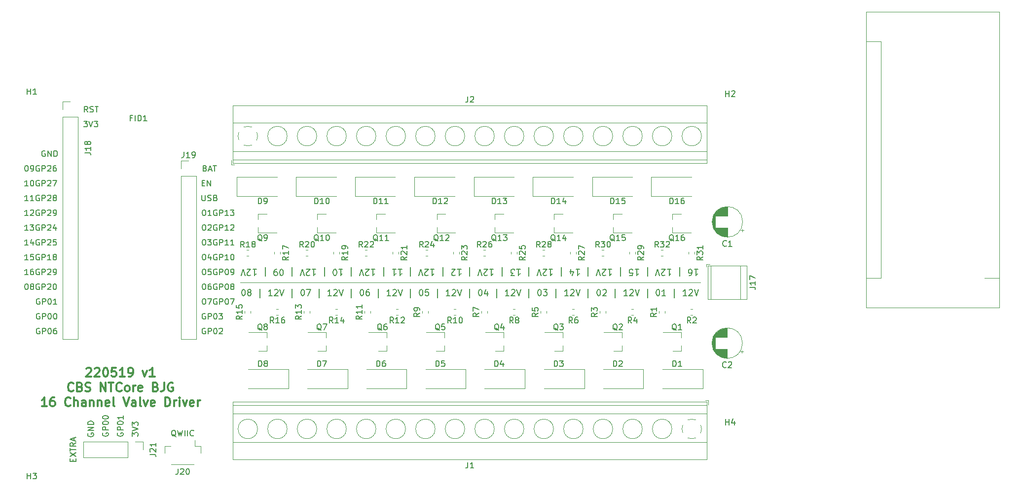
<source format=gto>
G04 #@! TF.GenerationSoftware,KiCad,Pcbnew,5.1.5+dfsg1-2build2*
G04 #@! TF.CreationDate,2022-05-26T11:06:16-04:00*
G04 #@! TF.ProjectId,feather_valve_driver,66656174-6865-4725-9f76-616c76655f64,rev?*
G04 #@! TF.SameCoordinates,Original*
G04 #@! TF.FileFunction,Legend,Top*
G04 #@! TF.FilePolarity,Positive*
%FSLAX46Y46*%
G04 Gerber Fmt 4.6, Leading zero omitted, Abs format (unit mm)*
G04 Created by KiCad (PCBNEW 5.1.5+dfsg1-2build2) date 2022-05-26 11:06:16*
%MOMM*%
%LPD*%
G04 APERTURE LIST*
%ADD10C,0.120000*%
%ADD11C,0.150000*%
%ADD12C,0.300000*%
G04 APERTURE END LIST*
D10*
X151384000Y-87630000D02*
X72390000Y-87630000D01*
D11*
X150302201Y-85373996D02*
X150905996Y-85373996D01*
X150604099Y-85373996D02*
X150604099Y-86430636D01*
X150704731Y-86279687D01*
X150805363Y-86179055D01*
X150905996Y-86128739D01*
X149396510Y-86430636D02*
X149597775Y-86430636D01*
X149698407Y-86380320D01*
X149748723Y-86330003D01*
X149849356Y-86179055D01*
X149899672Y-85977790D01*
X149899672Y-85575260D01*
X149849356Y-85474628D01*
X149799039Y-85424312D01*
X149698407Y-85373996D01*
X149497142Y-85373996D01*
X149396510Y-85424312D01*
X149346194Y-85474628D01*
X149295878Y-85575260D01*
X149295878Y-85826841D01*
X149346194Y-85927474D01*
X149396510Y-85977790D01*
X149497142Y-86028106D01*
X149698407Y-86028106D01*
X149799039Y-85977790D01*
X149849356Y-85927474D01*
X149899672Y-85826841D01*
X147786392Y-85021782D02*
X147786392Y-86531268D01*
X145673112Y-85373996D02*
X146276906Y-85373996D01*
X145975009Y-85373996D02*
X145975009Y-86430636D01*
X146075641Y-86279687D01*
X146176274Y-86179055D01*
X146276906Y-86128739D01*
X145270582Y-86330003D02*
X145220266Y-86380320D01*
X145119634Y-86430636D01*
X144868053Y-86430636D01*
X144767420Y-86380320D01*
X144717104Y-86330003D01*
X144666788Y-86229371D01*
X144666788Y-86128739D01*
X144717104Y-85977790D01*
X145320899Y-85373996D01*
X144666788Y-85373996D01*
X144364891Y-86430636D02*
X144012678Y-85373996D01*
X143660464Y-86430636D01*
X142251611Y-85021782D02*
X142251611Y-86531268D01*
X140138331Y-85373996D02*
X140742125Y-85373996D01*
X140440228Y-85373996D02*
X140440228Y-86430636D01*
X140540860Y-86279687D01*
X140641493Y-86179055D01*
X140742125Y-86128739D01*
X139182323Y-86430636D02*
X139685485Y-86430636D01*
X139735801Y-85927474D01*
X139685485Y-85977790D01*
X139584853Y-86028106D01*
X139333272Y-86028106D01*
X139232639Y-85977790D01*
X139182323Y-85927474D01*
X139132007Y-85826841D01*
X139132007Y-85575260D01*
X139182323Y-85474628D01*
X139232639Y-85424312D01*
X139333272Y-85373996D01*
X139584853Y-85373996D01*
X139685485Y-85424312D01*
X139735801Y-85474628D01*
X137622521Y-85021782D02*
X137622521Y-86531268D01*
X135509241Y-85373996D02*
X136113036Y-85373996D01*
X135811139Y-85373996D02*
X135811139Y-86430636D01*
X135911771Y-86279687D01*
X136012403Y-86179055D01*
X136113036Y-86128739D01*
X135106712Y-86330003D02*
X135056396Y-86380320D01*
X134955763Y-86430636D01*
X134704182Y-86430636D01*
X134603550Y-86380320D01*
X134553234Y-86330003D01*
X134502918Y-86229371D01*
X134502918Y-86128739D01*
X134553234Y-85977790D01*
X135157028Y-85373996D01*
X134502918Y-85373996D01*
X134201020Y-86430636D02*
X133848807Y-85373996D01*
X133496594Y-86430636D01*
X132087740Y-85021782D02*
X132087740Y-86531268D01*
X129974460Y-85373996D02*
X130578255Y-85373996D01*
X130276358Y-85373996D02*
X130276358Y-86430636D01*
X130376990Y-86279687D01*
X130477622Y-86179055D01*
X130578255Y-86128739D01*
X129068769Y-86078422D02*
X129068769Y-85373996D01*
X129320350Y-86480952D02*
X129571931Y-85726209D01*
X128917820Y-85726209D01*
X127458651Y-85021782D02*
X127458651Y-86531268D01*
X125345371Y-85373996D02*
X125949165Y-85373996D01*
X125647268Y-85373996D02*
X125647268Y-86430636D01*
X125747900Y-86279687D01*
X125848533Y-86179055D01*
X125949165Y-86128739D01*
X124942841Y-86330003D02*
X124892525Y-86380320D01*
X124791893Y-86430636D01*
X124540312Y-86430636D01*
X124439679Y-86380320D01*
X124389363Y-86330003D01*
X124339047Y-86229371D01*
X124339047Y-86128739D01*
X124389363Y-85977790D01*
X124993158Y-85373996D01*
X124339047Y-85373996D01*
X124037150Y-86430636D02*
X123684937Y-85373996D01*
X123332723Y-86430636D01*
X121923870Y-85021782D02*
X121923870Y-86531268D01*
X119810590Y-85373996D02*
X120414384Y-85373996D01*
X120112487Y-85373996D02*
X120112487Y-86430636D01*
X120213119Y-86279687D01*
X120313752Y-86179055D01*
X120414384Y-86128739D01*
X119458377Y-86430636D02*
X118804266Y-86430636D01*
X119156479Y-86028106D01*
X119005531Y-86028106D01*
X118904899Y-85977790D01*
X118854582Y-85927474D01*
X118804266Y-85826841D01*
X118804266Y-85575260D01*
X118854582Y-85474628D01*
X118904899Y-85424312D01*
X119005531Y-85373996D01*
X119307428Y-85373996D01*
X119408060Y-85424312D01*
X119458377Y-85474628D01*
X117294780Y-85021782D02*
X117294780Y-86531268D01*
X115181500Y-85373996D02*
X115785295Y-85373996D01*
X115483398Y-85373996D02*
X115483398Y-86430636D01*
X115584030Y-86279687D01*
X115684662Y-86179055D01*
X115785295Y-86128739D01*
X114778971Y-86330003D02*
X114728655Y-86380320D01*
X114628022Y-86430636D01*
X114376441Y-86430636D01*
X114275809Y-86380320D01*
X114225493Y-86330003D01*
X114175177Y-86229371D01*
X114175177Y-86128739D01*
X114225493Y-85977790D01*
X114829287Y-85373996D01*
X114175177Y-85373996D01*
X113873279Y-86430636D02*
X113521066Y-85373996D01*
X113168853Y-86430636D01*
X111759999Y-85021782D02*
X111759999Y-86531268D01*
X109646719Y-85373996D02*
X110250514Y-85373996D01*
X109948617Y-85373996D02*
X109948617Y-86430636D01*
X110049249Y-86279687D01*
X110149881Y-86179055D01*
X110250514Y-86128739D01*
X109244190Y-86330003D02*
X109193874Y-86380320D01*
X109093241Y-86430636D01*
X108841660Y-86430636D01*
X108741028Y-86380320D01*
X108690712Y-86330003D01*
X108640396Y-86229371D01*
X108640396Y-86128739D01*
X108690712Y-85977790D01*
X109294506Y-85373996D01*
X108640396Y-85373996D01*
X107130910Y-85021782D02*
X107130910Y-86531268D01*
X105017630Y-85373996D02*
X105621424Y-85373996D01*
X105319527Y-85373996D02*
X105319527Y-86430636D01*
X105420159Y-86279687D01*
X105520792Y-86179055D01*
X105621424Y-86128739D01*
X104615100Y-86330003D02*
X104564784Y-86380320D01*
X104464152Y-86430636D01*
X104212571Y-86430636D01*
X104111939Y-86380320D01*
X104061622Y-86330003D01*
X104011306Y-86229371D01*
X104011306Y-86128739D01*
X104061622Y-85977790D01*
X104665417Y-85373996D01*
X104011306Y-85373996D01*
X103709409Y-86430636D02*
X103357196Y-85373996D01*
X103004982Y-86430636D01*
X101596129Y-85021782D02*
X101596129Y-86531268D01*
X99482849Y-85373996D02*
X100086643Y-85373996D01*
X99784746Y-85373996D02*
X99784746Y-86430636D01*
X99885379Y-86279687D01*
X99986011Y-86179055D01*
X100086643Y-86128739D01*
X98476525Y-85373996D02*
X99080319Y-85373996D01*
X98778422Y-85373996D02*
X98778422Y-86430636D01*
X98879055Y-86279687D01*
X98979687Y-86179055D01*
X99080319Y-86128739D01*
X96967040Y-85021782D02*
X96967040Y-86531268D01*
X94853760Y-85373996D02*
X95457554Y-85373996D01*
X95155657Y-85373996D02*
X95155657Y-86430636D01*
X95256289Y-86279687D01*
X95356921Y-86179055D01*
X95457554Y-86128739D01*
X94451230Y-86330003D02*
X94400914Y-86380320D01*
X94300281Y-86430636D01*
X94048700Y-86430636D01*
X93948068Y-86380320D01*
X93897752Y-86330003D01*
X93847436Y-86229371D01*
X93847436Y-86128739D01*
X93897752Y-85977790D01*
X94501546Y-85373996D01*
X93847436Y-85373996D01*
X93545539Y-86430636D02*
X93193325Y-85373996D01*
X92841112Y-86430636D01*
X91432259Y-85021782D02*
X91432259Y-86531268D01*
X89318979Y-85373996D02*
X89922773Y-85373996D01*
X89620876Y-85373996D02*
X89620876Y-86430636D01*
X89721508Y-86279687D01*
X89822140Y-86179055D01*
X89922773Y-86128739D01*
X88664868Y-86430636D02*
X88564236Y-86430636D01*
X88463603Y-86380320D01*
X88413287Y-86330003D01*
X88362971Y-86229371D01*
X88312655Y-86028106D01*
X88312655Y-85776525D01*
X88362971Y-85575260D01*
X88413287Y-85474628D01*
X88463603Y-85424312D01*
X88564236Y-85373996D01*
X88664868Y-85373996D01*
X88765500Y-85424312D01*
X88815817Y-85474628D01*
X88866133Y-85575260D01*
X88916449Y-85776525D01*
X88916449Y-86028106D01*
X88866133Y-86229371D01*
X88815817Y-86330003D01*
X88765500Y-86380320D01*
X88664868Y-86430636D01*
X86803169Y-85021782D02*
X86803169Y-86531268D01*
X84689889Y-85373996D02*
X85293683Y-85373996D01*
X84991786Y-85373996D02*
X84991786Y-86430636D01*
X85092419Y-86279687D01*
X85193051Y-86179055D01*
X85293683Y-86128739D01*
X84287360Y-86330003D02*
X84237043Y-86380320D01*
X84136411Y-86430636D01*
X83884830Y-86430636D01*
X83784198Y-86380320D01*
X83733881Y-86330003D01*
X83683565Y-86229371D01*
X83683565Y-86128739D01*
X83733881Y-85977790D01*
X84337676Y-85373996D01*
X83683565Y-85373996D01*
X83381668Y-86430636D02*
X83029455Y-85373996D01*
X82677241Y-86430636D01*
X81268388Y-85021782D02*
X81268388Y-86531268D01*
X79507321Y-86430636D02*
X79406689Y-86430636D01*
X79306057Y-86380320D01*
X79255740Y-86330003D01*
X79205424Y-86229371D01*
X79155108Y-86028106D01*
X79155108Y-85776525D01*
X79205424Y-85575260D01*
X79255740Y-85474628D01*
X79306057Y-85424312D01*
X79406689Y-85373996D01*
X79507321Y-85373996D01*
X79607954Y-85424312D01*
X79658270Y-85474628D01*
X79708586Y-85575260D01*
X79758902Y-85776525D01*
X79758902Y-86028106D01*
X79708586Y-86229371D01*
X79658270Y-86330003D01*
X79607954Y-86380320D01*
X79507321Y-86430636D01*
X78651946Y-85373996D02*
X78450681Y-85373996D01*
X78350049Y-85424312D01*
X78299733Y-85474628D01*
X78199100Y-85625577D01*
X78148784Y-85826841D01*
X78148784Y-86229371D01*
X78199100Y-86330003D01*
X78249417Y-86380320D01*
X78350049Y-86430636D01*
X78551314Y-86430636D01*
X78651946Y-86380320D01*
X78702262Y-86330003D01*
X78752579Y-86229371D01*
X78752579Y-85977790D01*
X78702262Y-85877158D01*
X78651946Y-85826841D01*
X78551314Y-85776525D01*
X78350049Y-85776525D01*
X78249417Y-85826841D01*
X78199100Y-85877158D01*
X78148784Y-85977790D01*
X76639299Y-85021782D02*
X76639299Y-86531268D01*
X74526019Y-85373996D02*
X75129813Y-85373996D01*
X74827916Y-85373996D02*
X74827916Y-86430636D01*
X74928548Y-86279687D01*
X75029180Y-86179055D01*
X75129813Y-86128739D01*
X74123489Y-86330003D02*
X74073173Y-86380320D01*
X73972540Y-86430636D01*
X73720960Y-86430636D01*
X73620327Y-86380320D01*
X73570011Y-86330003D01*
X73519695Y-86229371D01*
X73519695Y-86128739D01*
X73570011Y-85977790D01*
X74173805Y-85373996D01*
X73519695Y-85373996D01*
X73217798Y-86430636D02*
X72865584Y-85373996D01*
X72513371Y-86430636D01*
X72865584Y-88829363D02*
X72966217Y-88829363D01*
X73066849Y-88879680D01*
X73117165Y-88929996D01*
X73167481Y-89030628D01*
X73217798Y-89231893D01*
X73217798Y-89483474D01*
X73167481Y-89684739D01*
X73117165Y-89785371D01*
X73066849Y-89835687D01*
X72966217Y-89886003D01*
X72865584Y-89886003D01*
X72764952Y-89835687D01*
X72714636Y-89785371D01*
X72664320Y-89684739D01*
X72614003Y-89483474D01*
X72614003Y-89231893D01*
X72664320Y-89030628D01*
X72714636Y-88929996D01*
X72764952Y-88879680D01*
X72865584Y-88829363D01*
X73821592Y-89282209D02*
X73720960Y-89231893D01*
X73670643Y-89181577D01*
X73620327Y-89080944D01*
X73620327Y-89030628D01*
X73670643Y-88929996D01*
X73720960Y-88879680D01*
X73821592Y-88829363D01*
X74022857Y-88829363D01*
X74123489Y-88879680D01*
X74173805Y-88929996D01*
X74224121Y-89030628D01*
X74224121Y-89080944D01*
X74173805Y-89181577D01*
X74123489Y-89231893D01*
X74022857Y-89282209D01*
X73821592Y-89282209D01*
X73720960Y-89332525D01*
X73670643Y-89382841D01*
X73620327Y-89483474D01*
X73620327Y-89684739D01*
X73670643Y-89785371D01*
X73720960Y-89835687D01*
X73821592Y-89886003D01*
X74022857Y-89886003D01*
X74123489Y-89835687D01*
X74173805Y-89785371D01*
X74224121Y-89684739D01*
X74224121Y-89483474D01*
X74173805Y-89382841D01*
X74123489Y-89332525D01*
X74022857Y-89282209D01*
X75733607Y-90238217D02*
X75733607Y-88728731D01*
X77846887Y-89886003D02*
X77243093Y-89886003D01*
X77544990Y-89886003D02*
X77544990Y-88829363D01*
X77444358Y-88980312D01*
X77343725Y-89080944D01*
X77243093Y-89131260D01*
X78249417Y-88929996D02*
X78299733Y-88879680D01*
X78400365Y-88829363D01*
X78651946Y-88829363D01*
X78752579Y-88879680D01*
X78802895Y-88929996D01*
X78853211Y-89030628D01*
X78853211Y-89131260D01*
X78802895Y-89282209D01*
X78199100Y-89886003D01*
X78853211Y-89886003D01*
X79155108Y-88829363D02*
X79507321Y-89886003D01*
X79859535Y-88829363D01*
X81268388Y-90238217D02*
X81268388Y-88728731D01*
X83029455Y-88829363D02*
X83130087Y-88829363D01*
X83230720Y-88879680D01*
X83281036Y-88929996D01*
X83331352Y-89030628D01*
X83381668Y-89231893D01*
X83381668Y-89483474D01*
X83331352Y-89684739D01*
X83281036Y-89785371D01*
X83230720Y-89835687D01*
X83130087Y-89886003D01*
X83029455Y-89886003D01*
X82928822Y-89835687D01*
X82878506Y-89785371D01*
X82828190Y-89684739D01*
X82777874Y-89483474D01*
X82777874Y-89231893D01*
X82828190Y-89030628D01*
X82878506Y-88929996D01*
X82928822Y-88879680D01*
X83029455Y-88829363D01*
X83733881Y-88829363D02*
X84438308Y-88829363D01*
X83985462Y-89886003D01*
X85897478Y-90238217D02*
X85897478Y-88728731D01*
X88010758Y-89886003D02*
X87406963Y-89886003D01*
X87708860Y-89886003D02*
X87708860Y-88829363D01*
X87608228Y-88980312D01*
X87507596Y-89080944D01*
X87406963Y-89131260D01*
X88413287Y-88929996D02*
X88463603Y-88879680D01*
X88564236Y-88829363D01*
X88815817Y-88829363D01*
X88916449Y-88879680D01*
X88966765Y-88929996D01*
X89017081Y-89030628D01*
X89017081Y-89131260D01*
X88966765Y-89282209D01*
X88362971Y-89886003D01*
X89017081Y-89886003D01*
X89318979Y-88829363D02*
X89671192Y-89886003D01*
X90023405Y-88829363D01*
X91432259Y-90238217D02*
X91432259Y-88728731D01*
X93193325Y-88829363D02*
X93293958Y-88829363D01*
X93394590Y-88879680D01*
X93444906Y-88929996D01*
X93495222Y-89030628D01*
X93545539Y-89231893D01*
X93545539Y-89483474D01*
X93495222Y-89684739D01*
X93444906Y-89785371D01*
X93394590Y-89835687D01*
X93293958Y-89886003D01*
X93193325Y-89886003D01*
X93092693Y-89835687D01*
X93042377Y-89785371D01*
X92992060Y-89684739D01*
X92941744Y-89483474D01*
X92941744Y-89231893D01*
X92992060Y-89030628D01*
X93042377Y-88929996D01*
X93092693Y-88879680D01*
X93193325Y-88829363D01*
X94451230Y-88829363D02*
X94249965Y-88829363D01*
X94149333Y-88879680D01*
X94099017Y-88929996D01*
X93998384Y-89080944D01*
X93948068Y-89282209D01*
X93948068Y-89684739D01*
X93998384Y-89785371D01*
X94048700Y-89835687D01*
X94149333Y-89886003D01*
X94350598Y-89886003D01*
X94451230Y-89835687D01*
X94501546Y-89785371D01*
X94551862Y-89684739D01*
X94551862Y-89433158D01*
X94501546Y-89332525D01*
X94451230Y-89282209D01*
X94350598Y-89231893D01*
X94149333Y-89231893D01*
X94048700Y-89282209D01*
X93998384Y-89332525D01*
X93948068Y-89433158D01*
X96061348Y-90238217D02*
X96061348Y-88728731D01*
X98174628Y-89886003D02*
X97570834Y-89886003D01*
X97872731Y-89886003D02*
X97872731Y-88829363D01*
X97772099Y-88980312D01*
X97671466Y-89080944D01*
X97570834Y-89131260D01*
X98577158Y-88929996D02*
X98627474Y-88879680D01*
X98728106Y-88829363D01*
X98979687Y-88829363D01*
X99080320Y-88879680D01*
X99130636Y-88929996D01*
X99180952Y-89030628D01*
X99180952Y-89131260D01*
X99130636Y-89282209D01*
X98526841Y-89886003D01*
X99180952Y-89886003D01*
X99482849Y-88829363D02*
X99835062Y-89886003D01*
X100187276Y-88829363D01*
X101596129Y-90238217D02*
X101596129Y-88728731D01*
X103357196Y-88829363D02*
X103457828Y-88829363D01*
X103558460Y-88879680D01*
X103608777Y-88929996D01*
X103659093Y-89030628D01*
X103709409Y-89231893D01*
X103709409Y-89483474D01*
X103659093Y-89684739D01*
X103608777Y-89785371D01*
X103558460Y-89835687D01*
X103457828Y-89886003D01*
X103357196Y-89886003D01*
X103256563Y-89835687D01*
X103206247Y-89785371D01*
X103155931Y-89684739D01*
X103105615Y-89483474D01*
X103105615Y-89231893D01*
X103155931Y-89030628D01*
X103206247Y-88929996D01*
X103256563Y-88879680D01*
X103357196Y-88829363D01*
X104665417Y-88829363D02*
X104162255Y-88829363D01*
X104111939Y-89332525D01*
X104162255Y-89282209D01*
X104262887Y-89231893D01*
X104514468Y-89231893D01*
X104615100Y-89282209D01*
X104665417Y-89332525D01*
X104715733Y-89433158D01*
X104715733Y-89684739D01*
X104665417Y-89785371D01*
X104615100Y-89835687D01*
X104514468Y-89886003D01*
X104262887Y-89886003D01*
X104162255Y-89835687D01*
X104111939Y-89785371D01*
X106225219Y-90238217D02*
X106225219Y-88728731D01*
X108338499Y-89886003D02*
X107734704Y-89886003D01*
X108036601Y-89886003D02*
X108036601Y-88829363D01*
X107935969Y-88980312D01*
X107835337Y-89080944D01*
X107734704Y-89131260D01*
X108741028Y-88929996D02*
X108791344Y-88879680D01*
X108891977Y-88829363D01*
X109143558Y-88829363D01*
X109244190Y-88879680D01*
X109294506Y-88929996D01*
X109344822Y-89030628D01*
X109344822Y-89131260D01*
X109294506Y-89282209D01*
X108690712Y-89886003D01*
X109344822Y-89886003D01*
X109646720Y-88829363D02*
X109998933Y-89886003D01*
X110351146Y-88829363D01*
X111760000Y-90238217D02*
X111760000Y-88728731D01*
X113521066Y-88829363D02*
X113621699Y-88829363D01*
X113722331Y-88879680D01*
X113772647Y-88929996D01*
X113822963Y-89030628D01*
X113873280Y-89231893D01*
X113873280Y-89483474D01*
X113822963Y-89684739D01*
X113772647Y-89785371D01*
X113722331Y-89835687D01*
X113621699Y-89886003D01*
X113521066Y-89886003D01*
X113420434Y-89835687D01*
X113370118Y-89785371D01*
X113319801Y-89684739D01*
X113269485Y-89483474D01*
X113269485Y-89231893D01*
X113319801Y-89030628D01*
X113370118Y-88929996D01*
X113420434Y-88879680D01*
X113521066Y-88829363D01*
X114778971Y-89181577D02*
X114778971Y-89886003D01*
X114527390Y-88779047D02*
X114275809Y-89533790D01*
X114929920Y-89533790D01*
X116389089Y-90238217D02*
X116389089Y-88728731D01*
X118502369Y-89886003D02*
X117898575Y-89886003D01*
X118200472Y-89886003D02*
X118200472Y-88829363D01*
X118099840Y-88980312D01*
X117999207Y-89080944D01*
X117898575Y-89131260D01*
X118904899Y-88929996D02*
X118955215Y-88879680D01*
X119055847Y-88829363D01*
X119307428Y-88829363D01*
X119408060Y-88879680D01*
X119458377Y-88929996D01*
X119508693Y-89030628D01*
X119508693Y-89131260D01*
X119458377Y-89282209D01*
X118854582Y-89886003D01*
X119508693Y-89886003D01*
X119810590Y-88829363D02*
X120162803Y-89886003D01*
X120515017Y-88829363D01*
X121923870Y-90238217D02*
X121923870Y-88728731D01*
X123684937Y-88829363D02*
X123785569Y-88829363D01*
X123886201Y-88879680D01*
X123936518Y-88929996D01*
X123986834Y-89030628D01*
X124037150Y-89231893D01*
X124037150Y-89483474D01*
X123986834Y-89684739D01*
X123936518Y-89785371D01*
X123886201Y-89835687D01*
X123785569Y-89886003D01*
X123684937Y-89886003D01*
X123584304Y-89835687D01*
X123533988Y-89785371D01*
X123483672Y-89684739D01*
X123433356Y-89483474D01*
X123433356Y-89231893D01*
X123483672Y-89030628D01*
X123533988Y-88929996D01*
X123584304Y-88879680D01*
X123684937Y-88829363D01*
X124389363Y-88829363D02*
X125043474Y-88829363D01*
X124691260Y-89231893D01*
X124842209Y-89231893D01*
X124942841Y-89282209D01*
X124993158Y-89332525D01*
X125043474Y-89433158D01*
X125043474Y-89684739D01*
X124993158Y-89785371D01*
X124942841Y-89835687D01*
X124842209Y-89886003D01*
X124540312Y-89886003D01*
X124439680Y-89835687D01*
X124389363Y-89785371D01*
X126552960Y-90238217D02*
X126552960Y-88728731D01*
X128666240Y-89886003D02*
X128062445Y-89886003D01*
X128364342Y-89886003D02*
X128364342Y-88829363D01*
X128263710Y-88980312D01*
X128163078Y-89080944D01*
X128062445Y-89131260D01*
X129068769Y-88929996D02*
X129119085Y-88879680D01*
X129219718Y-88829363D01*
X129471299Y-88829363D01*
X129571931Y-88879680D01*
X129622247Y-88929996D01*
X129672563Y-89030628D01*
X129672563Y-89131260D01*
X129622247Y-89282209D01*
X129018453Y-89886003D01*
X129672563Y-89886003D01*
X129974460Y-88829363D02*
X130326674Y-89886003D01*
X130678887Y-88829363D01*
X132087740Y-90238217D02*
X132087740Y-88728731D01*
X133848807Y-88829363D02*
X133949439Y-88829363D01*
X134050072Y-88879680D01*
X134100388Y-88929996D01*
X134150704Y-89030628D01*
X134201020Y-89231893D01*
X134201020Y-89483474D01*
X134150704Y-89684739D01*
X134100388Y-89785371D01*
X134050072Y-89835687D01*
X133949439Y-89886003D01*
X133848807Y-89886003D01*
X133748175Y-89835687D01*
X133697859Y-89785371D01*
X133647542Y-89684739D01*
X133597226Y-89483474D01*
X133597226Y-89231893D01*
X133647542Y-89030628D01*
X133697859Y-88929996D01*
X133748175Y-88879680D01*
X133848807Y-88829363D01*
X134603550Y-88929996D02*
X134653866Y-88879680D01*
X134754499Y-88829363D01*
X135006079Y-88829363D01*
X135106712Y-88879680D01*
X135157028Y-88929996D01*
X135207344Y-89030628D01*
X135207344Y-89131260D01*
X135157028Y-89282209D01*
X134553234Y-89886003D01*
X135207344Y-89886003D01*
X136716830Y-90238217D02*
X136716830Y-88728731D01*
X138830110Y-89886003D02*
X138226316Y-89886003D01*
X138528213Y-89886003D02*
X138528213Y-88829363D01*
X138427580Y-88980312D01*
X138326948Y-89080944D01*
X138226316Y-89131260D01*
X139232639Y-88929996D02*
X139282956Y-88879680D01*
X139383588Y-88829363D01*
X139635169Y-88829363D01*
X139735801Y-88879680D01*
X139786118Y-88929996D01*
X139836434Y-89030628D01*
X139836434Y-89131260D01*
X139786118Y-89282209D01*
X139182323Y-89886003D01*
X139836434Y-89886003D01*
X140138331Y-88829363D02*
X140490544Y-89886003D01*
X140842758Y-88829363D01*
X142251611Y-90238217D02*
X142251611Y-88728731D01*
X144012678Y-88829363D02*
X144113310Y-88829363D01*
X144213942Y-88879680D01*
X144264259Y-88929996D01*
X144314575Y-89030628D01*
X144364891Y-89231893D01*
X144364891Y-89483474D01*
X144314575Y-89684739D01*
X144264259Y-89785371D01*
X144213942Y-89835687D01*
X144113310Y-89886003D01*
X144012678Y-89886003D01*
X143912045Y-89835687D01*
X143861729Y-89785371D01*
X143811413Y-89684739D01*
X143761097Y-89483474D01*
X143761097Y-89231893D01*
X143811413Y-89030628D01*
X143861729Y-88929996D01*
X143912045Y-88879680D01*
X144012678Y-88829363D01*
X145371215Y-89886003D02*
X144767420Y-89886003D01*
X145069318Y-89886003D02*
X145069318Y-88829363D01*
X144968685Y-88980312D01*
X144868053Y-89080944D01*
X144767420Y-89131260D01*
X146880700Y-90238217D02*
X146880700Y-88728731D01*
X148993980Y-89886003D02*
X148390186Y-89886003D01*
X148692083Y-89886003D02*
X148692083Y-88829363D01*
X148591451Y-88980312D01*
X148490819Y-89080944D01*
X148390186Y-89131260D01*
X149396510Y-88929996D02*
X149446826Y-88879680D01*
X149547459Y-88829363D01*
X149799039Y-88829363D01*
X149899672Y-88879680D01*
X149949988Y-88929996D01*
X150000304Y-89030628D01*
X150000304Y-89131260D01*
X149949988Y-89282209D01*
X149346194Y-89886003D01*
X150000304Y-89886003D01*
X150302201Y-88829363D02*
X150654415Y-89886003D01*
X151006628Y-88829363D01*
D12*
X45958857Y-102435428D02*
X46030285Y-102364000D01*
X46173142Y-102292571D01*
X46530285Y-102292571D01*
X46673142Y-102364000D01*
X46744571Y-102435428D01*
X46816000Y-102578285D01*
X46816000Y-102721142D01*
X46744571Y-102935428D01*
X45887428Y-103792571D01*
X46816000Y-103792571D01*
X47387428Y-102435428D02*
X47458857Y-102364000D01*
X47601714Y-102292571D01*
X47958857Y-102292571D01*
X48101714Y-102364000D01*
X48173142Y-102435428D01*
X48244571Y-102578285D01*
X48244571Y-102721142D01*
X48173142Y-102935428D01*
X47316000Y-103792571D01*
X48244571Y-103792571D01*
X49173142Y-102292571D02*
X49316000Y-102292571D01*
X49458857Y-102364000D01*
X49530285Y-102435428D01*
X49601714Y-102578285D01*
X49673142Y-102864000D01*
X49673142Y-103221142D01*
X49601714Y-103506857D01*
X49530285Y-103649714D01*
X49458857Y-103721142D01*
X49316000Y-103792571D01*
X49173142Y-103792571D01*
X49030285Y-103721142D01*
X48958857Y-103649714D01*
X48887428Y-103506857D01*
X48816000Y-103221142D01*
X48816000Y-102864000D01*
X48887428Y-102578285D01*
X48958857Y-102435428D01*
X49030285Y-102364000D01*
X49173142Y-102292571D01*
X51030285Y-102292571D02*
X50316000Y-102292571D01*
X50244571Y-103006857D01*
X50316000Y-102935428D01*
X50458857Y-102864000D01*
X50816000Y-102864000D01*
X50958857Y-102935428D01*
X51030285Y-103006857D01*
X51101714Y-103149714D01*
X51101714Y-103506857D01*
X51030285Y-103649714D01*
X50958857Y-103721142D01*
X50816000Y-103792571D01*
X50458857Y-103792571D01*
X50316000Y-103721142D01*
X50244571Y-103649714D01*
X52530285Y-103792571D02*
X51673142Y-103792571D01*
X52101714Y-103792571D02*
X52101714Y-102292571D01*
X51958857Y-102506857D01*
X51816000Y-102649714D01*
X51673142Y-102721142D01*
X53244571Y-103792571D02*
X53530285Y-103792571D01*
X53673142Y-103721142D01*
X53744571Y-103649714D01*
X53887428Y-103435428D01*
X53958857Y-103149714D01*
X53958857Y-102578285D01*
X53887428Y-102435428D01*
X53816000Y-102364000D01*
X53673142Y-102292571D01*
X53387428Y-102292571D01*
X53244571Y-102364000D01*
X53173142Y-102435428D01*
X53101714Y-102578285D01*
X53101714Y-102935428D01*
X53173142Y-103078285D01*
X53244571Y-103149714D01*
X53387428Y-103221142D01*
X53673142Y-103221142D01*
X53816000Y-103149714D01*
X53887428Y-103078285D01*
X53958857Y-102935428D01*
X55601714Y-102792571D02*
X55958857Y-103792571D01*
X56316000Y-102792571D01*
X57673142Y-103792571D02*
X56816000Y-103792571D01*
X57244571Y-103792571D02*
X57244571Y-102292571D01*
X57101714Y-102506857D01*
X56958857Y-102649714D01*
X56816000Y-102721142D01*
X43708857Y-106199714D02*
X43637428Y-106271142D01*
X43423142Y-106342571D01*
X43280285Y-106342571D01*
X43066000Y-106271142D01*
X42923142Y-106128285D01*
X42851714Y-105985428D01*
X42780285Y-105699714D01*
X42780285Y-105485428D01*
X42851714Y-105199714D01*
X42923142Y-105056857D01*
X43066000Y-104914000D01*
X43280285Y-104842571D01*
X43423142Y-104842571D01*
X43637428Y-104914000D01*
X43708857Y-104985428D01*
X44851714Y-105556857D02*
X45066000Y-105628285D01*
X45137428Y-105699714D01*
X45208857Y-105842571D01*
X45208857Y-106056857D01*
X45137428Y-106199714D01*
X45066000Y-106271142D01*
X44923142Y-106342571D01*
X44351714Y-106342571D01*
X44351714Y-104842571D01*
X44851714Y-104842571D01*
X44994571Y-104914000D01*
X45066000Y-104985428D01*
X45137428Y-105128285D01*
X45137428Y-105271142D01*
X45066000Y-105414000D01*
X44994571Y-105485428D01*
X44851714Y-105556857D01*
X44351714Y-105556857D01*
X45780285Y-106271142D02*
X45994571Y-106342571D01*
X46351714Y-106342571D01*
X46494571Y-106271142D01*
X46566000Y-106199714D01*
X46637428Y-106056857D01*
X46637428Y-105914000D01*
X46566000Y-105771142D01*
X46494571Y-105699714D01*
X46351714Y-105628285D01*
X46066000Y-105556857D01*
X45923142Y-105485428D01*
X45851714Y-105414000D01*
X45780285Y-105271142D01*
X45780285Y-105128285D01*
X45851714Y-104985428D01*
X45923142Y-104914000D01*
X46066000Y-104842571D01*
X46423142Y-104842571D01*
X46637428Y-104914000D01*
X48423142Y-106342571D02*
X48423142Y-104842571D01*
X49280285Y-106342571D01*
X49280285Y-104842571D01*
X49780285Y-104842571D02*
X50637428Y-104842571D01*
X50208857Y-106342571D02*
X50208857Y-104842571D01*
X51994571Y-106199714D02*
X51923142Y-106271142D01*
X51708857Y-106342571D01*
X51566000Y-106342571D01*
X51351714Y-106271142D01*
X51208857Y-106128285D01*
X51137428Y-105985428D01*
X51066000Y-105699714D01*
X51066000Y-105485428D01*
X51137428Y-105199714D01*
X51208857Y-105056857D01*
X51351714Y-104914000D01*
X51566000Y-104842571D01*
X51708857Y-104842571D01*
X51923142Y-104914000D01*
X51994571Y-104985428D01*
X52851714Y-106342571D02*
X52708857Y-106271142D01*
X52637428Y-106199714D01*
X52565999Y-106056857D01*
X52565999Y-105628285D01*
X52637428Y-105485428D01*
X52708857Y-105414000D01*
X52851714Y-105342571D01*
X53065999Y-105342571D01*
X53208857Y-105414000D01*
X53280285Y-105485428D01*
X53351714Y-105628285D01*
X53351714Y-106056857D01*
X53280285Y-106199714D01*
X53208857Y-106271142D01*
X53065999Y-106342571D01*
X52851714Y-106342571D01*
X53994571Y-106342571D02*
X53994571Y-105342571D01*
X53994571Y-105628285D02*
X54065999Y-105485428D01*
X54137428Y-105414000D01*
X54280285Y-105342571D01*
X54423142Y-105342571D01*
X55494571Y-106271142D02*
X55351714Y-106342571D01*
X55065999Y-106342571D01*
X54923142Y-106271142D01*
X54851714Y-106128285D01*
X54851714Y-105556857D01*
X54923142Y-105414000D01*
X55065999Y-105342571D01*
X55351714Y-105342571D01*
X55494571Y-105414000D01*
X55565999Y-105556857D01*
X55565999Y-105699714D01*
X54851714Y-105842571D01*
X57851714Y-105556857D02*
X58065999Y-105628285D01*
X58137428Y-105699714D01*
X58208857Y-105842571D01*
X58208857Y-106056857D01*
X58137428Y-106199714D01*
X58065999Y-106271142D01*
X57923142Y-106342571D01*
X57351714Y-106342571D01*
X57351714Y-104842571D01*
X57851714Y-104842571D01*
X57994571Y-104914000D01*
X58065999Y-104985428D01*
X58137428Y-105128285D01*
X58137428Y-105271142D01*
X58065999Y-105414000D01*
X57994571Y-105485428D01*
X57851714Y-105556857D01*
X57351714Y-105556857D01*
X59280285Y-104842571D02*
X59280285Y-105914000D01*
X59208857Y-106128285D01*
X59065999Y-106271142D01*
X58851714Y-106342571D01*
X58708857Y-106342571D01*
X60780285Y-104914000D02*
X60637428Y-104842571D01*
X60423142Y-104842571D01*
X60208857Y-104914000D01*
X60065999Y-105056857D01*
X59994571Y-105199714D01*
X59923142Y-105485428D01*
X59923142Y-105699714D01*
X59994571Y-105985428D01*
X60065999Y-106128285D01*
X60208857Y-106271142D01*
X60423142Y-106342571D01*
X60565999Y-106342571D01*
X60780285Y-106271142D01*
X60851714Y-106199714D01*
X60851714Y-105699714D01*
X60565999Y-105699714D01*
X39137428Y-108892571D02*
X38280285Y-108892571D01*
X38708857Y-108892571D02*
X38708857Y-107392571D01*
X38566000Y-107606857D01*
X38423142Y-107749714D01*
X38280285Y-107821142D01*
X40423142Y-107392571D02*
X40137428Y-107392571D01*
X39994571Y-107464000D01*
X39923142Y-107535428D01*
X39780285Y-107749714D01*
X39708857Y-108035428D01*
X39708857Y-108606857D01*
X39780285Y-108749714D01*
X39851714Y-108821142D01*
X39994571Y-108892571D01*
X40280285Y-108892571D01*
X40423142Y-108821142D01*
X40494571Y-108749714D01*
X40566000Y-108606857D01*
X40566000Y-108249714D01*
X40494571Y-108106857D01*
X40423142Y-108035428D01*
X40280285Y-107964000D01*
X39994571Y-107964000D01*
X39851714Y-108035428D01*
X39780285Y-108106857D01*
X39708857Y-108249714D01*
X43208857Y-108749714D02*
X43137428Y-108821142D01*
X42923142Y-108892571D01*
X42780285Y-108892571D01*
X42566000Y-108821142D01*
X42423142Y-108678285D01*
X42351714Y-108535428D01*
X42280285Y-108249714D01*
X42280285Y-108035428D01*
X42351714Y-107749714D01*
X42423142Y-107606857D01*
X42566000Y-107464000D01*
X42780285Y-107392571D01*
X42923142Y-107392571D01*
X43137428Y-107464000D01*
X43208857Y-107535428D01*
X43851714Y-108892571D02*
X43851714Y-107392571D01*
X44494571Y-108892571D02*
X44494571Y-108106857D01*
X44423142Y-107964000D01*
X44280285Y-107892571D01*
X44066000Y-107892571D01*
X43923142Y-107964000D01*
X43851714Y-108035428D01*
X45851714Y-108892571D02*
X45851714Y-108106857D01*
X45780285Y-107964000D01*
X45637428Y-107892571D01*
X45351714Y-107892571D01*
X45208857Y-107964000D01*
X45851714Y-108821142D02*
X45708857Y-108892571D01*
X45351714Y-108892571D01*
X45208857Y-108821142D01*
X45137428Y-108678285D01*
X45137428Y-108535428D01*
X45208857Y-108392571D01*
X45351714Y-108321142D01*
X45708857Y-108321142D01*
X45851714Y-108249714D01*
X46566000Y-107892571D02*
X46566000Y-108892571D01*
X46566000Y-108035428D02*
X46637428Y-107964000D01*
X46780285Y-107892571D01*
X46994571Y-107892571D01*
X47137428Y-107964000D01*
X47208857Y-108106857D01*
X47208857Y-108892571D01*
X47923142Y-107892571D02*
X47923142Y-108892571D01*
X47923142Y-108035428D02*
X47994571Y-107964000D01*
X48137428Y-107892571D01*
X48351714Y-107892571D01*
X48494571Y-107964000D01*
X48566000Y-108106857D01*
X48566000Y-108892571D01*
X49851714Y-108821142D02*
X49708857Y-108892571D01*
X49423142Y-108892571D01*
X49280285Y-108821142D01*
X49208857Y-108678285D01*
X49208857Y-108106857D01*
X49280285Y-107964000D01*
X49423142Y-107892571D01*
X49708857Y-107892571D01*
X49851714Y-107964000D01*
X49923142Y-108106857D01*
X49923142Y-108249714D01*
X49208857Y-108392571D01*
X50780285Y-108892571D02*
X50637428Y-108821142D01*
X50565999Y-108678285D01*
X50565999Y-107392571D01*
X52280285Y-107392571D02*
X52780285Y-108892571D01*
X53280285Y-107392571D01*
X54423142Y-108892571D02*
X54423142Y-108106857D01*
X54351714Y-107964000D01*
X54208857Y-107892571D01*
X53923142Y-107892571D01*
X53780285Y-107964000D01*
X54423142Y-108821142D02*
X54280285Y-108892571D01*
X53923142Y-108892571D01*
X53780285Y-108821142D01*
X53708857Y-108678285D01*
X53708857Y-108535428D01*
X53780285Y-108392571D01*
X53923142Y-108321142D01*
X54280285Y-108321142D01*
X54423142Y-108249714D01*
X55351714Y-108892571D02*
X55208857Y-108821142D01*
X55137428Y-108678285D01*
X55137428Y-107392571D01*
X55780285Y-107892571D02*
X56137428Y-108892571D01*
X56494571Y-107892571D01*
X57637428Y-108821142D02*
X57494571Y-108892571D01*
X57208857Y-108892571D01*
X57066000Y-108821142D01*
X56994571Y-108678285D01*
X56994571Y-108106857D01*
X57066000Y-107964000D01*
X57208857Y-107892571D01*
X57494571Y-107892571D01*
X57637428Y-107964000D01*
X57708857Y-108106857D01*
X57708857Y-108249714D01*
X56994571Y-108392571D01*
X59494571Y-108892571D02*
X59494571Y-107392571D01*
X59851714Y-107392571D01*
X60066000Y-107464000D01*
X60208857Y-107606857D01*
X60280285Y-107749714D01*
X60351714Y-108035428D01*
X60351714Y-108249714D01*
X60280285Y-108535428D01*
X60208857Y-108678285D01*
X60066000Y-108821142D01*
X59851714Y-108892571D01*
X59494571Y-108892571D01*
X60994571Y-108892571D02*
X60994571Y-107892571D01*
X60994571Y-108178285D02*
X61066000Y-108035428D01*
X61137428Y-107964000D01*
X61280285Y-107892571D01*
X61423142Y-107892571D01*
X61923142Y-108892571D02*
X61923142Y-107892571D01*
X61923142Y-107392571D02*
X61851714Y-107464000D01*
X61923142Y-107535428D01*
X61994571Y-107464000D01*
X61923142Y-107392571D01*
X61923142Y-107535428D01*
X62494571Y-107892571D02*
X62851714Y-108892571D01*
X63208857Y-107892571D01*
X64351714Y-108821142D02*
X64208857Y-108892571D01*
X63923142Y-108892571D01*
X63780285Y-108821142D01*
X63708857Y-108678285D01*
X63708857Y-108106857D01*
X63780285Y-107964000D01*
X63923142Y-107892571D01*
X64208857Y-107892571D01*
X64351714Y-107964000D01*
X64423142Y-108106857D01*
X64423142Y-108249714D01*
X63708857Y-108392571D01*
X65066000Y-108892571D02*
X65066000Y-107892571D01*
X65066000Y-108178285D02*
X65137428Y-108035428D01*
X65208857Y-107964000D01*
X65351714Y-107892571D01*
X65494571Y-107892571D01*
D11*
X66317904Y-68000571D02*
X66460761Y-68048190D01*
X66508380Y-68095809D01*
X66556000Y-68191047D01*
X66556000Y-68333904D01*
X66508380Y-68429142D01*
X66460761Y-68476761D01*
X66365523Y-68524380D01*
X65984571Y-68524380D01*
X65984571Y-67524380D01*
X66317904Y-67524380D01*
X66413142Y-67572000D01*
X66460761Y-67619619D01*
X66508380Y-67714857D01*
X66508380Y-67810095D01*
X66460761Y-67905333D01*
X66413142Y-67952952D01*
X66317904Y-68000571D01*
X65984571Y-68000571D01*
X66936952Y-68238666D02*
X67413142Y-68238666D01*
X66841714Y-68524380D02*
X67175047Y-67524380D01*
X67508380Y-68524380D01*
X67698857Y-67524380D02*
X68270285Y-67524380D01*
X67984571Y-68524380D02*
X67984571Y-67524380D01*
X65809904Y-70540571D02*
X66143238Y-70540571D01*
X66286095Y-71064380D02*
X65809904Y-71064380D01*
X65809904Y-70064380D01*
X66286095Y-70064380D01*
X66714666Y-71064380D02*
X66714666Y-70064380D01*
X67286095Y-71064380D01*
X67286095Y-70064380D01*
X65794095Y-72604380D02*
X65794095Y-73413904D01*
X65841714Y-73509142D01*
X65889333Y-73556761D01*
X65984571Y-73604380D01*
X66175047Y-73604380D01*
X66270285Y-73556761D01*
X66317904Y-73509142D01*
X66365523Y-73413904D01*
X66365523Y-72604380D01*
X66794095Y-73556761D02*
X66936952Y-73604380D01*
X67175047Y-73604380D01*
X67270285Y-73556761D01*
X67317904Y-73509142D01*
X67365523Y-73413904D01*
X67365523Y-73318666D01*
X67317904Y-73223428D01*
X67270285Y-73175809D01*
X67175047Y-73128190D01*
X66984571Y-73080571D01*
X66889333Y-73032952D01*
X66841714Y-72985333D01*
X66794095Y-72890095D01*
X66794095Y-72794857D01*
X66841714Y-72699619D01*
X66889333Y-72652000D01*
X66984571Y-72604380D01*
X67222666Y-72604380D01*
X67365523Y-72652000D01*
X68127428Y-73080571D02*
X68270285Y-73128190D01*
X68317904Y-73175809D01*
X68365523Y-73271047D01*
X68365523Y-73413904D01*
X68317904Y-73509142D01*
X68270285Y-73556761D01*
X68175047Y-73604380D01*
X67794095Y-73604380D01*
X67794095Y-72604380D01*
X68127428Y-72604380D01*
X68222666Y-72652000D01*
X68270285Y-72699619D01*
X68317904Y-72794857D01*
X68317904Y-72890095D01*
X68270285Y-72985333D01*
X68222666Y-73032952D01*
X68127428Y-73080571D01*
X67794095Y-73080571D01*
X66103809Y-75144380D02*
X66199047Y-75144380D01*
X66294285Y-75192000D01*
X66341904Y-75239619D01*
X66389523Y-75334857D01*
X66437142Y-75525333D01*
X66437142Y-75763428D01*
X66389523Y-75953904D01*
X66341904Y-76049142D01*
X66294285Y-76096761D01*
X66199047Y-76144380D01*
X66103809Y-76144380D01*
X66008571Y-76096761D01*
X65960952Y-76049142D01*
X65913333Y-75953904D01*
X65865714Y-75763428D01*
X65865714Y-75525333D01*
X65913333Y-75334857D01*
X65960952Y-75239619D01*
X66008571Y-75192000D01*
X66103809Y-75144380D01*
X67389523Y-76144380D02*
X66818095Y-76144380D01*
X67103809Y-76144380D02*
X67103809Y-75144380D01*
X67008571Y-75287238D01*
X66913333Y-75382476D01*
X66818095Y-75430095D01*
X68341904Y-75192000D02*
X68246666Y-75144380D01*
X68103809Y-75144380D01*
X67960952Y-75192000D01*
X67865714Y-75287238D01*
X67818095Y-75382476D01*
X67770476Y-75572952D01*
X67770476Y-75715809D01*
X67818095Y-75906285D01*
X67865714Y-76001523D01*
X67960952Y-76096761D01*
X68103809Y-76144380D01*
X68199047Y-76144380D01*
X68341904Y-76096761D01*
X68389523Y-76049142D01*
X68389523Y-75715809D01*
X68199047Y-75715809D01*
X68818095Y-76144380D02*
X68818095Y-75144380D01*
X69199047Y-75144380D01*
X69294285Y-75192000D01*
X69341904Y-75239619D01*
X69389523Y-75334857D01*
X69389523Y-75477714D01*
X69341904Y-75572952D01*
X69294285Y-75620571D01*
X69199047Y-75668190D01*
X68818095Y-75668190D01*
X70341904Y-76144380D02*
X69770476Y-76144380D01*
X70056190Y-76144380D02*
X70056190Y-75144380D01*
X69960952Y-75287238D01*
X69865714Y-75382476D01*
X69770476Y-75430095D01*
X70675238Y-75144380D02*
X71294285Y-75144380D01*
X70960952Y-75525333D01*
X71103809Y-75525333D01*
X71199047Y-75572952D01*
X71246666Y-75620571D01*
X71294285Y-75715809D01*
X71294285Y-75953904D01*
X71246666Y-76049142D01*
X71199047Y-76096761D01*
X71103809Y-76144380D01*
X70818095Y-76144380D01*
X70722857Y-76096761D01*
X70675238Y-76049142D01*
X66103809Y-77684380D02*
X66199047Y-77684380D01*
X66294285Y-77732000D01*
X66341904Y-77779619D01*
X66389523Y-77874857D01*
X66437142Y-78065333D01*
X66437142Y-78303428D01*
X66389523Y-78493904D01*
X66341904Y-78589142D01*
X66294285Y-78636761D01*
X66199047Y-78684380D01*
X66103809Y-78684380D01*
X66008571Y-78636761D01*
X65960952Y-78589142D01*
X65913333Y-78493904D01*
X65865714Y-78303428D01*
X65865714Y-78065333D01*
X65913333Y-77874857D01*
X65960952Y-77779619D01*
X66008571Y-77732000D01*
X66103809Y-77684380D01*
X66818095Y-77779619D02*
X66865714Y-77732000D01*
X66960952Y-77684380D01*
X67199047Y-77684380D01*
X67294285Y-77732000D01*
X67341904Y-77779619D01*
X67389523Y-77874857D01*
X67389523Y-77970095D01*
X67341904Y-78112952D01*
X66770476Y-78684380D01*
X67389523Y-78684380D01*
X68341904Y-77732000D02*
X68246666Y-77684380D01*
X68103809Y-77684380D01*
X67960952Y-77732000D01*
X67865714Y-77827238D01*
X67818095Y-77922476D01*
X67770476Y-78112952D01*
X67770476Y-78255809D01*
X67818095Y-78446285D01*
X67865714Y-78541523D01*
X67960952Y-78636761D01*
X68103809Y-78684380D01*
X68199047Y-78684380D01*
X68341904Y-78636761D01*
X68389523Y-78589142D01*
X68389523Y-78255809D01*
X68199047Y-78255809D01*
X68818095Y-78684380D02*
X68818095Y-77684380D01*
X69199047Y-77684380D01*
X69294285Y-77732000D01*
X69341904Y-77779619D01*
X69389523Y-77874857D01*
X69389523Y-78017714D01*
X69341904Y-78112952D01*
X69294285Y-78160571D01*
X69199047Y-78208190D01*
X68818095Y-78208190D01*
X70341904Y-78684380D02*
X69770476Y-78684380D01*
X70056190Y-78684380D02*
X70056190Y-77684380D01*
X69960952Y-77827238D01*
X69865714Y-77922476D01*
X69770476Y-77970095D01*
X70722857Y-77779619D02*
X70770476Y-77732000D01*
X70865714Y-77684380D01*
X71103809Y-77684380D01*
X71199047Y-77732000D01*
X71246666Y-77779619D01*
X71294285Y-77874857D01*
X71294285Y-77970095D01*
X71246666Y-78112952D01*
X70675238Y-78684380D01*
X71294285Y-78684380D01*
X66103809Y-80224380D02*
X66199047Y-80224380D01*
X66294285Y-80272000D01*
X66341904Y-80319619D01*
X66389523Y-80414857D01*
X66437142Y-80605333D01*
X66437142Y-80843428D01*
X66389523Y-81033904D01*
X66341904Y-81129142D01*
X66294285Y-81176761D01*
X66199047Y-81224380D01*
X66103809Y-81224380D01*
X66008571Y-81176761D01*
X65960952Y-81129142D01*
X65913333Y-81033904D01*
X65865714Y-80843428D01*
X65865714Y-80605333D01*
X65913333Y-80414857D01*
X65960952Y-80319619D01*
X66008571Y-80272000D01*
X66103809Y-80224380D01*
X66770476Y-80224380D02*
X67389523Y-80224380D01*
X67056190Y-80605333D01*
X67199047Y-80605333D01*
X67294285Y-80652952D01*
X67341904Y-80700571D01*
X67389523Y-80795809D01*
X67389523Y-81033904D01*
X67341904Y-81129142D01*
X67294285Y-81176761D01*
X67199047Y-81224380D01*
X66913333Y-81224380D01*
X66818095Y-81176761D01*
X66770476Y-81129142D01*
X68341904Y-80272000D02*
X68246666Y-80224380D01*
X68103809Y-80224380D01*
X67960952Y-80272000D01*
X67865714Y-80367238D01*
X67818095Y-80462476D01*
X67770476Y-80652952D01*
X67770476Y-80795809D01*
X67818095Y-80986285D01*
X67865714Y-81081523D01*
X67960952Y-81176761D01*
X68103809Y-81224380D01*
X68199047Y-81224380D01*
X68341904Y-81176761D01*
X68389523Y-81129142D01*
X68389523Y-80795809D01*
X68199047Y-80795809D01*
X68818095Y-81224380D02*
X68818095Y-80224380D01*
X69199047Y-80224380D01*
X69294285Y-80272000D01*
X69341904Y-80319619D01*
X69389523Y-80414857D01*
X69389523Y-80557714D01*
X69341904Y-80652952D01*
X69294285Y-80700571D01*
X69199047Y-80748190D01*
X68818095Y-80748190D01*
X70341904Y-81224380D02*
X69770476Y-81224380D01*
X70056190Y-81224380D02*
X70056190Y-80224380D01*
X69960952Y-80367238D01*
X69865714Y-80462476D01*
X69770476Y-80510095D01*
X71294285Y-81224380D02*
X70722857Y-81224380D01*
X71008571Y-81224380D02*
X71008571Y-80224380D01*
X70913333Y-80367238D01*
X70818095Y-80462476D01*
X70722857Y-80510095D01*
X66103809Y-82764380D02*
X66199047Y-82764380D01*
X66294285Y-82812000D01*
X66341904Y-82859619D01*
X66389523Y-82954857D01*
X66437142Y-83145333D01*
X66437142Y-83383428D01*
X66389523Y-83573904D01*
X66341904Y-83669142D01*
X66294285Y-83716761D01*
X66199047Y-83764380D01*
X66103809Y-83764380D01*
X66008571Y-83716761D01*
X65960952Y-83669142D01*
X65913333Y-83573904D01*
X65865714Y-83383428D01*
X65865714Y-83145333D01*
X65913333Y-82954857D01*
X65960952Y-82859619D01*
X66008571Y-82812000D01*
X66103809Y-82764380D01*
X67294285Y-83097714D02*
X67294285Y-83764380D01*
X67056190Y-82716761D02*
X66818095Y-83431047D01*
X67437142Y-83431047D01*
X68341904Y-82812000D02*
X68246666Y-82764380D01*
X68103809Y-82764380D01*
X67960952Y-82812000D01*
X67865714Y-82907238D01*
X67818095Y-83002476D01*
X67770476Y-83192952D01*
X67770476Y-83335809D01*
X67818095Y-83526285D01*
X67865714Y-83621523D01*
X67960952Y-83716761D01*
X68103809Y-83764380D01*
X68199047Y-83764380D01*
X68341904Y-83716761D01*
X68389523Y-83669142D01*
X68389523Y-83335809D01*
X68199047Y-83335809D01*
X68818095Y-83764380D02*
X68818095Y-82764380D01*
X69199047Y-82764380D01*
X69294285Y-82812000D01*
X69341904Y-82859619D01*
X69389523Y-82954857D01*
X69389523Y-83097714D01*
X69341904Y-83192952D01*
X69294285Y-83240571D01*
X69199047Y-83288190D01*
X68818095Y-83288190D01*
X70341904Y-83764380D02*
X69770476Y-83764380D01*
X70056190Y-83764380D02*
X70056190Y-82764380D01*
X69960952Y-82907238D01*
X69865714Y-83002476D01*
X69770476Y-83050095D01*
X70960952Y-82764380D02*
X71056190Y-82764380D01*
X71151428Y-82812000D01*
X71199047Y-82859619D01*
X71246666Y-82954857D01*
X71294285Y-83145333D01*
X71294285Y-83383428D01*
X71246666Y-83573904D01*
X71199047Y-83669142D01*
X71151428Y-83716761D01*
X71056190Y-83764380D01*
X70960952Y-83764380D01*
X70865714Y-83716761D01*
X70818095Y-83669142D01*
X70770476Y-83573904D01*
X70722857Y-83383428D01*
X70722857Y-83145333D01*
X70770476Y-82954857D01*
X70818095Y-82859619D01*
X70865714Y-82812000D01*
X70960952Y-82764380D01*
X66103809Y-85304380D02*
X66199047Y-85304380D01*
X66294285Y-85352000D01*
X66341904Y-85399619D01*
X66389523Y-85494857D01*
X66437142Y-85685333D01*
X66437142Y-85923428D01*
X66389523Y-86113904D01*
X66341904Y-86209142D01*
X66294285Y-86256761D01*
X66199047Y-86304380D01*
X66103809Y-86304380D01*
X66008571Y-86256761D01*
X65960952Y-86209142D01*
X65913333Y-86113904D01*
X65865714Y-85923428D01*
X65865714Y-85685333D01*
X65913333Y-85494857D01*
X65960952Y-85399619D01*
X66008571Y-85352000D01*
X66103809Y-85304380D01*
X67341904Y-85304380D02*
X66865714Y-85304380D01*
X66818095Y-85780571D01*
X66865714Y-85732952D01*
X66960952Y-85685333D01*
X67199047Y-85685333D01*
X67294285Y-85732952D01*
X67341904Y-85780571D01*
X67389523Y-85875809D01*
X67389523Y-86113904D01*
X67341904Y-86209142D01*
X67294285Y-86256761D01*
X67199047Y-86304380D01*
X66960952Y-86304380D01*
X66865714Y-86256761D01*
X66818095Y-86209142D01*
X68341904Y-85352000D02*
X68246666Y-85304380D01*
X68103809Y-85304380D01*
X67960952Y-85352000D01*
X67865714Y-85447238D01*
X67818095Y-85542476D01*
X67770476Y-85732952D01*
X67770476Y-85875809D01*
X67818095Y-86066285D01*
X67865714Y-86161523D01*
X67960952Y-86256761D01*
X68103809Y-86304380D01*
X68199047Y-86304380D01*
X68341904Y-86256761D01*
X68389523Y-86209142D01*
X68389523Y-85875809D01*
X68199047Y-85875809D01*
X68818095Y-86304380D02*
X68818095Y-85304380D01*
X69199047Y-85304380D01*
X69294285Y-85352000D01*
X69341904Y-85399619D01*
X69389523Y-85494857D01*
X69389523Y-85637714D01*
X69341904Y-85732952D01*
X69294285Y-85780571D01*
X69199047Y-85828190D01*
X68818095Y-85828190D01*
X70008571Y-85304380D02*
X70103809Y-85304380D01*
X70199047Y-85352000D01*
X70246666Y-85399619D01*
X70294285Y-85494857D01*
X70341904Y-85685333D01*
X70341904Y-85923428D01*
X70294285Y-86113904D01*
X70246666Y-86209142D01*
X70199047Y-86256761D01*
X70103809Y-86304380D01*
X70008571Y-86304380D01*
X69913333Y-86256761D01*
X69865714Y-86209142D01*
X69818095Y-86113904D01*
X69770476Y-85923428D01*
X69770476Y-85685333D01*
X69818095Y-85494857D01*
X69865714Y-85399619D01*
X69913333Y-85352000D01*
X70008571Y-85304380D01*
X70818095Y-86304380D02*
X71008571Y-86304380D01*
X71103809Y-86256761D01*
X71151428Y-86209142D01*
X71246666Y-86066285D01*
X71294285Y-85875809D01*
X71294285Y-85494857D01*
X71246666Y-85399619D01*
X71199047Y-85352000D01*
X71103809Y-85304380D01*
X70913333Y-85304380D01*
X70818095Y-85352000D01*
X70770476Y-85399619D01*
X70722857Y-85494857D01*
X70722857Y-85732952D01*
X70770476Y-85828190D01*
X70818095Y-85875809D01*
X70913333Y-85923428D01*
X71103809Y-85923428D01*
X71199047Y-85875809D01*
X71246666Y-85828190D01*
X71294285Y-85732952D01*
X66103809Y-87844380D02*
X66199047Y-87844380D01*
X66294285Y-87892000D01*
X66341904Y-87939619D01*
X66389523Y-88034857D01*
X66437142Y-88225333D01*
X66437142Y-88463428D01*
X66389523Y-88653904D01*
X66341904Y-88749142D01*
X66294285Y-88796761D01*
X66199047Y-88844380D01*
X66103809Y-88844380D01*
X66008571Y-88796761D01*
X65960952Y-88749142D01*
X65913333Y-88653904D01*
X65865714Y-88463428D01*
X65865714Y-88225333D01*
X65913333Y-88034857D01*
X65960952Y-87939619D01*
X66008571Y-87892000D01*
X66103809Y-87844380D01*
X67294285Y-87844380D02*
X67103809Y-87844380D01*
X67008571Y-87892000D01*
X66960952Y-87939619D01*
X66865714Y-88082476D01*
X66818095Y-88272952D01*
X66818095Y-88653904D01*
X66865714Y-88749142D01*
X66913333Y-88796761D01*
X67008571Y-88844380D01*
X67199047Y-88844380D01*
X67294285Y-88796761D01*
X67341904Y-88749142D01*
X67389523Y-88653904D01*
X67389523Y-88415809D01*
X67341904Y-88320571D01*
X67294285Y-88272952D01*
X67199047Y-88225333D01*
X67008571Y-88225333D01*
X66913333Y-88272952D01*
X66865714Y-88320571D01*
X66818095Y-88415809D01*
X68341904Y-87892000D02*
X68246666Y-87844380D01*
X68103809Y-87844380D01*
X67960952Y-87892000D01*
X67865714Y-87987238D01*
X67818095Y-88082476D01*
X67770476Y-88272952D01*
X67770476Y-88415809D01*
X67818095Y-88606285D01*
X67865714Y-88701523D01*
X67960952Y-88796761D01*
X68103809Y-88844380D01*
X68199047Y-88844380D01*
X68341904Y-88796761D01*
X68389523Y-88749142D01*
X68389523Y-88415809D01*
X68199047Y-88415809D01*
X68818095Y-88844380D02*
X68818095Y-87844380D01*
X69199047Y-87844380D01*
X69294285Y-87892000D01*
X69341904Y-87939619D01*
X69389523Y-88034857D01*
X69389523Y-88177714D01*
X69341904Y-88272952D01*
X69294285Y-88320571D01*
X69199047Y-88368190D01*
X68818095Y-88368190D01*
X70008571Y-87844380D02*
X70103809Y-87844380D01*
X70199047Y-87892000D01*
X70246666Y-87939619D01*
X70294285Y-88034857D01*
X70341904Y-88225333D01*
X70341904Y-88463428D01*
X70294285Y-88653904D01*
X70246666Y-88749142D01*
X70199047Y-88796761D01*
X70103809Y-88844380D01*
X70008571Y-88844380D01*
X69913333Y-88796761D01*
X69865714Y-88749142D01*
X69818095Y-88653904D01*
X69770476Y-88463428D01*
X69770476Y-88225333D01*
X69818095Y-88034857D01*
X69865714Y-87939619D01*
X69913333Y-87892000D01*
X70008571Y-87844380D01*
X70913333Y-88272952D02*
X70818095Y-88225333D01*
X70770476Y-88177714D01*
X70722857Y-88082476D01*
X70722857Y-88034857D01*
X70770476Y-87939619D01*
X70818095Y-87892000D01*
X70913333Y-87844380D01*
X71103809Y-87844380D01*
X71199047Y-87892000D01*
X71246666Y-87939619D01*
X71294285Y-88034857D01*
X71294285Y-88082476D01*
X71246666Y-88177714D01*
X71199047Y-88225333D01*
X71103809Y-88272952D01*
X70913333Y-88272952D01*
X70818095Y-88320571D01*
X70770476Y-88368190D01*
X70722857Y-88463428D01*
X70722857Y-88653904D01*
X70770476Y-88749142D01*
X70818095Y-88796761D01*
X70913333Y-88844380D01*
X71103809Y-88844380D01*
X71199047Y-88796761D01*
X71246666Y-88749142D01*
X71294285Y-88653904D01*
X71294285Y-88463428D01*
X71246666Y-88368190D01*
X71199047Y-88320571D01*
X71103809Y-88272952D01*
X66103809Y-90384380D02*
X66199047Y-90384380D01*
X66294285Y-90432000D01*
X66341904Y-90479619D01*
X66389523Y-90574857D01*
X66437142Y-90765333D01*
X66437142Y-91003428D01*
X66389523Y-91193904D01*
X66341904Y-91289142D01*
X66294285Y-91336761D01*
X66199047Y-91384380D01*
X66103809Y-91384380D01*
X66008571Y-91336761D01*
X65960952Y-91289142D01*
X65913333Y-91193904D01*
X65865714Y-91003428D01*
X65865714Y-90765333D01*
X65913333Y-90574857D01*
X65960952Y-90479619D01*
X66008571Y-90432000D01*
X66103809Y-90384380D01*
X66770476Y-90384380D02*
X67437142Y-90384380D01*
X67008571Y-91384380D01*
X68341904Y-90432000D02*
X68246666Y-90384380D01*
X68103809Y-90384380D01*
X67960952Y-90432000D01*
X67865714Y-90527238D01*
X67818095Y-90622476D01*
X67770476Y-90812952D01*
X67770476Y-90955809D01*
X67818095Y-91146285D01*
X67865714Y-91241523D01*
X67960952Y-91336761D01*
X68103809Y-91384380D01*
X68199047Y-91384380D01*
X68341904Y-91336761D01*
X68389523Y-91289142D01*
X68389523Y-90955809D01*
X68199047Y-90955809D01*
X68818095Y-91384380D02*
X68818095Y-90384380D01*
X69199047Y-90384380D01*
X69294285Y-90432000D01*
X69341904Y-90479619D01*
X69389523Y-90574857D01*
X69389523Y-90717714D01*
X69341904Y-90812952D01*
X69294285Y-90860571D01*
X69199047Y-90908190D01*
X68818095Y-90908190D01*
X70008571Y-90384380D02*
X70103809Y-90384380D01*
X70199047Y-90432000D01*
X70246666Y-90479619D01*
X70294285Y-90574857D01*
X70341904Y-90765333D01*
X70341904Y-91003428D01*
X70294285Y-91193904D01*
X70246666Y-91289142D01*
X70199047Y-91336761D01*
X70103809Y-91384380D01*
X70008571Y-91384380D01*
X69913333Y-91336761D01*
X69865714Y-91289142D01*
X69818095Y-91193904D01*
X69770476Y-91003428D01*
X69770476Y-90765333D01*
X69818095Y-90574857D01*
X69865714Y-90479619D01*
X69913333Y-90432000D01*
X70008571Y-90384380D01*
X70675238Y-90384380D02*
X71341904Y-90384380D01*
X70913333Y-91384380D01*
X66373523Y-92972000D02*
X66278285Y-92924380D01*
X66135428Y-92924380D01*
X65992571Y-92972000D01*
X65897333Y-93067238D01*
X65849714Y-93162476D01*
X65802095Y-93352952D01*
X65802095Y-93495809D01*
X65849714Y-93686285D01*
X65897333Y-93781523D01*
X65992571Y-93876761D01*
X66135428Y-93924380D01*
X66230666Y-93924380D01*
X66373523Y-93876761D01*
X66421142Y-93829142D01*
X66421142Y-93495809D01*
X66230666Y-93495809D01*
X66849714Y-93924380D02*
X66849714Y-92924380D01*
X67230666Y-92924380D01*
X67325904Y-92972000D01*
X67373523Y-93019619D01*
X67421142Y-93114857D01*
X67421142Y-93257714D01*
X67373523Y-93352952D01*
X67325904Y-93400571D01*
X67230666Y-93448190D01*
X66849714Y-93448190D01*
X68040190Y-92924380D02*
X68135428Y-92924380D01*
X68230666Y-92972000D01*
X68278285Y-93019619D01*
X68325904Y-93114857D01*
X68373523Y-93305333D01*
X68373523Y-93543428D01*
X68325904Y-93733904D01*
X68278285Y-93829142D01*
X68230666Y-93876761D01*
X68135428Y-93924380D01*
X68040190Y-93924380D01*
X67944952Y-93876761D01*
X67897333Y-93829142D01*
X67849714Y-93733904D01*
X67802095Y-93543428D01*
X67802095Y-93305333D01*
X67849714Y-93114857D01*
X67897333Y-93019619D01*
X67944952Y-92972000D01*
X68040190Y-92924380D01*
X68706857Y-92924380D02*
X69325904Y-92924380D01*
X68992571Y-93305333D01*
X69135428Y-93305333D01*
X69230666Y-93352952D01*
X69278285Y-93400571D01*
X69325904Y-93495809D01*
X69325904Y-93733904D01*
X69278285Y-93829142D01*
X69230666Y-93876761D01*
X69135428Y-93924380D01*
X68849714Y-93924380D01*
X68754476Y-93876761D01*
X68706857Y-93829142D01*
X66373523Y-95512000D02*
X66278285Y-95464380D01*
X66135428Y-95464380D01*
X65992571Y-95512000D01*
X65897333Y-95607238D01*
X65849714Y-95702476D01*
X65802095Y-95892952D01*
X65802095Y-96035809D01*
X65849714Y-96226285D01*
X65897333Y-96321523D01*
X65992571Y-96416761D01*
X66135428Y-96464380D01*
X66230666Y-96464380D01*
X66373523Y-96416761D01*
X66421142Y-96369142D01*
X66421142Y-96035809D01*
X66230666Y-96035809D01*
X66849714Y-96464380D02*
X66849714Y-95464380D01*
X67230666Y-95464380D01*
X67325904Y-95512000D01*
X67373523Y-95559619D01*
X67421142Y-95654857D01*
X67421142Y-95797714D01*
X67373523Y-95892952D01*
X67325904Y-95940571D01*
X67230666Y-95988190D01*
X66849714Y-95988190D01*
X68040190Y-95464380D02*
X68135428Y-95464380D01*
X68230666Y-95512000D01*
X68278285Y-95559619D01*
X68325904Y-95654857D01*
X68373523Y-95845333D01*
X68373523Y-96083428D01*
X68325904Y-96273904D01*
X68278285Y-96369142D01*
X68230666Y-96416761D01*
X68135428Y-96464380D01*
X68040190Y-96464380D01*
X67944952Y-96416761D01*
X67897333Y-96369142D01*
X67849714Y-96273904D01*
X67802095Y-96083428D01*
X67802095Y-95845333D01*
X67849714Y-95654857D01*
X67897333Y-95559619D01*
X67944952Y-95512000D01*
X68040190Y-95464380D01*
X68754476Y-95559619D02*
X68802095Y-95512000D01*
X68897333Y-95464380D01*
X69135428Y-95464380D01*
X69230666Y-95512000D01*
X69278285Y-95559619D01*
X69325904Y-95654857D01*
X69325904Y-95750095D01*
X69278285Y-95892952D01*
X68706857Y-96464380D01*
X69325904Y-96464380D01*
X37925523Y-95512000D02*
X37830285Y-95464380D01*
X37687428Y-95464380D01*
X37544571Y-95512000D01*
X37449333Y-95607238D01*
X37401714Y-95702476D01*
X37354095Y-95892952D01*
X37354095Y-96035809D01*
X37401714Y-96226285D01*
X37449333Y-96321523D01*
X37544571Y-96416761D01*
X37687428Y-96464380D01*
X37782666Y-96464380D01*
X37925523Y-96416761D01*
X37973142Y-96369142D01*
X37973142Y-96035809D01*
X37782666Y-96035809D01*
X38401714Y-96464380D02*
X38401714Y-95464380D01*
X38782666Y-95464380D01*
X38877904Y-95512000D01*
X38925523Y-95559619D01*
X38973142Y-95654857D01*
X38973142Y-95797714D01*
X38925523Y-95892952D01*
X38877904Y-95940571D01*
X38782666Y-95988190D01*
X38401714Y-95988190D01*
X39592190Y-95464380D02*
X39687428Y-95464380D01*
X39782666Y-95512000D01*
X39830285Y-95559619D01*
X39877904Y-95654857D01*
X39925523Y-95845333D01*
X39925523Y-96083428D01*
X39877904Y-96273904D01*
X39830285Y-96369142D01*
X39782666Y-96416761D01*
X39687428Y-96464380D01*
X39592190Y-96464380D01*
X39496952Y-96416761D01*
X39449333Y-96369142D01*
X39401714Y-96273904D01*
X39354095Y-96083428D01*
X39354095Y-95845333D01*
X39401714Y-95654857D01*
X39449333Y-95559619D01*
X39496952Y-95512000D01*
X39592190Y-95464380D01*
X40782666Y-95464380D02*
X40592190Y-95464380D01*
X40496952Y-95512000D01*
X40449333Y-95559619D01*
X40354095Y-95702476D01*
X40306476Y-95892952D01*
X40306476Y-96273904D01*
X40354095Y-96369142D01*
X40401714Y-96416761D01*
X40496952Y-96464380D01*
X40687428Y-96464380D01*
X40782666Y-96416761D01*
X40830285Y-96369142D01*
X40877904Y-96273904D01*
X40877904Y-96035809D01*
X40830285Y-95940571D01*
X40782666Y-95892952D01*
X40687428Y-95845333D01*
X40496952Y-95845333D01*
X40401714Y-95892952D01*
X40354095Y-95940571D01*
X40306476Y-96035809D01*
X37925523Y-92972000D02*
X37830285Y-92924380D01*
X37687428Y-92924380D01*
X37544571Y-92972000D01*
X37449333Y-93067238D01*
X37401714Y-93162476D01*
X37354095Y-93352952D01*
X37354095Y-93495809D01*
X37401714Y-93686285D01*
X37449333Y-93781523D01*
X37544571Y-93876761D01*
X37687428Y-93924380D01*
X37782666Y-93924380D01*
X37925523Y-93876761D01*
X37973142Y-93829142D01*
X37973142Y-93495809D01*
X37782666Y-93495809D01*
X38401714Y-93924380D02*
X38401714Y-92924380D01*
X38782666Y-92924380D01*
X38877904Y-92972000D01*
X38925523Y-93019619D01*
X38973142Y-93114857D01*
X38973142Y-93257714D01*
X38925523Y-93352952D01*
X38877904Y-93400571D01*
X38782666Y-93448190D01*
X38401714Y-93448190D01*
X39592190Y-92924380D02*
X39687428Y-92924380D01*
X39782666Y-92972000D01*
X39830285Y-93019619D01*
X39877904Y-93114857D01*
X39925523Y-93305333D01*
X39925523Y-93543428D01*
X39877904Y-93733904D01*
X39830285Y-93829142D01*
X39782666Y-93876761D01*
X39687428Y-93924380D01*
X39592190Y-93924380D01*
X39496952Y-93876761D01*
X39449333Y-93829142D01*
X39401714Y-93733904D01*
X39354095Y-93543428D01*
X39354095Y-93305333D01*
X39401714Y-93114857D01*
X39449333Y-93019619D01*
X39496952Y-92972000D01*
X39592190Y-92924380D01*
X40544571Y-92924380D02*
X40639809Y-92924380D01*
X40735047Y-92972000D01*
X40782666Y-93019619D01*
X40830285Y-93114857D01*
X40877904Y-93305333D01*
X40877904Y-93543428D01*
X40830285Y-93733904D01*
X40782666Y-93829142D01*
X40735047Y-93876761D01*
X40639809Y-93924380D01*
X40544571Y-93924380D01*
X40449333Y-93876761D01*
X40401714Y-93829142D01*
X40354095Y-93733904D01*
X40306476Y-93543428D01*
X40306476Y-93305333D01*
X40354095Y-93114857D01*
X40401714Y-93019619D01*
X40449333Y-92972000D01*
X40544571Y-92924380D01*
X37925523Y-90432000D02*
X37830285Y-90384380D01*
X37687428Y-90384380D01*
X37544571Y-90432000D01*
X37449333Y-90527238D01*
X37401714Y-90622476D01*
X37354095Y-90812952D01*
X37354095Y-90955809D01*
X37401714Y-91146285D01*
X37449333Y-91241523D01*
X37544571Y-91336761D01*
X37687428Y-91384380D01*
X37782666Y-91384380D01*
X37925523Y-91336761D01*
X37973142Y-91289142D01*
X37973142Y-90955809D01*
X37782666Y-90955809D01*
X38401714Y-91384380D02*
X38401714Y-90384380D01*
X38782666Y-90384380D01*
X38877904Y-90432000D01*
X38925523Y-90479619D01*
X38973142Y-90574857D01*
X38973142Y-90717714D01*
X38925523Y-90812952D01*
X38877904Y-90860571D01*
X38782666Y-90908190D01*
X38401714Y-90908190D01*
X39592190Y-90384380D02*
X39687428Y-90384380D01*
X39782666Y-90432000D01*
X39830285Y-90479619D01*
X39877904Y-90574857D01*
X39925523Y-90765333D01*
X39925523Y-91003428D01*
X39877904Y-91193904D01*
X39830285Y-91289142D01*
X39782666Y-91336761D01*
X39687428Y-91384380D01*
X39592190Y-91384380D01*
X39496952Y-91336761D01*
X39449333Y-91289142D01*
X39401714Y-91193904D01*
X39354095Y-91003428D01*
X39354095Y-90765333D01*
X39401714Y-90574857D01*
X39449333Y-90479619D01*
X39496952Y-90432000D01*
X39592190Y-90384380D01*
X40877904Y-91384380D02*
X40306476Y-91384380D01*
X40592190Y-91384380D02*
X40592190Y-90384380D01*
X40496952Y-90527238D01*
X40401714Y-90622476D01*
X40306476Y-90670095D01*
X35623809Y-87844380D02*
X35719047Y-87844380D01*
X35814285Y-87892000D01*
X35861904Y-87939619D01*
X35909523Y-88034857D01*
X35957142Y-88225333D01*
X35957142Y-88463428D01*
X35909523Y-88653904D01*
X35861904Y-88749142D01*
X35814285Y-88796761D01*
X35719047Y-88844380D01*
X35623809Y-88844380D01*
X35528571Y-88796761D01*
X35480952Y-88749142D01*
X35433333Y-88653904D01*
X35385714Y-88463428D01*
X35385714Y-88225333D01*
X35433333Y-88034857D01*
X35480952Y-87939619D01*
X35528571Y-87892000D01*
X35623809Y-87844380D01*
X36528571Y-88272952D02*
X36433333Y-88225333D01*
X36385714Y-88177714D01*
X36338095Y-88082476D01*
X36338095Y-88034857D01*
X36385714Y-87939619D01*
X36433333Y-87892000D01*
X36528571Y-87844380D01*
X36719047Y-87844380D01*
X36814285Y-87892000D01*
X36861904Y-87939619D01*
X36909523Y-88034857D01*
X36909523Y-88082476D01*
X36861904Y-88177714D01*
X36814285Y-88225333D01*
X36719047Y-88272952D01*
X36528571Y-88272952D01*
X36433333Y-88320571D01*
X36385714Y-88368190D01*
X36338095Y-88463428D01*
X36338095Y-88653904D01*
X36385714Y-88749142D01*
X36433333Y-88796761D01*
X36528571Y-88844380D01*
X36719047Y-88844380D01*
X36814285Y-88796761D01*
X36861904Y-88749142D01*
X36909523Y-88653904D01*
X36909523Y-88463428D01*
X36861904Y-88368190D01*
X36814285Y-88320571D01*
X36719047Y-88272952D01*
X37861904Y-87892000D02*
X37766666Y-87844380D01*
X37623809Y-87844380D01*
X37480952Y-87892000D01*
X37385714Y-87987238D01*
X37338095Y-88082476D01*
X37290476Y-88272952D01*
X37290476Y-88415809D01*
X37338095Y-88606285D01*
X37385714Y-88701523D01*
X37480952Y-88796761D01*
X37623809Y-88844380D01*
X37719047Y-88844380D01*
X37861904Y-88796761D01*
X37909523Y-88749142D01*
X37909523Y-88415809D01*
X37719047Y-88415809D01*
X38338095Y-88844380D02*
X38338095Y-87844380D01*
X38719047Y-87844380D01*
X38814285Y-87892000D01*
X38861904Y-87939619D01*
X38909523Y-88034857D01*
X38909523Y-88177714D01*
X38861904Y-88272952D01*
X38814285Y-88320571D01*
X38719047Y-88368190D01*
X38338095Y-88368190D01*
X39290476Y-87939619D02*
X39338095Y-87892000D01*
X39433333Y-87844380D01*
X39671428Y-87844380D01*
X39766666Y-87892000D01*
X39814285Y-87939619D01*
X39861904Y-88034857D01*
X39861904Y-88130095D01*
X39814285Y-88272952D01*
X39242857Y-88844380D01*
X39861904Y-88844380D01*
X40480952Y-87844380D02*
X40576190Y-87844380D01*
X40671428Y-87892000D01*
X40719047Y-87939619D01*
X40766666Y-88034857D01*
X40814285Y-88225333D01*
X40814285Y-88463428D01*
X40766666Y-88653904D01*
X40719047Y-88749142D01*
X40671428Y-88796761D01*
X40576190Y-88844380D01*
X40480952Y-88844380D01*
X40385714Y-88796761D01*
X40338095Y-88749142D01*
X40290476Y-88653904D01*
X40242857Y-88463428D01*
X40242857Y-88225333D01*
X40290476Y-88034857D01*
X40338095Y-87939619D01*
X40385714Y-87892000D01*
X40480952Y-87844380D01*
X35957142Y-86304380D02*
X35385714Y-86304380D01*
X35671428Y-86304380D02*
X35671428Y-85304380D01*
X35576190Y-85447238D01*
X35480952Y-85542476D01*
X35385714Y-85590095D01*
X36814285Y-85304380D02*
X36623809Y-85304380D01*
X36528571Y-85352000D01*
X36480952Y-85399619D01*
X36385714Y-85542476D01*
X36338095Y-85732952D01*
X36338095Y-86113904D01*
X36385714Y-86209142D01*
X36433333Y-86256761D01*
X36528571Y-86304380D01*
X36719047Y-86304380D01*
X36814285Y-86256761D01*
X36861904Y-86209142D01*
X36909523Y-86113904D01*
X36909523Y-85875809D01*
X36861904Y-85780571D01*
X36814285Y-85732952D01*
X36719047Y-85685333D01*
X36528571Y-85685333D01*
X36433333Y-85732952D01*
X36385714Y-85780571D01*
X36338095Y-85875809D01*
X37861904Y-85352000D02*
X37766666Y-85304380D01*
X37623809Y-85304380D01*
X37480952Y-85352000D01*
X37385714Y-85447238D01*
X37338095Y-85542476D01*
X37290476Y-85732952D01*
X37290476Y-85875809D01*
X37338095Y-86066285D01*
X37385714Y-86161523D01*
X37480952Y-86256761D01*
X37623809Y-86304380D01*
X37719047Y-86304380D01*
X37861904Y-86256761D01*
X37909523Y-86209142D01*
X37909523Y-85875809D01*
X37719047Y-85875809D01*
X38338095Y-86304380D02*
X38338095Y-85304380D01*
X38719047Y-85304380D01*
X38814285Y-85352000D01*
X38861904Y-85399619D01*
X38909523Y-85494857D01*
X38909523Y-85637714D01*
X38861904Y-85732952D01*
X38814285Y-85780571D01*
X38719047Y-85828190D01*
X38338095Y-85828190D01*
X39290476Y-85399619D02*
X39338095Y-85352000D01*
X39433333Y-85304380D01*
X39671428Y-85304380D01*
X39766666Y-85352000D01*
X39814285Y-85399619D01*
X39861904Y-85494857D01*
X39861904Y-85590095D01*
X39814285Y-85732952D01*
X39242857Y-86304380D01*
X39861904Y-86304380D01*
X40338095Y-86304380D02*
X40528571Y-86304380D01*
X40623809Y-86256761D01*
X40671428Y-86209142D01*
X40766666Y-86066285D01*
X40814285Y-85875809D01*
X40814285Y-85494857D01*
X40766666Y-85399619D01*
X40719047Y-85352000D01*
X40623809Y-85304380D01*
X40433333Y-85304380D01*
X40338095Y-85352000D01*
X40290476Y-85399619D01*
X40242857Y-85494857D01*
X40242857Y-85732952D01*
X40290476Y-85828190D01*
X40338095Y-85875809D01*
X40433333Y-85923428D01*
X40623809Y-85923428D01*
X40719047Y-85875809D01*
X40766666Y-85828190D01*
X40814285Y-85732952D01*
X35957142Y-83764380D02*
X35385714Y-83764380D01*
X35671428Y-83764380D02*
X35671428Y-82764380D01*
X35576190Y-82907238D01*
X35480952Y-83002476D01*
X35385714Y-83050095D01*
X36861904Y-82764380D02*
X36385714Y-82764380D01*
X36338095Y-83240571D01*
X36385714Y-83192952D01*
X36480952Y-83145333D01*
X36719047Y-83145333D01*
X36814285Y-83192952D01*
X36861904Y-83240571D01*
X36909523Y-83335809D01*
X36909523Y-83573904D01*
X36861904Y-83669142D01*
X36814285Y-83716761D01*
X36719047Y-83764380D01*
X36480952Y-83764380D01*
X36385714Y-83716761D01*
X36338095Y-83669142D01*
X37861904Y-82812000D02*
X37766666Y-82764380D01*
X37623809Y-82764380D01*
X37480952Y-82812000D01*
X37385714Y-82907238D01*
X37338095Y-83002476D01*
X37290476Y-83192952D01*
X37290476Y-83335809D01*
X37338095Y-83526285D01*
X37385714Y-83621523D01*
X37480952Y-83716761D01*
X37623809Y-83764380D01*
X37719047Y-83764380D01*
X37861904Y-83716761D01*
X37909523Y-83669142D01*
X37909523Y-83335809D01*
X37719047Y-83335809D01*
X38338095Y-83764380D02*
X38338095Y-82764380D01*
X38719047Y-82764380D01*
X38814285Y-82812000D01*
X38861904Y-82859619D01*
X38909523Y-82954857D01*
X38909523Y-83097714D01*
X38861904Y-83192952D01*
X38814285Y-83240571D01*
X38719047Y-83288190D01*
X38338095Y-83288190D01*
X39861904Y-83764380D02*
X39290476Y-83764380D01*
X39576190Y-83764380D02*
X39576190Y-82764380D01*
X39480952Y-82907238D01*
X39385714Y-83002476D01*
X39290476Y-83050095D01*
X40433333Y-83192952D02*
X40338095Y-83145333D01*
X40290476Y-83097714D01*
X40242857Y-83002476D01*
X40242857Y-82954857D01*
X40290476Y-82859619D01*
X40338095Y-82812000D01*
X40433333Y-82764380D01*
X40623809Y-82764380D01*
X40719047Y-82812000D01*
X40766666Y-82859619D01*
X40814285Y-82954857D01*
X40814285Y-83002476D01*
X40766666Y-83097714D01*
X40719047Y-83145333D01*
X40623809Y-83192952D01*
X40433333Y-83192952D01*
X40338095Y-83240571D01*
X40290476Y-83288190D01*
X40242857Y-83383428D01*
X40242857Y-83573904D01*
X40290476Y-83669142D01*
X40338095Y-83716761D01*
X40433333Y-83764380D01*
X40623809Y-83764380D01*
X40719047Y-83716761D01*
X40766666Y-83669142D01*
X40814285Y-83573904D01*
X40814285Y-83383428D01*
X40766666Y-83288190D01*
X40719047Y-83240571D01*
X40623809Y-83192952D01*
X35957142Y-81224380D02*
X35385714Y-81224380D01*
X35671428Y-81224380D02*
X35671428Y-80224380D01*
X35576190Y-80367238D01*
X35480952Y-80462476D01*
X35385714Y-80510095D01*
X36814285Y-80557714D02*
X36814285Y-81224380D01*
X36576190Y-80176761D02*
X36338095Y-80891047D01*
X36957142Y-80891047D01*
X37861904Y-80272000D02*
X37766666Y-80224380D01*
X37623809Y-80224380D01*
X37480952Y-80272000D01*
X37385714Y-80367238D01*
X37338095Y-80462476D01*
X37290476Y-80652952D01*
X37290476Y-80795809D01*
X37338095Y-80986285D01*
X37385714Y-81081523D01*
X37480952Y-81176761D01*
X37623809Y-81224380D01*
X37719047Y-81224380D01*
X37861904Y-81176761D01*
X37909523Y-81129142D01*
X37909523Y-80795809D01*
X37719047Y-80795809D01*
X38338095Y-81224380D02*
X38338095Y-80224380D01*
X38719047Y-80224380D01*
X38814285Y-80272000D01*
X38861904Y-80319619D01*
X38909523Y-80414857D01*
X38909523Y-80557714D01*
X38861904Y-80652952D01*
X38814285Y-80700571D01*
X38719047Y-80748190D01*
X38338095Y-80748190D01*
X39290476Y-80319619D02*
X39338095Y-80272000D01*
X39433333Y-80224380D01*
X39671428Y-80224380D01*
X39766666Y-80272000D01*
X39814285Y-80319619D01*
X39861904Y-80414857D01*
X39861904Y-80510095D01*
X39814285Y-80652952D01*
X39242857Y-81224380D01*
X39861904Y-81224380D01*
X40766666Y-80224380D02*
X40290476Y-80224380D01*
X40242857Y-80700571D01*
X40290476Y-80652952D01*
X40385714Y-80605333D01*
X40623809Y-80605333D01*
X40719047Y-80652952D01*
X40766666Y-80700571D01*
X40814285Y-80795809D01*
X40814285Y-81033904D01*
X40766666Y-81129142D01*
X40719047Y-81176761D01*
X40623809Y-81224380D01*
X40385714Y-81224380D01*
X40290476Y-81176761D01*
X40242857Y-81129142D01*
X35957142Y-78684380D02*
X35385714Y-78684380D01*
X35671428Y-78684380D02*
X35671428Y-77684380D01*
X35576190Y-77827238D01*
X35480952Y-77922476D01*
X35385714Y-77970095D01*
X36290476Y-77684380D02*
X36909523Y-77684380D01*
X36576190Y-78065333D01*
X36719047Y-78065333D01*
X36814285Y-78112952D01*
X36861904Y-78160571D01*
X36909523Y-78255809D01*
X36909523Y-78493904D01*
X36861904Y-78589142D01*
X36814285Y-78636761D01*
X36719047Y-78684380D01*
X36433333Y-78684380D01*
X36338095Y-78636761D01*
X36290476Y-78589142D01*
X37861904Y-77732000D02*
X37766666Y-77684380D01*
X37623809Y-77684380D01*
X37480952Y-77732000D01*
X37385714Y-77827238D01*
X37338095Y-77922476D01*
X37290476Y-78112952D01*
X37290476Y-78255809D01*
X37338095Y-78446285D01*
X37385714Y-78541523D01*
X37480952Y-78636761D01*
X37623809Y-78684380D01*
X37719047Y-78684380D01*
X37861904Y-78636761D01*
X37909523Y-78589142D01*
X37909523Y-78255809D01*
X37719047Y-78255809D01*
X38338095Y-78684380D02*
X38338095Y-77684380D01*
X38719047Y-77684380D01*
X38814285Y-77732000D01*
X38861904Y-77779619D01*
X38909523Y-77874857D01*
X38909523Y-78017714D01*
X38861904Y-78112952D01*
X38814285Y-78160571D01*
X38719047Y-78208190D01*
X38338095Y-78208190D01*
X39290476Y-77779619D02*
X39338095Y-77732000D01*
X39433333Y-77684380D01*
X39671428Y-77684380D01*
X39766666Y-77732000D01*
X39814285Y-77779619D01*
X39861904Y-77874857D01*
X39861904Y-77970095D01*
X39814285Y-78112952D01*
X39242857Y-78684380D01*
X39861904Y-78684380D01*
X40719047Y-78017714D02*
X40719047Y-78684380D01*
X40480952Y-77636761D02*
X40242857Y-78351047D01*
X40861904Y-78351047D01*
X35957142Y-76144380D02*
X35385714Y-76144380D01*
X35671428Y-76144380D02*
X35671428Y-75144380D01*
X35576190Y-75287238D01*
X35480952Y-75382476D01*
X35385714Y-75430095D01*
X36338095Y-75239619D02*
X36385714Y-75192000D01*
X36480952Y-75144380D01*
X36719047Y-75144380D01*
X36814285Y-75192000D01*
X36861904Y-75239619D01*
X36909523Y-75334857D01*
X36909523Y-75430095D01*
X36861904Y-75572952D01*
X36290476Y-76144380D01*
X36909523Y-76144380D01*
X37861904Y-75192000D02*
X37766666Y-75144380D01*
X37623809Y-75144380D01*
X37480952Y-75192000D01*
X37385714Y-75287238D01*
X37338095Y-75382476D01*
X37290476Y-75572952D01*
X37290476Y-75715809D01*
X37338095Y-75906285D01*
X37385714Y-76001523D01*
X37480952Y-76096761D01*
X37623809Y-76144380D01*
X37719047Y-76144380D01*
X37861904Y-76096761D01*
X37909523Y-76049142D01*
X37909523Y-75715809D01*
X37719047Y-75715809D01*
X38338095Y-76144380D02*
X38338095Y-75144380D01*
X38719047Y-75144380D01*
X38814285Y-75192000D01*
X38861904Y-75239619D01*
X38909523Y-75334857D01*
X38909523Y-75477714D01*
X38861904Y-75572952D01*
X38814285Y-75620571D01*
X38719047Y-75668190D01*
X38338095Y-75668190D01*
X39290476Y-75239619D02*
X39338095Y-75192000D01*
X39433333Y-75144380D01*
X39671428Y-75144380D01*
X39766666Y-75192000D01*
X39814285Y-75239619D01*
X39861904Y-75334857D01*
X39861904Y-75430095D01*
X39814285Y-75572952D01*
X39242857Y-76144380D01*
X39861904Y-76144380D01*
X40338095Y-76144380D02*
X40528571Y-76144380D01*
X40623809Y-76096761D01*
X40671428Y-76049142D01*
X40766666Y-75906285D01*
X40814285Y-75715809D01*
X40814285Y-75334857D01*
X40766666Y-75239619D01*
X40719047Y-75192000D01*
X40623809Y-75144380D01*
X40433333Y-75144380D01*
X40338095Y-75192000D01*
X40290476Y-75239619D01*
X40242857Y-75334857D01*
X40242857Y-75572952D01*
X40290476Y-75668190D01*
X40338095Y-75715809D01*
X40433333Y-75763428D01*
X40623809Y-75763428D01*
X40719047Y-75715809D01*
X40766666Y-75668190D01*
X40814285Y-75572952D01*
X35957142Y-73604380D02*
X35385714Y-73604380D01*
X35671428Y-73604380D02*
X35671428Y-72604380D01*
X35576190Y-72747238D01*
X35480952Y-72842476D01*
X35385714Y-72890095D01*
X36909523Y-73604380D02*
X36338095Y-73604380D01*
X36623809Y-73604380D02*
X36623809Y-72604380D01*
X36528571Y-72747238D01*
X36433333Y-72842476D01*
X36338095Y-72890095D01*
X37861904Y-72652000D02*
X37766666Y-72604380D01*
X37623809Y-72604380D01*
X37480952Y-72652000D01*
X37385714Y-72747238D01*
X37338095Y-72842476D01*
X37290476Y-73032952D01*
X37290476Y-73175809D01*
X37338095Y-73366285D01*
X37385714Y-73461523D01*
X37480952Y-73556761D01*
X37623809Y-73604380D01*
X37719047Y-73604380D01*
X37861904Y-73556761D01*
X37909523Y-73509142D01*
X37909523Y-73175809D01*
X37719047Y-73175809D01*
X38338095Y-73604380D02*
X38338095Y-72604380D01*
X38719047Y-72604380D01*
X38814285Y-72652000D01*
X38861904Y-72699619D01*
X38909523Y-72794857D01*
X38909523Y-72937714D01*
X38861904Y-73032952D01*
X38814285Y-73080571D01*
X38719047Y-73128190D01*
X38338095Y-73128190D01*
X39290476Y-72699619D02*
X39338095Y-72652000D01*
X39433333Y-72604380D01*
X39671428Y-72604380D01*
X39766666Y-72652000D01*
X39814285Y-72699619D01*
X39861904Y-72794857D01*
X39861904Y-72890095D01*
X39814285Y-73032952D01*
X39242857Y-73604380D01*
X39861904Y-73604380D01*
X40433333Y-73032952D02*
X40338095Y-72985333D01*
X40290476Y-72937714D01*
X40242857Y-72842476D01*
X40242857Y-72794857D01*
X40290476Y-72699619D01*
X40338095Y-72652000D01*
X40433333Y-72604380D01*
X40623809Y-72604380D01*
X40719047Y-72652000D01*
X40766666Y-72699619D01*
X40814285Y-72794857D01*
X40814285Y-72842476D01*
X40766666Y-72937714D01*
X40719047Y-72985333D01*
X40623809Y-73032952D01*
X40433333Y-73032952D01*
X40338095Y-73080571D01*
X40290476Y-73128190D01*
X40242857Y-73223428D01*
X40242857Y-73413904D01*
X40290476Y-73509142D01*
X40338095Y-73556761D01*
X40433333Y-73604380D01*
X40623809Y-73604380D01*
X40719047Y-73556761D01*
X40766666Y-73509142D01*
X40814285Y-73413904D01*
X40814285Y-73223428D01*
X40766666Y-73128190D01*
X40719047Y-73080571D01*
X40623809Y-73032952D01*
X35957142Y-71064380D02*
X35385714Y-71064380D01*
X35671428Y-71064380D02*
X35671428Y-70064380D01*
X35576190Y-70207238D01*
X35480952Y-70302476D01*
X35385714Y-70350095D01*
X36576190Y-70064380D02*
X36671428Y-70064380D01*
X36766666Y-70112000D01*
X36814285Y-70159619D01*
X36861904Y-70254857D01*
X36909523Y-70445333D01*
X36909523Y-70683428D01*
X36861904Y-70873904D01*
X36814285Y-70969142D01*
X36766666Y-71016761D01*
X36671428Y-71064380D01*
X36576190Y-71064380D01*
X36480952Y-71016761D01*
X36433333Y-70969142D01*
X36385714Y-70873904D01*
X36338095Y-70683428D01*
X36338095Y-70445333D01*
X36385714Y-70254857D01*
X36433333Y-70159619D01*
X36480952Y-70112000D01*
X36576190Y-70064380D01*
X37861904Y-70112000D02*
X37766666Y-70064380D01*
X37623809Y-70064380D01*
X37480952Y-70112000D01*
X37385714Y-70207238D01*
X37338095Y-70302476D01*
X37290476Y-70492952D01*
X37290476Y-70635809D01*
X37338095Y-70826285D01*
X37385714Y-70921523D01*
X37480952Y-71016761D01*
X37623809Y-71064380D01*
X37719047Y-71064380D01*
X37861904Y-71016761D01*
X37909523Y-70969142D01*
X37909523Y-70635809D01*
X37719047Y-70635809D01*
X38338095Y-71064380D02*
X38338095Y-70064380D01*
X38719047Y-70064380D01*
X38814285Y-70112000D01*
X38861904Y-70159619D01*
X38909523Y-70254857D01*
X38909523Y-70397714D01*
X38861904Y-70492952D01*
X38814285Y-70540571D01*
X38719047Y-70588190D01*
X38338095Y-70588190D01*
X39290476Y-70159619D02*
X39338095Y-70112000D01*
X39433333Y-70064380D01*
X39671428Y-70064380D01*
X39766666Y-70112000D01*
X39814285Y-70159619D01*
X39861904Y-70254857D01*
X39861904Y-70350095D01*
X39814285Y-70492952D01*
X39242857Y-71064380D01*
X39861904Y-71064380D01*
X40195238Y-70064380D02*
X40861904Y-70064380D01*
X40433333Y-71064380D01*
X35623809Y-67524380D02*
X35719047Y-67524380D01*
X35814285Y-67572000D01*
X35861904Y-67619619D01*
X35909523Y-67714857D01*
X35957142Y-67905333D01*
X35957142Y-68143428D01*
X35909523Y-68333904D01*
X35861904Y-68429142D01*
X35814285Y-68476761D01*
X35719047Y-68524380D01*
X35623809Y-68524380D01*
X35528571Y-68476761D01*
X35480952Y-68429142D01*
X35433333Y-68333904D01*
X35385714Y-68143428D01*
X35385714Y-67905333D01*
X35433333Y-67714857D01*
X35480952Y-67619619D01*
X35528571Y-67572000D01*
X35623809Y-67524380D01*
X36433333Y-68524380D02*
X36623809Y-68524380D01*
X36719047Y-68476761D01*
X36766666Y-68429142D01*
X36861904Y-68286285D01*
X36909523Y-68095809D01*
X36909523Y-67714857D01*
X36861904Y-67619619D01*
X36814285Y-67572000D01*
X36719047Y-67524380D01*
X36528571Y-67524380D01*
X36433333Y-67572000D01*
X36385714Y-67619619D01*
X36338095Y-67714857D01*
X36338095Y-67952952D01*
X36385714Y-68048190D01*
X36433333Y-68095809D01*
X36528571Y-68143428D01*
X36719047Y-68143428D01*
X36814285Y-68095809D01*
X36861904Y-68048190D01*
X36909523Y-67952952D01*
X37861904Y-67572000D02*
X37766666Y-67524380D01*
X37623809Y-67524380D01*
X37480952Y-67572000D01*
X37385714Y-67667238D01*
X37338095Y-67762476D01*
X37290476Y-67952952D01*
X37290476Y-68095809D01*
X37338095Y-68286285D01*
X37385714Y-68381523D01*
X37480952Y-68476761D01*
X37623809Y-68524380D01*
X37719047Y-68524380D01*
X37861904Y-68476761D01*
X37909523Y-68429142D01*
X37909523Y-68095809D01*
X37719047Y-68095809D01*
X38338095Y-68524380D02*
X38338095Y-67524380D01*
X38719047Y-67524380D01*
X38814285Y-67572000D01*
X38861904Y-67619619D01*
X38909523Y-67714857D01*
X38909523Y-67857714D01*
X38861904Y-67952952D01*
X38814285Y-68000571D01*
X38719047Y-68048190D01*
X38338095Y-68048190D01*
X39290476Y-67619619D02*
X39338095Y-67572000D01*
X39433333Y-67524380D01*
X39671428Y-67524380D01*
X39766666Y-67572000D01*
X39814285Y-67619619D01*
X39861904Y-67714857D01*
X39861904Y-67810095D01*
X39814285Y-67952952D01*
X39242857Y-68524380D01*
X39861904Y-68524380D01*
X40719047Y-67524380D02*
X40528571Y-67524380D01*
X40433333Y-67572000D01*
X40385714Y-67619619D01*
X40290476Y-67762476D01*
X40242857Y-67952952D01*
X40242857Y-68333904D01*
X40290476Y-68429142D01*
X40338095Y-68476761D01*
X40433333Y-68524380D01*
X40623809Y-68524380D01*
X40719047Y-68476761D01*
X40766666Y-68429142D01*
X40814285Y-68333904D01*
X40814285Y-68095809D01*
X40766666Y-68000571D01*
X40719047Y-67952952D01*
X40623809Y-67905333D01*
X40433333Y-67905333D01*
X40338095Y-67952952D01*
X40290476Y-68000571D01*
X40242857Y-68095809D01*
X38862095Y-65032000D02*
X38766857Y-64984380D01*
X38624000Y-64984380D01*
X38481142Y-65032000D01*
X38385904Y-65127238D01*
X38338285Y-65222476D01*
X38290666Y-65412952D01*
X38290666Y-65555809D01*
X38338285Y-65746285D01*
X38385904Y-65841523D01*
X38481142Y-65936761D01*
X38624000Y-65984380D01*
X38719238Y-65984380D01*
X38862095Y-65936761D01*
X38909714Y-65889142D01*
X38909714Y-65555809D01*
X38719238Y-65555809D01*
X39338285Y-65984380D02*
X39338285Y-64984380D01*
X39909714Y-65984380D01*
X39909714Y-64984380D01*
X40385904Y-65984380D02*
X40385904Y-64984380D01*
X40624000Y-64984380D01*
X40766857Y-65032000D01*
X40862095Y-65127238D01*
X40909714Y-65222476D01*
X40957333Y-65412952D01*
X40957333Y-65555809D01*
X40909714Y-65746285D01*
X40862095Y-65841523D01*
X40766857Y-65936761D01*
X40624000Y-65984380D01*
X40385904Y-65984380D01*
X45497904Y-59904380D02*
X46116952Y-59904380D01*
X45783619Y-60285333D01*
X45926476Y-60285333D01*
X46021714Y-60332952D01*
X46069333Y-60380571D01*
X46116952Y-60475809D01*
X46116952Y-60713904D01*
X46069333Y-60809142D01*
X46021714Y-60856761D01*
X45926476Y-60904380D01*
X45640761Y-60904380D01*
X45545523Y-60856761D01*
X45497904Y-60809142D01*
X46402666Y-59904380D02*
X46736000Y-60904380D01*
X47069333Y-59904380D01*
X47307428Y-59904380D02*
X47926476Y-59904380D01*
X47593142Y-60285333D01*
X47736000Y-60285333D01*
X47831238Y-60332952D01*
X47878857Y-60380571D01*
X47926476Y-60475809D01*
X47926476Y-60713904D01*
X47878857Y-60809142D01*
X47831238Y-60856761D01*
X47736000Y-60904380D01*
X47450285Y-60904380D01*
X47355047Y-60856761D01*
X47307428Y-60809142D01*
X46188380Y-58364380D02*
X45855047Y-57888190D01*
X45616952Y-58364380D02*
X45616952Y-57364380D01*
X45997904Y-57364380D01*
X46093142Y-57412000D01*
X46140761Y-57459619D01*
X46188380Y-57554857D01*
X46188380Y-57697714D01*
X46140761Y-57792952D01*
X46093142Y-57840571D01*
X45997904Y-57888190D01*
X45616952Y-57888190D01*
X46569333Y-58316761D02*
X46712190Y-58364380D01*
X46950285Y-58364380D01*
X47045523Y-58316761D01*
X47093142Y-58269142D01*
X47140761Y-58173904D01*
X47140761Y-58078666D01*
X47093142Y-57983428D01*
X47045523Y-57935809D01*
X46950285Y-57888190D01*
X46759809Y-57840571D01*
X46664571Y-57792952D01*
X46616952Y-57745333D01*
X46569333Y-57650095D01*
X46569333Y-57554857D01*
X46616952Y-57459619D01*
X46664571Y-57412000D01*
X46759809Y-57364380D01*
X46997904Y-57364380D01*
X47140761Y-57412000D01*
X47426476Y-57364380D02*
X47997904Y-57364380D01*
X47712190Y-58364380D02*
X47712190Y-57364380D01*
X53808380Y-114014095D02*
X53808380Y-113395047D01*
X54189333Y-113728380D01*
X54189333Y-113585523D01*
X54236952Y-113490285D01*
X54284571Y-113442666D01*
X54379809Y-113395047D01*
X54617904Y-113395047D01*
X54713142Y-113442666D01*
X54760761Y-113490285D01*
X54808380Y-113585523D01*
X54808380Y-113871238D01*
X54760761Y-113966476D01*
X54713142Y-114014095D01*
X53808380Y-113109333D02*
X54808380Y-112776000D01*
X53808380Y-112442666D01*
X53808380Y-112204571D02*
X53808380Y-111585523D01*
X54189333Y-111918857D01*
X54189333Y-111776000D01*
X54236952Y-111680761D01*
X54284571Y-111633142D01*
X54379809Y-111585523D01*
X54617904Y-111585523D01*
X54713142Y-111633142D01*
X54760761Y-111680761D01*
X54808380Y-111776000D01*
X54808380Y-112061714D01*
X54760761Y-112156952D01*
X54713142Y-112204571D01*
X51316000Y-113458476D02*
X51268380Y-113553714D01*
X51268380Y-113696571D01*
X51316000Y-113839428D01*
X51411238Y-113934666D01*
X51506476Y-113982285D01*
X51696952Y-114029904D01*
X51839809Y-114029904D01*
X52030285Y-113982285D01*
X52125523Y-113934666D01*
X52220761Y-113839428D01*
X52268380Y-113696571D01*
X52268380Y-113601333D01*
X52220761Y-113458476D01*
X52173142Y-113410857D01*
X51839809Y-113410857D01*
X51839809Y-113601333D01*
X52268380Y-112982285D02*
X51268380Y-112982285D01*
X51268380Y-112601333D01*
X51316000Y-112506095D01*
X51363619Y-112458476D01*
X51458857Y-112410857D01*
X51601714Y-112410857D01*
X51696952Y-112458476D01*
X51744571Y-112506095D01*
X51792190Y-112601333D01*
X51792190Y-112982285D01*
X51268380Y-111791809D02*
X51268380Y-111696571D01*
X51316000Y-111601333D01*
X51363619Y-111553714D01*
X51458857Y-111506095D01*
X51649333Y-111458476D01*
X51887428Y-111458476D01*
X52077904Y-111506095D01*
X52173142Y-111553714D01*
X52220761Y-111601333D01*
X52268380Y-111696571D01*
X52268380Y-111791809D01*
X52220761Y-111887047D01*
X52173142Y-111934666D01*
X52077904Y-111982285D01*
X51887428Y-112029904D01*
X51649333Y-112029904D01*
X51458857Y-111982285D01*
X51363619Y-111934666D01*
X51316000Y-111887047D01*
X51268380Y-111791809D01*
X52268380Y-110506095D02*
X52268380Y-111077523D01*
X52268380Y-110791809D02*
X51268380Y-110791809D01*
X51411238Y-110887047D01*
X51506476Y-110982285D01*
X51554095Y-111077523D01*
X48776000Y-113458476D02*
X48728380Y-113553714D01*
X48728380Y-113696571D01*
X48776000Y-113839428D01*
X48871238Y-113934666D01*
X48966476Y-113982285D01*
X49156952Y-114029904D01*
X49299809Y-114029904D01*
X49490285Y-113982285D01*
X49585523Y-113934666D01*
X49680761Y-113839428D01*
X49728380Y-113696571D01*
X49728380Y-113601333D01*
X49680761Y-113458476D01*
X49633142Y-113410857D01*
X49299809Y-113410857D01*
X49299809Y-113601333D01*
X49728380Y-112982285D02*
X48728380Y-112982285D01*
X48728380Y-112601333D01*
X48776000Y-112506095D01*
X48823619Y-112458476D01*
X48918857Y-112410857D01*
X49061714Y-112410857D01*
X49156952Y-112458476D01*
X49204571Y-112506095D01*
X49252190Y-112601333D01*
X49252190Y-112982285D01*
X48728380Y-111791809D02*
X48728380Y-111696571D01*
X48776000Y-111601333D01*
X48823619Y-111553714D01*
X48918857Y-111506095D01*
X49109333Y-111458476D01*
X49347428Y-111458476D01*
X49537904Y-111506095D01*
X49633142Y-111553714D01*
X49680761Y-111601333D01*
X49728380Y-111696571D01*
X49728380Y-111791809D01*
X49680761Y-111887047D01*
X49633142Y-111934666D01*
X49537904Y-111982285D01*
X49347428Y-112029904D01*
X49109333Y-112029904D01*
X48918857Y-111982285D01*
X48823619Y-111934666D01*
X48776000Y-111887047D01*
X48728380Y-111791809D01*
X48728380Y-110839428D02*
X48728380Y-110744190D01*
X48776000Y-110648952D01*
X48823619Y-110601333D01*
X48918857Y-110553714D01*
X49109333Y-110506095D01*
X49347428Y-110506095D01*
X49537904Y-110553714D01*
X49633142Y-110601333D01*
X49680761Y-110648952D01*
X49728380Y-110744190D01*
X49728380Y-110839428D01*
X49680761Y-110934666D01*
X49633142Y-110982285D01*
X49537904Y-111029904D01*
X49347428Y-111077523D01*
X49109333Y-111077523D01*
X48918857Y-111029904D01*
X48823619Y-110982285D01*
X48776000Y-110934666D01*
X48728380Y-110839428D01*
X46236000Y-113537904D02*
X46188380Y-113633142D01*
X46188380Y-113776000D01*
X46236000Y-113918857D01*
X46331238Y-114014095D01*
X46426476Y-114061714D01*
X46616952Y-114109333D01*
X46759809Y-114109333D01*
X46950285Y-114061714D01*
X47045523Y-114014095D01*
X47140761Y-113918857D01*
X47188380Y-113776000D01*
X47188380Y-113680761D01*
X47140761Y-113537904D01*
X47093142Y-113490285D01*
X46759809Y-113490285D01*
X46759809Y-113680761D01*
X47188380Y-113061714D02*
X46188380Y-113061714D01*
X47188380Y-112490285D01*
X46188380Y-112490285D01*
X47188380Y-112014095D02*
X46188380Y-112014095D01*
X46188380Y-111776000D01*
X46236000Y-111633142D01*
X46331238Y-111537904D01*
X46426476Y-111490285D01*
X46616952Y-111442666D01*
X46759809Y-111442666D01*
X46950285Y-111490285D01*
X47045523Y-111537904D01*
X47140761Y-111633142D01*
X47188380Y-111776000D01*
X47188380Y-112014095D01*
D10*
X202692000Y-86868000D02*
X200152000Y-86868000D01*
X182372000Y-86868000D02*
X179832000Y-86868000D01*
X182372000Y-46228000D02*
X182372000Y-86868000D01*
X179832000Y-46228000D02*
X182372000Y-46228000D01*
X179832000Y-91948000D02*
X179832000Y-41148000D01*
X202692000Y-91948000D02*
X179832000Y-91948000D01*
X202692000Y-41148000D02*
X202692000Y-91948000D01*
X179832000Y-41148000D02*
X202692000Y-41148000D01*
X152346000Y-84500000D02*
X152346000Y-84900000D01*
X152986000Y-84500000D02*
X152346000Y-84500000D01*
X159326000Y-90520000D02*
X152586000Y-90520000D01*
X159326000Y-84740000D02*
X152586000Y-84740000D01*
X152586000Y-84740000D02*
X152586000Y-90520000D01*
X159326000Y-84740000D02*
X159326000Y-90520000D01*
X158206000Y-84740000D02*
X158206000Y-90520000D01*
X153106000Y-84740000D02*
X153106000Y-90520000D01*
X70820000Y-67384000D02*
X71320000Y-67384000D01*
X70820000Y-66644000D02*
X70820000Y-67384000D01*
X148633000Y-63507000D02*
X148586000Y-63553000D01*
X150930000Y-61209000D02*
X150895000Y-61245000D01*
X148826000Y-63723000D02*
X148791000Y-63758000D01*
X151135000Y-61415000D02*
X151088000Y-61461000D01*
X143553000Y-63507000D02*
X143506000Y-63553000D01*
X145850000Y-61209000D02*
X145815000Y-61245000D01*
X143746000Y-63723000D02*
X143711000Y-63758000D01*
X146055000Y-61415000D02*
X146008000Y-61461000D01*
X138473000Y-63507000D02*
X138426000Y-63553000D01*
X140770000Y-61209000D02*
X140735000Y-61245000D01*
X138666000Y-63723000D02*
X138631000Y-63758000D01*
X140975000Y-61415000D02*
X140928000Y-61461000D01*
X133393000Y-63507000D02*
X133346000Y-63553000D01*
X135690000Y-61209000D02*
X135655000Y-61245000D01*
X133586000Y-63723000D02*
X133551000Y-63758000D01*
X135895000Y-61415000D02*
X135848000Y-61461000D01*
X128313000Y-63507000D02*
X128266000Y-63553000D01*
X130610000Y-61209000D02*
X130575000Y-61245000D01*
X128506000Y-63723000D02*
X128471000Y-63758000D01*
X130815000Y-61415000D02*
X130768000Y-61461000D01*
X123233000Y-63507000D02*
X123186000Y-63553000D01*
X125530000Y-61209000D02*
X125495000Y-61245000D01*
X123426000Y-63723000D02*
X123391000Y-63758000D01*
X125735000Y-61415000D02*
X125688000Y-61461000D01*
X118153000Y-63507000D02*
X118106000Y-63553000D01*
X120450000Y-61209000D02*
X120415000Y-61245000D01*
X118346000Y-63723000D02*
X118311000Y-63758000D01*
X120655000Y-61415000D02*
X120608000Y-61461000D01*
X113073000Y-63507000D02*
X113026000Y-63553000D01*
X115370000Y-61209000D02*
X115335000Y-61245000D01*
X113266000Y-63723000D02*
X113231000Y-63758000D01*
X115575000Y-61415000D02*
X115528000Y-61461000D01*
X107993000Y-63507000D02*
X107946000Y-63553000D01*
X110290000Y-61209000D02*
X110255000Y-61245000D01*
X108186000Y-63723000D02*
X108151000Y-63758000D01*
X110495000Y-61415000D02*
X110448000Y-61461000D01*
X102913000Y-63507000D02*
X102866000Y-63553000D01*
X105210000Y-61209000D02*
X105175000Y-61245000D01*
X103106000Y-63723000D02*
X103071000Y-63758000D01*
X105415000Y-61415000D02*
X105368000Y-61461000D01*
X97833000Y-63507000D02*
X97786000Y-63553000D01*
X100130000Y-61209000D02*
X100095000Y-61245000D01*
X98026000Y-63723000D02*
X97991000Y-63758000D01*
X100335000Y-61415000D02*
X100288000Y-61461000D01*
X92753000Y-63507000D02*
X92706000Y-63553000D01*
X95050000Y-61209000D02*
X95015000Y-61245000D01*
X92946000Y-63723000D02*
X92911000Y-63758000D01*
X95255000Y-61415000D02*
X95208000Y-61461000D01*
X87673000Y-63507000D02*
X87626000Y-63553000D01*
X89970000Y-61209000D02*
X89935000Y-61245000D01*
X87866000Y-63723000D02*
X87831000Y-63758000D01*
X90175000Y-61415000D02*
X90128000Y-61461000D01*
X82593000Y-63507000D02*
X82546000Y-63553000D01*
X84890000Y-61209000D02*
X84855000Y-61245000D01*
X82786000Y-63723000D02*
X82751000Y-63758000D01*
X85095000Y-61415000D02*
X85048000Y-61461000D01*
X77513000Y-63507000D02*
X77466000Y-63553000D01*
X79810000Y-61209000D02*
X79775000Y-61245000D01*
X77706000Y-63723000D02*
X77671000Y-63758000D01*
X80015000Y-61415000D02*
X79968000Y-61461000D01*
X152461000Y-57223000D02*
X152461000Y-67144000D01*
X71060000Y-57223000D02*
X71060000Y-67144000D01*
X71060000Y-67144000D02*
X152461000Y-67144000D01*
X71060000Y-57223000D02*
X152461000Y-57223000D01*
X71060000Y-60183000D02*
X152461000Y-60183000D01*
X71060000Y-65084000D02*
X152461000Y-65084000D01*
X71060000Y-66584000D02*
X152461000Y-66584000D01*
X151540000Y-62484000D02*
G75*
G03X151540000Y-62484000I-1680000J0D01*
G01*
X146460000Y-62484000D02*
G75*
G03X146460000Y-62484000I-1680000J0D01*
G01*
X141380000Y-62484000D02*
G75*
G03X141380000Y-62484000I-1680000J0D01*
G01*
X136300000Y-62484000D02*
G75*
G03X136300000Y-62484000I-1680000J0D01*
G01*
X131220000Y-62484000D02*
G75*
G03X131220000Y-62484000I-1680000J0D01*
G01*
X126140000Y-62484000D02*
G75*
G03X126140000Y-62484000I-1680000J0D01*
G01*
X121060000Y-62484000D02*
G75*
G03X121060000Y-62484000I-1680000J0D01*
G01*
X115980000Y-62484000D02*
G75*
G03X115980000Y-62484000I-1680000J0D01*
G01*
X110900000Y-62484000D02*
G75*
G03X110900000Y-62484000I-1680000J0D01*
G01*
X105820000Y-62484000D02*
G75*
G03X105820000Y-62484000I-1680000J0D01*
G01*
X100740000Y-62484000D02*
G75*
G03X100740000Y-62484000I-1680000J0D01*
G01*
X95660000Y-62484000D02*
G75*
G03X95660000Y-62484000I-1680000J0D01*
G01*
X90580000Y-62484000D02*
G75*
G03X90580000Y-62484000I-1680000J0D01*
G01*
X85500000Y-62484000D02*
G75*
G03X85500000Y-62484000I-1680000J0D01*
G01*
X80420000Y-62484000D02*
G75*
G03X80420000Y-62484000I-1680000J0D01*
G01*
X73688805Y-64164253D02*
G75*
G02X72976000Y-64019000I-28805J1680253D01*
G01*
X72124574Y-63167042D02*
G75*
G02X72125000Y-61800000I1535426J683042D01*
G01*
X72976958Y-60948574D02*
G75*
G02X74344000Y-60949000I683042J-1535426D01*
G01*
X75195426Y-61800958D02*
G75*
G02X75195000Y-63168000I-1535426J-683042D01*
G01*
X74343318Y-64018756D02*
G75*
G02X73660000Y-64164000I-683318J1534756D01*
G01*
X152700000Y-107876000D02*
X152200000Y-107876000D01*
X152700000Y-108616000D02*
X152700000Y-107876000D01*
X74887000Y-111753000D02*
X74934000Y-111707000D01*
X72590000Y-114051000D02*
X72625000Y-114015000D01*
X74694000Y-111537000D02*
X74729000Y-111502000D01*
X72385000Y-113845000D02*
X72432000Y-113799000D01*
X79967000Y-111753000D02*
X80014000Y-111707000D01*
X77670000Y-114051000D02*
X77705000Y-114015000D01*
X79774000Y-111537000D02*
X79809000Y-111502000D01*
X77465000Y-113845000D02*
X77512000Y-113799000D01*
X85047000Y-111753000D02*
X85094000Y-111707000D01*
X82750000Y-114051000D02*
X82785000Y-114015000D01*
X84854000Y-111537000D02*
X84889000Y-111502000D01*
X82545000Y-113845000D02*
X82592000Y-113799000D01*
X90127000Y-111753000D02*
X90174000Y-111707000D01*
X87830000Y-114051000D02*
X87865000Y-114015000D01*
X89934000Y-111537000D02*
X89969000Y-111502000D01*
X87625000Y-113845000D02*
X87672000Y-113799000D01*
X95207000Y-111753000D02*
X95254000Y-111707000D01*
X92910000Y-114051000D02*
X92945000Y-114015000D01*
X95014000Y-111537000D02*
X95049000Y-111502000D01*
X92705000Y-113845000D02*
X92752000Y-113799000D01*
X100287000Y-111753000D02*
X100334000Y-111707000D01*
X97990000Y-114051000D02*
X98025000Y-114015000D01*
X100094000Y-111537000D02*
X100129000Y-111502000D01*
X97785000Y-113845000D02*
X97832000Y-113799000D01*
X105367000Y-111753000D02*
X105414000Y-111707000D01*
X103070000Y-114051000D02*
X103105000Y-114015000D01*
X105174000Y-111537000D02*
X105209000Y-111502000D01*
X102865000Y-113845000D02*
X102912000Y-113799000D01*
X110447000Y-111753000D02*
X110494000Y-111707000D01*
X108150000Y-114051000D02*
X108185000Y-114015000D01*
X110254000Y-111537000D02*
X110289000Y-111502000D01*
X107945000Y-113845000D02*
X107992000Y-113799000D01*
X115527000Y-111753000D02*
X115574000Y-111707000D01*
X113230000Y-114051000D02*
X113265000Y-114015000D01*
X115334000Y-111537000D02*
X115369000Y-111502000D01*
X113025000Y-113845000D02*
X113072000Y-113799000D01*
X120607000Y-111753000D02*
X120654000Y-111707000D01*
X118310000Y-114051000D02*
X118345000Y-114015000D01*
X120414000Y-111537000D02*
X120449000Y-111502000D01*
X118105000Y-113845000D02*
X118152000Y-113799000D01*
X125687000Y-111753000D02*
X125734000Y-111707000D01*
X123390000Y-114051000D02*
X123425000Y-114015000D01*
X125494000Y-111537000D02*
X125529000Y-111502000D01*
X123185000Y-113845000D02*
X123232000Y-113799000D01*
X130767000Y-111753000D02*
X130814000Y-111707000D01*
X128470000Y-114051000D02*
X128505000Y-114015000D01*
X130574000Y-111537000D02*
X130609000Y-111502000D01*
X128265000Y-113845000D02*
X128312000Y-113799000D01*
X135847000Y-111753000D02*
X135894000Y-111707000D01*
X133550000Y-114051000D02*
X133585000Y-114015000D01*
X135654000Y-111537000D02*
X135689000Y-111502000D01*
X133345000Y-113845000D02*
X133392000Y-113799000D01*
X140927000Y-111753000D02*
X140974000Y-111707000D01*
X138630000Y-114051000D02*
X138665000Y-114015000D01*
X140734000Y-111537000D02*
X140769000Y-111502000D01*
X138425000Y-113845000D02*
X138472000Y-113799000D01*
X146007000Y-111753000D02*
X146054000Y-111707000D01*
X143710000Y-114051000D02*
X143745000Y-114015000D01*
X145814000Y-111537000D02*
X145849000Y-111502000D01*
X143505000Y-113845000D02*
X143552000Y-113799000D01*
X71059000Y-118037000D02*
X71059000Y-108116000D01*
X152460000Y-118037000D02*
X152460000Y-108116000D01*
X152460000Y-108116000D02*
X71059000Y-108116000D01*
X152460000Y-118037000D02*
X71059000Y-118037000D01*
X152460000Y-115077000D02*
X71059000Y-115077000D01*
X152460000Y-110176000D02*
X71059000Y-110176000D01*
X152460000Y-108676000D02*
X71059000Y-108676000D01*
X75340000Y-112776000D02*
G75*
G03X75340000Y-112776000I-1680000J0D01*
G01*
X80420000Y-112776000D02*
G75*
G03X80420000Y-112776000I-1680000J0D01*
G01*
X85500000Y-112776000D02*
G75*
G03X85500000Y-112776000I-1680000J0D01*
G01*
X90580000Y-112776000D02*
G75*
G03X90580000Y-112776000I-1680000J0D01*
G01*
X95660000Y-112776000D02*
G75*
G03X95660000Y-112776000I-1680000J0D01*
G01*
X100740000Y-112776000D02*
G75*
G03X100740000Y-112776000I-1680000J0D01*
G01*
X105820000Y-112776000D02*
G75*
G03X105820000Y-112776000I-1680000J0D01*
G01*
X110900000Y-112776000D02*
G75*
G03X110900000Y-112776000I-1680000J0D01*
G01*
X115980000Y-112776000D02*
G75*
G03X115980000Y-112776000I-1680000J0D01*
G01*
X121060000Y-112776000D02*
G75*
G03X121060000Y-112776000I-1680000J0D01*
G01*
X126140000Y-112776000D02*
G75*
G03X126140000Y-112776000I-1680000J0D01*
G01*
X131220000Y-112776000D02*
G75*
G03X131220000Y-112776000I-1680000J0D01*
G01*
X136300000Y-112776000D02*
G75*
G03X136300000Y-112776000I-1680000J0D01*
G01*
X141380000Y-112776000D02*
G75*
G03X141380000Y-112776000I-1680000J0D01*
G01*
X146460000Y-112776000D02*
G75*
G03X146460000Y-112776000I-1680000J0D01*
G01*
X149831195Y-111095747D02*
G75*
G02X150544000Y-111241000I28805J-1680253D01*
G01*
X151395426Y-112092958D02*
G75*
G02X151395000Y-113460000I-1535426J-683042D01*
G01*
X150543042Y-114311426D02*
G75*
G02X149176000Y-114311000I-683042J1535426D01*
G01*
X148324574Y-113459042D02*
G75*
G02X148325000Y-112092000I1535426J683042D01*
G01*
X149176682Y-111241244D02*
G75*
G02X149860000Y-111096000I683318J-1534756D01*
G01*
X158494775Y-99769000D02*
X158494775Y-99269000D01*
X158744775Y-99519000D02*
X158244775Y-99519000D01*
X153339000Y-98328000D02*
X153339000Y-97760000D01*
X153379000Y-98562000D02*
X153379000Y-97526000D01*
X153419000Y-98721000D02*
X153419000Y-97367000D01*
X153459000Y-98849000D02*
X153459000Y-97239000D01*
X153499000Y-98959000D02*
X153499000Y-97129000D01*
X153539000Y-99055000D02*
X153539000Y-97033000D01*
X153579000Y-99142000D02*
X153579000Y-96946000D01*
X153619000Y-99222000D02*
X153619000Y-96866000D01*
X153659000Y-99295000D02*
X153659000Y-96793000D01*
X153699000Y-99363000D02*
X153699000Y-96725000D01*
X153739000Y-99427000D02*
X153739000Y-96661000D01*
X153779000Y-99487000D02*
X153779000Y-96601000D01*
X153819000Y-99544000D02*
X153819000Y-96544000D01*
X153859000Y-99598000D02*
X153859000Y-96490000D01*
X153899000Y-99649000D02*
X153899000Y-96439000D01*
X153939000Y-97004000D02*
X153939000Y-96391000D01*
X153939000Y-99697000D02*
X153939000Y-99084000D01*
X153979000Y-97004000D02*
X153979000Y-96345000D01*
X153979000Y-99743000D02*
X153979000Y-99084000D01*
X154019000Y-97004000D02*
X154019000Y-96301000D01*
X154019000Y-99787000D02*
X154019000Y-99084000D01*
X154059000Y-97004000D02*
X154059000Y-96259000D01*
X154059000Y-99829000D02*
X154059000Y-99084000D01*
X154099000Y-97004000D02*
X154099000Y-96218000D01*
X154099000Y-99870000D02*
X154099000Y-99084000D01*
X154139000Y-97004000D02*
X154139000Y-96180000D01*
X154139000Y-99908000D02*
X154139000Y-99084000D01*
X154179000Y-97004000D02*
X154179000Y-96143000D01*
X154179000Y-99945000D02*
X154179000Y-99084000D01*
X154219000Y-97004000D02*
X154219000Y-96107000D01*
X154219000Y-99981000D02*
X154219000Y-99084000D01*
X154259000Y-97004000D02*
X154259000Y-96073000D01*
X154259000Y-100015000D02*
X154259000Y-99084000D01*
X154299000Y-97004000D02*
X154299000Y-96040000D01*
X154299000Y-100048000D02*
X154299000Y-99084000D01*
X154339000Y-97004000D02*
X154339000Y-96009000D01*
X154339000Y-100079000D02*
X154339000Y-99084000D01*
X154379000Y-97004000D02*
X154379000Y-95979000D01*
X154379000Y-100109000D02*
X154379000Y-99084000D01*
X154419000Y-97004000D02*
X154419000Y-95949000D01*
X154419000Y-100139000D02*
X154419000Y-99084000D01*
X154459000Y-97004000D02*
X154459000Y-95922000D01*
X154459000Y-100166000D02*
X154459000Y-99084000D01*
X154499000Y-97004000D02*
X154499000Y-95895000D01*
X154499000Y-100193000D02*
X154499000Y-99084000D01*
X154539000Y-97004000D02*
X154539000Y-95869000D01*
X154539000Y-100219000D02*
X154539000Y-99084000D01*
X154579000Y-97004000D02*
X154579000Y-95844000D01*
X154579000Y-100244000D02*
X154579000Y-99084000D01*
X154619000Y-97004000D02*
X154619000Y-95820000D01*
X154619000Y-100268000D02*
X154619000Y-99084000D01*
X154659000Y-97004000D02*
X154659000Y-95797000D01*
X154659000Y-100291000D02*
X154659000Y-99084000D01*
X154699000Y-97004000D02*
X154699000Y-95776000D01*
X154699000Y-100312000D02*
X154699000Y-99084000D01*
X154739000Y-97004000D02*
X154739000Y-95754000D01*
X154739000Y-100334000D02*
X154739000Y-99084000D01*
X154779000Y-97004000D02*
X154779000Y-95734000D01*
X154779000Y-100354000D02*
X154779000Y-99084000D01*
X154819000Y-97004000D02*
X154819000Y-95715000D01*
X154819000Y-100373000D02*
X154819000Y-99084000D01*
X154859000Y-97004000D02*
X154859000Y-95696000D01*
X154859000Y-100392000D02*
X154859000Y-99084000D01*
X154899000Y-97004000D02*
X154899000Y-95679000D01*
X154899000Y-100409000D02*
X154899000Y-99084000D01*
X154939000Y-97004000D02*
X154939000Y-95662000D01*
X154939000Y-100426000D02*
X154939000Y-99084000D01*
X154979000Y-97004000D02*
X154979000Y-95646000D01*
X154979000Y-100442000D02*
X154979000Y-99084000D01*
X155019000Y-97004000D02*
X155019000Y-95630000D01*
X155019000Y-100458000D02*
X155019000Y-99084000D01*
X155059000Y-97004000D02*
X155059000Y-95616000D01*
X155059000Y-100472000D02*
X155059000Y-99084000D01*
X155099000Y-97004000D02*
X155099000Y-95602000D01*
X155099000Y-100486000D02*
X155099000Y-99084000D01*
X155139000Y-97004000D02*
X155139000Y-95589000D01*
X155139000Y-100499000D02*
X155139000Y-99084000D01*
X155179000Y-97004000D02*
X155179000Y-95576000D01*
X155179000Y-100512000D02*
X155179000Y-99084000D01*
X155219000Y-97004000D02*
X155219000Y-95564000D01*
X155219000Y-100524000D02*
X155219000Y-99084000D01*
X155260000Y-97004000D02*
X155260000Y-95553000D01*
X155260000Y-100535000D02*
X155260000Y-99084000D01*
X155300000Y-97004000D02*
X155300000Y-95543000D01*
X155300000Y-100545000D02*
X155300000Y-99084000D01*
X155340000Y-97004000D02*
X155340000Y-95533000D01*
X155340000Y-100555000D02*
X155340000Y-99084000D01*
X155380000Y-97004000D02*
X155380000Y-95524000D01*
X155380000Y-100564000D02*
X155380000Y-99084000D01*
X155420000Y-97004000D02*
X155420000Y-95516000D01*
X155420000Y-100572000D02*
X155420000Y-99084000D01*
X155460000Y-97004000D02*
X155460000Y-95508000D01*
X155460000Y-100580000D02*
X155460000Y-99084000D01*
X155500000Y-97004000D02*
X155500000Y-95501000D01*
X155500000Y-100587000D02*
X155500000Y-99084000D01*
X155540000Y-97004000D02*
X155540000Y-95494000D01*
X155540000Y-100594000D02*
X155540000Y-99084000D01*
X155580000Y-97004000D02*
X155580000Y-95488000D01*
X155580000Y-100600000D02*
X155580000Y-99084000D01*
X155620000Y-97004000D02*
X155620000Y-95483000D01*
X155620000Y-100605000D02*
X155620000Y-99084000D01*
X155660000Y-97004000D02*
X155660000Y-95479000D01*
X155660000Y-100609000D02*
X155660000Y-99084000D01*
X155700000Y-97004000D02*
X155700000Y-95475000D01*
X155700000Y-100613000D02*
X155700000Y-99084000D01*
X155740000Y-97004000D02*
X155740000Y-95471000D01*
X155740000Y-100617000D02*
X155740000Y-99084000D01*
X155780000Y-97004000D02*
X155780000Y-95468000D01*
X155780000Y-100620000D02*
X155780000Y-99084000D01*
X155820000Y-97004000D02*
X155820000Y-95466000D01*
X155820000Y-100622000D02*
X155820000Y-99084000D01*
X155860000Y-97004000D02*
X155860000Y-95465000D01*
X155860000Y-100623000D02*
X155860000Y-99084000D01*
X155900000Y-100624000D02*
X155900000Y-99084000D01*
X155900000Y-97004000D02*
X155900000Y-95464000D01*
X155940000Y-100624000D02*
X155940000Y-99084000D01*
X155940000Y-97004000D02*
X155940000Y-95464000D01*
X158560000Y-98044000D02*
G75*
G03X158560000Y-98044000I-2620000J0D01*
G01*
X158526775Y-78941000D02*
X158526775Y-78441000D01*
X158776775Y-78691000D02*
X158276775Y-78691000D01*
X153371000Y-77500000D02*
X153371000Y-76932000D01*
X153411000Y-77734000D02*
X153411000Y-76698000D01*
X153451000Y-77893000D02*
X153451000Y-76539000D01*
X153491000Y-78021000D02*
X153491000Y-76411000D01*
X153531000Y-78131000D02*
X153531000Y-76301000D01*
X153571000Y-78227000D02*
X153571000Y-76205000D01*
X153611000Y-78314000D02*
X153611000Y-76118000D01*
X153651000Y-78394000D02*
X153651000Y-76038000D01*
X153691000Y-78467000D02*
X153691000Y-75965000D01*
X153731000Y-78535000D02*
X153731000Y-75897000D01*
X153771000Y-78599000D02*
X153771000Y-75833000D01*
X153811000Y-78659000D02*
X153811000Y-75773000D01*
X153851000Y-78716000D02*
X153851000Y-75716000D01*
X153891000Y-78770000D02*
X153891000Y-75662000D01*
X153931000Y-78821000D02*
X153931000Y-75611000D01*
X153971000Y-76176000D02*
X153971000Y-75563000D01*
X153971000Y-78869000D02*
X153971000Y-78256000D01*
X154011000Y-76176000D02*
X154011000Y-75517000D01*
X154011000Y-78915000D02*
X154011000Y-78256000D01*
X154051000Y-76176000D02*
X154051000Y-75473000D01*
X154051000Y-78959000D02*
X154051000Y-78256000D01*
X154091000Y-76176000D02*
X154091000Y-75431000D01*
X154091000Y-79001000D02*
X154091000Y-78256000D01*
X154131000Y-76176000D02*
X154131000Y-75390000D01*
X154131000Y-79042000D02*
X154131000Y-78256000D01*
X154171000Y-76176000D02*
X154171000Y-75352000D01*
X154171000Y-79080000D02*
X154171000Y-78256000D01*
X154211000Y-76176000D02*
X154211000Y-75315000D01*
X154211000Y-79117000D02*
X154211000Y-78256000D01*
X154251000Y-76176000D02*
X154251000Y-75279000D01*
X154251000Y-79153000D02*
X154251000Y-78256000D01*
X154291000Y-76176000D02*
X154291000Y-75245000D01*
X154291000Y-79187000D02*
X154291000Y-78256000D01*
X154331000Y-76176000D02*
X154331000Y-75212000D01*
X154331000Y-79220000D02*
X154331000Y-78256000D01*
X154371000Y-76176000D02*
X154371000Y-75181000D01*
X154371000Y-79251000D02*
X154371000Y-78256000D01*
X154411000Y-76176000D02*
X154411000Y-75151000D01*
X154411000Y-79281000D02*
X154411000Y-78256000D01*
X154451000Y-76176000D02*
X154451000Y-75121000D01*
X154451000Y-79311000D02*
X154451000Y-78256000D01*
X154491000Y-76176000D02*
X154491000Y-75094000D01*
X154491000Y-79338000D02*
X154491000Y-78256000D01*
X154531000Y-76176000D02*
X154531000Y-75067000D01*
X154531000Y-79365000D02*
X154531000Y-78256000D01*
X154571000Y-76176000D02*
X154571000Y-75041000D01*
X154571000Y-79391000D02*
X154571000Y-78256000D01*
X154611000Y-76176000D02*
X154611000Y-75016000D01*
X154611000Y-79416000D02*
X154611000Y-78256000D01*
X154651000Y-76176000D02*
X154651000Y-74992000D01*
X154651000Y-79440000D02*
X154651000Y-78256000D01*
X154691000Y-76176000D02*
X154691000Y-74969000D01*
X154691000Y-79463000D02*
X154691000Y-78256000D01*
X154731000Y-76176000D02*
X154731000Y-74948000D01*
X154731000Y-79484000D02*
X154731000Y-78256000D01*
X154771000Y-76176000D02*
X154771000Y-74926000D01*
X154771000Y-79506000D02*
X154771000Y-78256000D01*
X154811000Y-76176000D02*
X154811000Y-74906000D01*
X154811000Y-79526000D02*
X154811000Y-78256000D01*
X154851000Y-76176000D02*
X154851000Y-74887000D01*
X154851000Y-79545000D02*
X154851000Y-78256000D01*
X154891000Y-76176000D02*
X154891000Y-74868000D01*
X154891000Y-79564000D02*
X154891000Y-78256000D01*
X154931000Y-76176000D02*
X154931000Y-74851000D01*
X154931000Y-79581000D02*
X154931000Y-78256000D01*
X154971000Y-76176000D02*
X154971000Y-74834000D01*
X154971000Y-79598000D02*
X154971000Y-78256000D01*
X155011000Y-76176000D02*
X155011000Y-74818000D01*
X155011000Y-79614000D02*
X155011000Y-78256000D01*
X155051000Y-76176000D02*
X155051000Y-74802000D01*
X155051000Y-79630000D02*
X155051000Y-78256000D01*
X155091000Y-76176000D02*
X155091000Y-74788000D01*
X155091000Y-79644000D02*
X155091000Y-78256000D01*
X155131000Y-76176000D02*
X155131000Y-74774000D01*
X155131000Y-79658000D02*
X155131000Y-78256000D01*
X155171000Y-76176000D02*
X155171000Y-74761000D01*
X155171000Y-79671000D02*
X155171000Y-78256000D01*
X155211000Y-76176000D02*
X155211000Y-74748000D01*
X155211000Y-79684000D02*
X155211000Y-78256000D01*
X155251000Y-76176000D02*
X155251000Y-74736000D01*
X155251000Y-79696000D02*
X155251000Y-78256000D01*
X155292000Y-76176000D02*
X155292000Y-74725000D01*
X155292000Y-79707000D02*
X155292000Y-78256000D01*
X155332000Y-76176000D02*
X155332000Y-74715000D01*
X155332000Y-79717000D02*
X155332000Y-78256000D01*
X155372000Y-76176000D02*
X155372000Y-74705000D01*
X155372000Y-79727000D02*
X155372000Y-78256000D01*
X155412000Y-76176000D02*
X155412000Y-74696000D01*
X155412000Y-79736000D02*
X155412000Y-78256000D01*
X155452000Y-76176000D02*
X155452000Y-74688000D01*
X155452000Y-79744000D02*
X155452000Y-78256000D01*
X155492000Y-76176000D02*
X155492000Y-74680000D01*
X155492000Y-79752000D02*
X155492000Y-78256000D01*
X155532000Y-76176000D02*
X155532000Y-74673000D01*
X155532000Y-79759000D02*
X155532000Y-78256000D01*
X155572000Y-76176000D02*
X155572000Y-74666000D01*
X155572000Y-79766000D02*
X155572000Y-78256000D01*
X155612000Y-76176000D02*
X155612000Y-74660000D01*
X155612000Y-79772000D02*
X155612000Y-78256000D01*
X155652000Y-76176000D02*
X155652000Y-74655000D01*
X155652000Y-79777000D02*
X155652000Y-78256000D01*
X155692000Y-76176000D02*
X155692000Y-74651000D01*
X155692000Y-79781000D02*
X155692000Y-78256000D01*
X155732000Y-76176000D02*
X155732000Y-74647000D01*
X155732000Y-79785000D02*
X155732000Y-78256000D01*
X155772000Y-76176000D02*
X155772000Y-74643000D01*
X155772000Y-79789000D02*
X155772000Y-78256000D01*
X155812000Y-76176000D02*
X155812000Y-74640000D01*
X155812000Y-79792000D02*
X155812000Y-78256000D01*
X155852000Y-76176000D02*
X155852000Y-74638000D01*
X155852000Y-79794000D02*
X155852000Y-78256000D01*
X155892000Y-76176000D02*
X155892000Y-74637000D01*
X155892000Y-79795000D02*
X155892000Y-78256000D01*
X155932000Y-79796000D02*
X155932000Y-78256000D01*
X155932000Y-76176000D02*
X155932000Y-74636000D01*
X155972000Y-79796000D02*
X155972000Y-78256000D01*
X155972000Y-76176000D02*
X155972000Y-74636000D01*
X158592000Y-77216000D02*
G75*
G03X158592000Y-77216000I-2620000J0D01*
G01*
X41850000Y-56582000D02*
X43180000Y-56582000D01*
X41850000Y-57912000D02*
X41850000Y-56582000D01*
X41850000Y-59182000D02*
X44510000Y-59182000D01*
X44510000Y-59182000D02*
X44510000Y-97342000D01*
X41850000Y-59182000D02*
X41850000Y-97342000D01*
X41850000Y-97342000D02*
X44510000Y-97342000D01*
X144608733Y-83060000D02*
X144951267Y-83060000D01*
X144608733Y-82040000D02*
X144951267Y-82040000D01*
X149350000Y-82378733D02*
X149350000Y-82721267D01*
X150370000Y-82378733D02*
X150370000Y-82721267D01*
X134448733Y-83060000D02*
X134791267Y-83060000D01*
X134448733Y-82040000D02*
X134791267Y-82040000D01*
X139190000Y-82378733D02*
X139190000Y-82721267D01*
X140210000Y-82378733D02*
X140210000Y-82721267D01*
X124288733Y-83060000D02*
X124631267Y-83060000D01*
X124288733Y-82040000D02*
X124631267Y-82040000D01*
X129030000Y-82378733D02*
X129030000Y-82721267D01*
X130050000Y-82378733D02*
X130050000Y-82721267D01*
X114128733Y-83060000D02*
X114471267Y-83060000D01*
X114128733Y-82040000D02*
X114471267Y-82040000D01*
X118870000Y-82378733D02*
X118870000Y-82721267D01*
X119890000Y-82378733D02*
X119890000Y-82721267D01*
X104198733Y-83060000D02*
X104541267Y-83060000D01*
X104198733Y-82040000D02*
X104541267Y-82040000D01*
X108940000Y-82378733D02*
X108940000Y-82721267D01*
X109960000Y-82378733D02*
X109960000Y-82721267D01*
X93808733Y-83060000D02*
X94151267Y-83060000D01*
X93808733Y-82040000D02*
X94151267Y-82040000D01*
X98550000Y-82378733D02*
X98550000Y-82721267D01*
X99570000Y-82378733D02*
X99570000Y-82721267D01*
X83648733Y-83060000D02*
X83991267Y-83060000D01*
X83648733Y-82040000D02*
X83991267Y-82040000D01*
X88390000Y-82378733D02*
X88390000Y-82721267D01*
X89410000Y-82378733D02*
X89410000Y-82721267D01*
X73488733Y-83060000D02*
X73831267Y-83060000D01*
X73488733Y-82040000D02*
X73831267Y-82040000D01*
X78230000Y-82378733D02*
X78230000Y-82721267D01*
X79250000Y-82378733D02*
X79250000Y-82721267D01*
X78911267Y-92200000D02*
X78568733Y-92200000D01*
X78911267Y-93220000D02*
X78568733Y-93220000D01*
X74170000Y-92881267D02*
X74170000Y-92538733D01*
X73150000Y-92881267D02*
X73150000Y-92538733D01*
X89071267Y-92200000D02*
X88728733Y-92200000D01*
X89071267Y-93220000D02*
X88728733Y-93220000D01*
X84330000Y-92881267D02*
X84330000Y-92538733D01*
X83310000Y-92881267D02*
X83310000Y-92538733D01*
X99461267Y-92200000D02*
X99118733Y-92200000D01*
X99461267Y-93220000D02*
X99118733Y-93220000D01*
X94720000Y-92881267D02*
X94720000Y-92538733D01*
X93700000Y-92881267D02*
X93700000Y-92538733D01*
X109391267Y-92200000D02*
X109048733Y-92200000D01*
X109391267Y-93220000D02*
X109048733Y-93220000D01*
X104650000Y-92881267D02*
X104650000Y-92538733D01*
X103630000Y-92881267D02*
X103630000Y-92538733D01*
X119551267Y-92200000D02*
X119208733Y-92200000D01*
X119551267Y-93220000D02*
X119208733Y-93220000D01*
X114810000Y-92881267D02*
X114810000Y-92538733D01*
X113790000Y-92881267D02*
X113790000Y-92538733D01*
X129711267Y-92200000D02*
X129368733Y-92200000D01*
X129711267Y-93220000D02*
X129368733Y-93220000D01*
X124970000Y-92881267D02*
X124970000Y-92538733D01*
X123950000Y-92881267D02*
X123950000Y-92538733D01*
X139871267Y-92200000D02*
X139528733Y-92200000D01*
X139871267Y-93220000D02*
X139528733Y-93220000D01*
X135130000Y-92881267D02*
X135130000Y-92538733D01*
X134110000Y-92881267D02*
X134110000Y-92538733D01*
X150031267Y-92200000D02*
X149688733Y-92200000D01*
X150031267Y-93220000D02*
X149688733Y-93220000D01*
X145290000Y-92881267D02*
X145290000Y-92538733D01*
X144270000Y-92881267D02*
X144270000Y-92538733D01*
X146560000Y-75890000D02*
X148020000Y-75890000D01*
X146560000Y-79050000D02*
X149720000Y-79050000D01*
X146560000Y-79050000D02*
X146560000Y-78120000D01*
X146560000Y-75890000D02*
X146560000Y-76820000D01*
X136400000Y-75890000D02*
X137860000Y-75890000D01*
X136400000Y-79050000D02*
X139560000Y-79050000D01*
X136400000Y-79050000D02*
X136400000Y-78120000D01*
X136400000Y-75890000D02*
X136400000Y-76820000D01*
X126240000Y-75890000D02*
X127700000Y-75890000D01*
X126240000Y-79050000D02*
X129400000Y-79050000D01*
X126240000Y-79050000D02*
X126240000Y-78120000D01*
X126240000Y-75890000D02*
X126240000Y-76820000D01*
X116080000Y-75890000D02*
X117540000Y-75890000D01*
X116080000Y-79050000D02*
X119240000Y-79050000D01*
X116080000Y-79050000D02*
X116080000Y-78120000D01*
X116080000Y-75890000D02*
X116080000Y-76820000D01*
X106150000Y-75890000D02*
X107610000Y-75890000D01*
X106150000Y-79050000D02*
X109310000Y-79050000D01*
X106150000Y-79050000D02*
X106150000Y-78120000D01*
X106150000Y-75890000D02*
X106150000Y-76820000D01*
X95760000Y-75890000D02*
X97220000Y-75890000D01*
X95760000Y-79050000D02*
X98920000Y-79050000D01*
X95760000Y-79050000D02*
X95760000Y-78120000D01*
X95760000Y-75890000D02*
X95760000Y-76820000D01*
X85600000Y-75890000D02*
X87060000Y-75890000D01*
X85600000Y-79050000D02*
X88760000Y-79050000D01*
X85600000Y-79050000D02*
X85600000Y-78120000D01*
X85600000Y-75890000D02*
X85600000Y-76820000D01*
X75440000Y-75890000D02*
X76900000Y-75890000D01*
X75440000Y-79050000D02*
X78600000Y-79050000D01*
X75440000Y-79050000D02*
X75440000Y-78120000D01*
X75440000Y-75890000D02*
X75440000Y-76820000D01*
X76960000Y-99370000D02*
X75500000Y-99370000D01*
X76960000Y-96210000D02*
X73800000Y-96210000D01*
X76960000Y-96210000D02*
X76960000Y-97140000D01*
X76960000Y-99370000D02*
X76960000Y-98440000D01*
X87120000Y-99370000D02*
X85660000Y-99370000D01*
X87120000Y-96210000D02*
X83960000Y-96210000D01*
X87120000Y-96210000D02*
X87120000Y-97140000D01*
X87120000Y-99370000D02*
X87120000Y-98440000D01*
X97510000Y-99370000D02*
X96050000Y-99370000D01*
X97510000Y-96210000D02*
X94350000Y-96210000D01*
X97510000Y-96210000D02*
X97510000Y-97140000D01*
X97510000Y-99370000D02*
X97510000Y-98440000D01*
X107440000Y-99370000D02*
X105980000Y-99370000D01*
X107440000Y-96210000D02*
X104280000Y-96210000D01*
X107440000Y-96210000D02*
X107440000Y-97140000D01*
X107440000Y-99370000D02*
X107440000Y-98440000D01*
X117600000Y-99370000D02*
X116140000Y-99370000D01*
X117600000Y-96210000D02*
X114440000Y-96210000D01*
X117600000Y-96210000D02*
X117600000Y-97140000D01*
X117600000Y-99370000D02*
X117600000Y-98440000D01*
X127760000Y-99370000D02*
X126300000Y-99370000D01*
X127760000Y-96210000D02*
X124600000Y-96210000D01*
X127760000Y-96210000D02*
X127760000Y-97140000D01*
X127760000Y-99370000D02*
X127760000Y-98440000D01*
X137920000Y-99370000D02*
X136460000Y-99370000D01*
X137920000Y-96210000D02*
X134760000Y-96210000D01*
X137920000Y-96210000D02*
X137920000Y-97140000D01*
X137920000Y-99370000D02*
X137920000Y-98440000D01*
X148080000Y-99370000D02*
X146620000Y-99370000D01*
X148080000Y-96210000D02*
X144920000Y-96210000D01*
X148080000Y-96210000D02*
X148080000Y-97140000D01*
X148080000Y-99370000D02*
X148080000Y-98440000D01*
X45406000Y-115002000D02*
X45406000Y-117662000D01*
X53086000Y-115002000D02*
X45406000Y-115002000D01*
X53086000Y-117662000D02*
X45406000Y-117662000D01*
X53086000Y-115002000D02*
X53086000Y-117662000D01*
X54356000Y-115002000D02*
X55686000Y-115002000D01*
X55686000Y-115002000D02*
X55686000Y-116332000D01*
X64424000Y-118850000D02*
X60544000Y-118850000D01*
X59374000Y-115730000D02*
X60424000Y-115730000D01*
X59374000Y-116880000D02*
X59374000Y-115730000D01*
X64544000Y-115730000D02*
X64544000Y-114740000D01*
X65594000Y-115730000D02*
X64544000Y-115730000D01*
X65594000Y-116880000D02*
X65594000Y-115730000D01*
X62170000Y-66742000D02*
X63500000Y-66742000D01*
X62170000Y-68072000D02*
X62170000Y-66742000D01*
X62170000Y-69342000D02*
X64830000Y-69342000D01*
X64830000Y-69342000D02*
X64830000Y-97342000D01*
X62170000Y-69342000D02*
X62170000Y-97342000D01*
X62170000Y-97342000D02*
X64830000Y-97342000D01*
X142920000Y-69470000D02*
X149820000Y-69470000D01*
X142920000Y-72770000D02*
X149820000Y-72770000D01*
X142920000Y-69470000D02*
X142920000Y-72770000D01*
X132800000Y-69470000D02*
X139700000Y-69470000D01*
X132800000Y-72770000D02*
X139700000Y-72770000D01*
X132800000Y-69470000D02*
X132800000Y-72770000D01*
X122600000Y-69470000D02*
X129500000Y-69470000D01*
X122600000Y-72770000D02*
X129500000Y-72770000D01*
X122600000Y-69470000D02*
X122600000Y-72770000D01*
X112480000Y-69470000D02*
X119380000Y-69470000D01*
X112480000Y-72770000D02*
X119380000Y-72770000D01*
X112480000Y-69470000D02*
X112480000Y-72770000D01*
X102280000Y-69470000D02*
X109180000Y-69470000D01*
X102280000Y-72770000D02*
X109180000Y-72770000D01*
X102280000Y-69470000D02*
X102280000Y-72770000D01*
X92080000Y-69470000D02*
X98980000Y-69470000D01*
X92080000Y-72770000D02*
X98980000Y-72770000D01*
X92080000Y-69470000D02*
X92080000Y-72770000D01*
X81960000Y-69470000D02*
X88860000Y-69470000D01*
X81960000Y-72770000D02*
X88860000Y-72770000D01*
X81960000Y-69470000D02*
X81960000Y-72770000D01*
X71800000Y-69470000D02*
X78700000Y-69470000D01*
X71800000Y-72770000D02*
X78700000Y-72770000D01*
X71800000Y-69470000D02*
X71800000Y-72770000D01*
X80640000Y-105790000D02*
X73740000Y-105790000D01*
X80640000Y-102490000D02*
X73740000Y-102490000D01*
X80640000Y-105790000D02*
X80640000Y-102490000D01*
X90800000Y-105790000D02*
X83900000Y-105790000D01*
X90800000Y-102490000D02*
X83900000Y-102490000D01*
X90800000Y-105790000D02*
X90800000Y-102490000D01*
X100920000Y-105790000D02*
X94020000Y-105790000D01*
X100920000Y-102490000D02*
X94020000Y-102490000D01*
X100920000Y-105790000D02*
X100920000Y-102490000D01*
X111080000Y-105790000D02*
X104180000Y-105790000D01*
X111080000Y-102490000D02*
X104180000Y-102490000D01*
X111080000Y-105790000D02*
X111080000Y-102490000D01*
X121200000Y-105790000D02*
X114300000Y-105790000D01*
X121200000Y-102490000D02*
X114300000Y-102490000D01*
X121200000Y-105790000D02*
X121200000Y-102490000D01*
X131440000Y-105790000D02*
X124540000Y-105790000D01*
X131440000Y-102490000D02*
X124540000Y-102490000D01*
X131440000Y-105790000D02*
X131440000Y-102490000D01*
X141560000Y-105790000D02*
X134660000Y-105790000D01*
X141560000Y-102490000D02*
X134660000Y-102490000D01*
X141560000Y-105790000D02*
X141560000Y-102490000D01*
X151760000Y-105790000D02*
X144860000Y-105790000D01*
X151760000Y-102490000D02*
X144860000Y-102490000D01*
X151760000Y-105790000D02*
X151760000Y-102490000D01*
D11*
X159778380Y-88439523D02*
X160492666Y-88439523D01*
X160635523Y-88487142D01*
X160730761Y-88582380D01*
X160778380Y-88725238D01*
X160778380Y-88820476D01*
X160778380Y-87439523D02*
X160778380Y-88010952D01*
X160778380Y-87725238D02*
X159778380Y-87725238D01*
X159921238Y-87820476D01*
X160016476Y-87915714D01*
X160064095Y-88010952D01*
X159778380Y-87106190D02*
X159778380Y-86439523D01*
X160778380Y-86868095D01*
X111426666Y-55676380D02*
X111426666Y-56390666D01*
X111379047Y-56533523D01*
X111283809Y-56628761D01*
X111140952Y-56676380D01*
X111045714Y-56676380D01*
X111855238Y-55771619D02*
X111902857Y-55724000D01*
X111998095Y-55676380D01*
X112236190Y-55676380D01*
X112331428Y-55724000D01*
X112379047Y-55771619D01*
X112426666Y-55866857D01*
X112426666Y-55962095D01*
X112379047Y-56104952D01*
X111807619Y-56676380D01*
X112426666Y-56676380D01*
X111426666Y-118488380D02*
X111426666Y-119202666D01*
X111379047Y-119345523D01*
X111283809Y-119440761D01*
X111140952Y-119488380D01*
X111045714Y-119488380D01*
X112426666Y-119488380D02*
X111855238Y-119488380D01*
X112140952Y-119488380D02*
X112140952Y-118488380D01*
X112045714Y-118631238D01*
X111950476Y-118726476D01*
X111855238Y-118774095D01*
X53792571Y-59364571D02*
X53459238Y-59364571D01*
X53459238Y-59888380D02*
X53459238Y-58888380D01*
X53935428Y-58888380D01*
X54316380Y-59888380D02*
X54316380Y-58888380D01*
X54792571Y-59888380D02*
X54792571Y-58888380D01*
X55030666Y-58888380D01*
X55173523Y-58936000D01*
X55268761Y-59031238D01*
X55316380Y-59126476D01*
X55364000Y-59316952D01*
X55364000Y-59459809D01*
X55316380Y-59650285D01*
X55268761Y-59745523D01*
X55173523Y-59840761D01*
X55030666Y-59888380D01*
X54792571Y-59888380D01*
X56316380Y-59888380D02*
X55744952Y-59888380D01*
X56030666Y-59888380D02*
X56030666Y-58888380D01*
X55935428Y-59031238D01*
X55840190Y-59126476D01*
X55744952Y-59174095D01*
X155702095Y-112076380D02*
X155702095Y-111076380D01*
X155702095Y-111552571D02*
X156273523Y-111552571D01*
X156273523Y-112076380D02*
X156273523Y-111076380D01*
X157178285Y-111409714D02*
X157178285Y-112076380D01*
X156940190Y-111028761D02*
X156702095Y-111743047D01*
X157321142Y-111743047D01*
X35814095Y-121356380D02*
X35814095Y-120356380D01*
X35814095Y-120832571D02*
X36385523Y-120832571D01*
X36385523Y-121356380D02*
X36385523Y-120356380D01*
X36766476Y-120356380D02*
X37385523Y-120356380D01*
X37052190Y-120737333D01*
X37195047Y-120737333D01*
X37290285Y-120784952D01*
X37337904Y-120832571D01*
X37385523Y-120927809D01*
X37385523Y-121165904D01*
X37337904Y-121261142D01*
X37290285Y-121308761D01*
X37195047Y-121356380D01*
X36909333Y-121356380D01*
X36814095Y-121308761D01*
X36766476Y-121261142D01*
X155702095Y-55688380D02*
X155702095Y-54688380D01*
X155702095Y-55164571D02*
X156273523Y-55164571D01*
X156273523Y-55688380D02*
X156273523Y-54688380D01*
X156702095Y-54783619D02*
X156749714Y-54736000D01*
X156844952Y-54688380D01*
X157083047Y-54688380D01*
X157178285Y-54736000D01*
X157225904Y-54783619D01*
X157273523Y-54878857D01*
X157273523Y-54974095D01*
X157225904Y-55116952D01*
X156654476Y-55688380D01*
X157273523Y-55688380D01*
X35814095Y-55316380D02*
X35814095Y-54316380D01*
X35814095Y-54792571D02*
X36385523Y-54792571D01*
X36385523Y-55316380D02*
X36385523Y-54316380D01*
X37385523Y-55316380D02*
X36814095Y-55316380D01*
X37099809Y-55316380D02*
X37099809Y-54316380D01*
X37004571Y-54459238D01*
X36909333Y-54554476D01*
X36814095Y-54602095D01*
X155773333Y-102151142D02*
X155725714Y-102198761D01*
X155582857Y-102246380D01*
X155487619Y-102246380D01*
X155344761Y-102198761D01*
X155249523Y-102103523D01*
X155201904Y-102008285D01*
X155154285Y-101817809D01*
X155154285Y-101674952D01*
X155201904Y-101484476D01*
X155249523Y-101389238D01*
X155344761Y-101294000D01*
X155487619Y-101246380D01*
X155582857Y-101246380D01*
X155725714Y-101294000D01*
X155773333Y-101341619D01*
X156154285Y-101341619D02*
X156201904Y-101294000D01*
X156297142Y-101246380D01*
X156535238Y-101246380D01*
X156630476Y-101294000D01*
X156678095Y-101341619D01*
X156725714Y-101436857D01*
X156725714Y-101532095D01*
X156678095Y-101674952D01*
X156106666Y-102246380D01*
X156725714Y-102246380D01*
X155805333Y-81323142D02*
X155757714Y-81370761D01*
X155614857Y-81418380D01*
X155519619Y-81418380D01*
X155376761Y-81370761D01*
X155281523Y-81275523D01*
X155233904Y-81180285D01*
X155186285Y-80989809D01*
X155186285Y-80846952D01*
X155233904Y-80656476D01*
X155281523Y-80561238D01*
X155376761Y-80466000D01*
X155519619Y-80418380D01*
X155614857Y-80418380D01*
X155757714Y-80466000D01*
X155805333Y-80513619D01*
X156757714Y-81418380D02*
X156186285Y-81418380D01*
X156472000Y-81418380D02*
X156472000Y-80418380D01*
X156376761Y-80561238D01*
X156281523Y-80656476D01*
X156186285Y-80704095D01*
X45680380Y-65325523D02*
X46394666Y-65325523D01*
X46537523Y-65373142D01*
X46632761Y-65468380D01*
X46680380Y-65611238D01*
X46680380Y-65706476D01*
X46680380Y-64325523D02*
X46680380Y-64896952D01*
X46680380Y-64611238D02*
X45680380Y-64611238D01*
X45823238Y-64706476D01*
X45918476Y-64801714D01*
X45966095Y-64896952D01*
X46108952Y-63754095D02*
X46061333Y-63849333D01*
X46013714Y-63896952D01*
X45918476Y-63944571D01*
X45870857Y-63944571D01*
X45775619Y-63896952D01*
X45728000Y-63849333D01*
X45680380Y-63754095D01*
X45680380Y-63563619D01*
X45728000Y-63468380D01*
X45775619Y-63420761D01*
X45870857Y-63373142D01*
X45918476Y-63373142D01*
X46013714Y-63420761D01*
X46061333Y-63468380D01*
X46108952Y-63563619D01*
X46108952Y-63754095D01*
X46156571Y-63849333D01*
X46204190Y-63896952D01*
X46299428Y-63944571D01*
X46489904Y-63944571D01*
X46585142Y-63896952D01*
X46632761Y-63849333D01*
X46680380Y-63754095D01*
X46680380Y-63563619D01*
X46632761Y-63468380D01*
X46585142Y-63420761D01*
X46489904Y-63373142D01*
X46299428Y-63373142D01*
X46204190Y-63420761D01*
X46156571Y-63468380D01*
X46108952Y-63563619D01*
X144137142Y-81572380D02*
X143803809Y-81096190D01*
X143565714Y-81572380D02*
X143565714Y-80572380D01*
X143946666Y-80572380D01*
X144041904Y-80620000D01*
X144089523Y-80667619D01*
X144137142Y-80762857D01*
X144137142Y-80905714D01*
X144089523Y-81000952D01*
X144041904Y-81048571D01*
X143946666Y-81096190D01*
X143565714Y-81096190D01*
X144470476Y-80572380D02*
X145089523Y-80572380D01*
X144756190Y-80953333D01*
X144899047Y-80953333D01*
X144994285Y-81000952D01*
X145041904Y-81048571D01*
X145089523Y-81143809D01*
X145089523Y-81381904D01*
X145041904Y-81477142D01*
X144994285Y-81524761D01*
X144899047Y-81572380D01*
X144613333Y-81572380D01*
X144518095Y-81524761D01*
X144470476Y-81477142D01*
X145470476Y-80667619D02*
X145518095Y-80620000D01*
X145613333Y-80572380D01*
X145851428Y-80572380D01*
X145946666Y-80620000D01*
X145994285Y-80667619D01*
X146041904Y-80762857D01*
X146041904Y-80858095D01*
X145994285Y-81000952D01*
X145422857Y-81572380D01*
X146041904Y-81572380D01*
X151742380Y-83192857D02*
X151266190Y-83526190D01*
X151742380Y-83764285D02*
X150742380Y-83764285D01*
X150742380Y-83383333D01*
X150790000Y-83288095D01*
X150837619Y-83240476D01*
X150932857Y-83192857D01*
X151075714Y-83192857D01*
X151170952Y-83240476D01*
X151218571Y-83288095D01*
X151266190Y-83383333D01*
X151266190Y-83764285D01*
X150742380Y-82859523D02*
X150742380Y-82240476D01*
X151123333Y-82573809D01*
X151123333Y-82430952D01*
X151170952Y-82335714D01*
X151218571Y-82288095D01*
X151313809Y-82240476D01*
X151551904Y-82240476D01*
X151647142Y-82288095D01*
X151694761Y-82335714D01*
X151742380Y-82430952D01*
X151742380Y-82716666D01*
X151694761Y-82811904D01*
X151647142Y-82859523D01*
X151742380Y-81288095D02*
X151742380Y-81859523D01*
X151742380Y-81573809D02*
X150742380Y-81573809D01*
X150885238Y-81669047D01*
X150980476Y-81764285D01*
X151028095Y-81859523D01*
X133977142Y-81572380D02*
X133643809Y-81096190D01*
X133405714Y-81572380D02*
X133405714Y-80572380D01*
X133786666Y-80572380D01*
X133881904Y-80620000D01*
X133929523Y-80667619D01*
X133977142Y-80762857D01*
X133977142Y-80905714D01*
X133929523Y-81000952D01*
X133881904Y-81048571D01*
X133786666Y-81096190D01*
X133405714Y-81096190D01*
X134310476Y-80572380D02*
X134929523Y-80572380D01*
X134596190Y-80953333D01*
X134739047Y-80953333D01*
X134834285Y-81000952D01*
X134881904Y-81048571D01*
X134929523Y-81143809D01*
X134929523Y-81381904D01*
X134881904Y-81477142D01*
X134834285Y-81524761D01*
X134739047Y-81572380D01*
X134453333Y-81572380D01*
X134358095Y-81524761D01*
X134310476Y-81477142D01*
X135548571Y-80572380D02*
X135643809Y-80572380D01*
X135739047Y-80620000D01*
X135786666Y-80667619D01*
X135834285Y-80762857D01*
X135881904Y-80953333D01*
X135881904Y-81191428D01*
X135834285Y-81381904D01*
X135786666Y-81477142D01*
X135739047Y-81524761D01*
X135643809Y-81572380D01*
X135548571Y-81572380D01*
X135453333Y-81524761D01*
X135405714Y-81477142D01*
X135358095Y-81381904D01*
X135310476Y-81191428D01*
X135310476Y-80953333D01*
X135358095Y-80762857D01*
X135405714Y-80667619D01*
X135453333Y-80620000D01*
X135548571Y-80572380D01*
X141582380Y-83192857D02*
X141106190Y-83526190D01*
X141582380Y-83764285D02*
X140582380Y-83764285D01*
X140582380Y-83383333D01*
X140630000Y-83288095D01*
X140677619Y-83240476D01*
X140772857Y-83192857D01*
X140915714Y-83192857D01*
X141010952Y-83240476D01*
X141058571Y-83288095D01*
X141106190Y-83383333D01*
X141106190Y-83764285D01*
X140677619Y-82811904D02*
X140630000Y-82764285D01*
X140582380Y-82669047D01*
X140582380Y-82430952D01*
X140630000Y-82335714D01*
X140677619Y-82288095D01*
X140772857Y-82240476D01*
X140868095Y-82240476D01*
X141010952Y-82288095D01*
X141582380Y-82859523D01*
X141582380Y-82240476D01*
X141582380Y-81764285D02*
X141582380Y-81573809D01*
X141534761Y-81478571D01*
X141487142Y-81430952D01*
X141344285Y-81335714D01*
X141153809Y-81288095D01*
X140772857Y-81288095D01*
X140677619Y-81335714D01*
X140630000Y-81383333D01*
X140582380Y-81478571D01*
X140582380Y-81669047D01*
X140630000Y-81764285D01*
X140677619Y-81811904D01*
X140772857Y-81859523D01*
X141010952Y-81859523D01*
X141106190Y-81811904D01*
X141153809Y-81764285D01*
X141201428Y-81669047D01*
X141201428Y-81478571D01*
X141153809Y-81383333D01*
X141106190Y-81335714D01*
X141010952Y-81288095D01*
X123817142Y-81572380D02*
X123483809Y-81096190D01*
X123245714Y-81572380D02*
X123245714Y-80572380D01*
X123626666Y-80572380D01*
X123721904Y-80620000D01*
X123769523Y-80667619D01*
X123817142Y-80762857D01*
X123817142Y-80905714D01*
X123769523Y-81000952D01*
X123721904Y-81048571D01*
X123626666Y-81096190D01*
X123245714Y-81096190D01*
X124198095Y-80667619D02*
X124245714Y-80620000D01*
X124340952Y-80572380D01*
X124579047Y-80572380D01*
X124674285Y-80620000D01*
X124721904Y-80667619D01*
X124769523Y-80762857D01*
X124769523Y-80858095D01*
X124721904Y-81000952D01*
X124150476Y-81572380D01*
X124769523Y-81572380D01*
X125340952Y-81000952D02*
X125245714Y-80953333D01*
X125198095Y-80905714D01*
X125150476Y-80810476D01*
X125150476Y-80762857D01*
X125198095Y-80667619D01*
X125245714Y-80620000D01*
X125340952Y-80572380D01*
X125531428Y-80572380D01*
X125626666Y-80620000D01*
X125674285Y-80667619D01*
X125721904Y-80762857D01*
X125721904Y-80810476D01*
X125674285Y-80905714D01*
X125626666Y-80953333D01*
X125531428Y-81000952D01*
X125340952Y-81000952D01*
X125245714Y-81048571D01*
X125198095Y-81096190D01*
X125150476Y-81191428D01*
X125150476Y-81381904D01*
X125198095Y-81477142D01*
X125245714Y-81524761D01*
X125340952Y-81572380D01*
X125531428Y-81572380D01*
X125626666Y-81524761D01*
X125674285Y-81477142D01*
X125721904Y-81381904D01*
X125721904Y-81191428D01*
X125674285Y-81096190D01*
X125626666Y-81048571D01*
X125531428Y-81000952D01*
X131422380Y-83192857D02*
X130946190Y-83526190D01*
X131422380Y-83764285D02*
X130422380Y-83764285D01*
X130422380Y-83383333D01*
X130470000Y-83288095D01*
X130517619Y-83240476D01*
X130612857Y-83192857D01*
X130755714Y-83192857D01*
X130850952Y-83240476D01*
X130898571Y-83288095D01*
X130946190Y-83383333D01*
X130946190Y-83764285D01*
X130517619Y-82811904D02*
X130470000Y-82764285D01*
X130422380Y-82669047D01*
X130422380Y-82430952D01*
X130470000Y-82335714D01*
X130517619Y-82288095D01*
X130612857Y-82240476D01*
X130708095Y-82240476D01*
X130850952Y-82288095D01*
X131422380Y-82859523D01*
X131422380Y-82240476D01*
X130422380Y-81907142D02*
X130422380Y-81240476D01*
X131422380Y-81669047D01*
X113657142Y-81572380D02*
X113323809Y-81096190D01*
X113085714Y-81572380D02*
X113085714Y-80572380D01*
X113466666Y-80572380D01*
X113561904Y-80620000D01*
X113609523Y-80667619D01*
X113657142Y-80762857D01*
X113657142Y-80905714D01*
X113609523Y-81000952D01*
X113561904Y-81048571D01*
X113466666Y-81096190D01*
X113085714Y-81096190D01*
X114038095Y-80667619D02*
X114085714Y-80620000D01*
X114180952Y-80572380D01*
X114419047Y-80572380D01*
X114514285Y-80620000D01*
X114561904Y-80667619D01*
X114609523Y-80762857D01*
X114609523Y-80858095D01*
X114561904Y-81000952D01*
X113990476Y-81572380D01*
X114609523Y-81572380D01*
X115466666Y-80572380D02*
X115276190Y-80572380D01*
X115180952Y-80620000D01*
X115133333Y-80667619D01*
X115038095Y-80810476D01*
X114990476Y-81000952D01*
X114990476Y-81381904D01*
X115038095Y-81477142D01*
X115085714Y-81524761D01*
X115180952Y-81572380D01*
X115371428Y-81572380D01*
X115466666Y-81524761D01*
X115514285Y-81477142D01*
X115561904Y-81381904D01*
X115561904Y-81143809D01*
X115514285Y-81048571D01*
X115466666Y-81000952D01*
X115371428Y-80953333D01*
X115180952Y-80953333D01*
X115085714Y-81000952D01*
X115038095Y-81048571D01*
X114990476Y-81143809D01*
X121262380Y-83192857D02*
X120786190Y-83526190D01*
X121262380Y-83764285D02*
X120262380Y-83764285D01*
X120262380Y-83383333D01*
X120310000Y-83288095D01*
X120357619Y-83240476D01*
X120452857Y-83192857D01*
X120595714Y-83192857D01*
X120690952Y-83240476D01*
X120738571Y-83288095D01*
X120786190Y-83383333D01*
X120786190Y-83764285D01*
X120357619Y-82811904D02*
X120310000Y-82764285D01*
X120262380Y-82669047D01*
X120262380Y-82430952D01*
X120310000Y-82335714D01*
X120357619Y-82288095D01*
X120452857Y-82240476D01*
X120548095Y-82240476D01*
X120690952Y-82288095D01*
X121262380Y-82859523D01*
X121262380Y-82240476D01*
X120262380Y-81335714D02*
X120262380Y-81811904D01*
X120738571Y-81859523D01*
X120690952Y-81811904D01*
X120643333Y-81716666D01*
X120643333Y-81478571D01*
X120690952Y-81383333D01*
X120738571Y-81335714D01*
X120833809Y-81288095D01*
X121071904Y-81288095D01*
X121167142Y-81335714D01*
X121214761Y-81383333D01*
X121262380Y-81478571D01*
X121262380Y-81716666D01*
X121214761Y-81811904D01*
X121167142Y-81859523D01*
X103727142Y-81572380D02*
X103393809Y-81096190D01*
X103155714Y-81572380D02*
X103155714Y-80572380D01*
X103536666Y-80572380D01*
X103631904Y-80620000D01*
X103679523Y-80667619D01*
X103727142Y-80762857D01*
X103727142Y-80905714D01*
X103679523Y-81000952D01*
X103631904Y-81048571D01*
X103536666Y-81096190D01*
X103155714Y-81096190D01*
X104108095Y-80667619D02*
X104155714Y-80620000D01*
X104250952Y-80572380D01*
X104489047Y-80572380D01*
X104584285Y-80620000D01*
X104631904Y-80667619D01*
X104679523Y-80762857D01*
X104679523Y-80858095D01*
X104631904Y-81000952D01*
X104060476Y-81572380D01*
X104679523Y-81572380D01*
X105536666Y-80905714D02*
X105536666Y-81572380D01*
X105298571Y-80524761D02*
X105060476Y-81239047D01*
X105679523Y-81239047D01*
X111332380Y-83192857D02*
X110856190Y-83526190D01*
X111332380Y-83764285D02*
X110332380Y-83764285D01*
X110332380Y-83383333D01*
X110380000Y-83288095D01*
X110427619Y-83240476D01*
X110522857Y-83192857D01*
X110665714Y-83192857D01*
X110760952Y-83240476D01*
X110808571Y-83288095D01*
X110856190Y-83383333D01*
X110856190Y-83764285D01*
X110427619Y-82811904D02*
X110380000Y-82764285D01*
X110332380Y-82669047D01*
X110332380Y-82430952D01*
X110380000Y-82335714D01*
X110427619Y-82288095D01*
X110522857Y-82240476D01*
X110618095Y-82240476D01*
X110760952Y-82288095D01*
X111332380Y-82859523D01*
X111332380Y-82240476D01*
X110332380Y-81907142D02*
X110332380Y-81288095D01*
X110713333Y-81621428D01*
X110713333Y-81478571D01*
X110760952Y-81383333D01*
X110808571Y-81335714D01*
X110903809Y-81288095D01*
X111141904Y-81288095D01*
X111237142Y-81335714D01*
X111284761Y-81383333D01*
X111332380Y-81478571D01*
X111332380Y-81764285D01*
X111284761Y-81859523D01*
X111237142Y-81907142D01*
X93337142Y-81572380D02*
X93003809Y-81096190D01*
X92765714Y-81572380D02*
X92765714Y-80572380D01*
X93146666Y-80572380D01*
X93241904Y-80620000D01*
X93289523Y-80667619D01*
X93337142Y-80762857D01*
X93337142Y-80905714D01*
X93289523Y-81000952D01*
X93241904Y-81048571D01*
X93146666Y-81096190D01*
X92765714Y-81096190D01*
X93718095Y-80667619D02*
X93765714Y-80620000D01*
X93860952Y-80572380D01*
X94099047Y-80572380D01*
X94194285Y-80620000D01*
X94241904Y-80667619D01*
X94289523Y-80762857D01*
X94289523Y-80858095D01*
X94241904Y-81000952D01*
X93670476Y-81572380D01*
X94289523Y-81572380D01*
X94670476Y-80667619D02*
X94718095Y-80620000D01*
X94813333Y-80572380D01*
X95051428Y-80572380D01*
X95146666Y-80620000D01*
X95194285Y-80667619D01*
X95241904Y-80762857D01*
X95241904Y-80858095D01*
X95194285Y-81000952D01*
X94622857Y-81572380D01*
X95241904Y-81572380D01*
X100942380Y-83192857D02*
X100466190Y-83526190D01*
X100942380Y-83764285D02*
X99942380Y-83764285D01*
X99942380Y-83383333D01*
X99990000Y-83288095D01*
X100037619Y-83240476D01*
X100132857Y-83192857D01*
X100275714Y-83192857D01*
X100370952Y-83240476D01*
X100418571Y-83288095D01*
X100466190Y-83383333D01*
X100466190Y-83764285D01*
X100037619Y-82811904D02*
X99990000Y-82764285D01*
X99942380Y-82669047D01*
X99942380Y-82430952D01*
X99990000Y-82335714D01*
X100037619Y-82288095D01*
X100132857Y-82240476D01*
X100228095Y-82240476D01*
X100370952Y-82288095D01*
X100942380Y-82859523D01*
X100942380Y-82240476D01*
X100942380Y-81288095D02*
X100942380Y-81859523D01*
X100942380Y-81573809D02*
X99942380Y-81573809D01*
X100085238Y-81669047D01*
X100180476Y-81764285D01*
X100228095Y-81859523D01*
X83177142Y-81572380D02*
X82843809Y-81096190D01*
X82605714Y-81572380D02*
X82605714Y-80572380D01*
X82986666Y-80572380D01*
X83081904Y-80620000D01*
X83129523Y-80667619D01*
X83177142Y-80762857D01*
X83177142Y-80905714D01*
X83129523Y-81000952D01*
X83081904Y-81048571D01*
X82986666Y-81096190D01*
X82605714Y-81096190D01*
X83558095Y-80667619D02*
X83605714Y-80620000D01*
X83700952Y-80572380D01*
X83939047Y-80572380D01*
X84034285Y-80620000D01*
X84081904Y-80667619D01*
X84129523Y-80762857D01*
X84129523Y-80858095D01*
X84081904Y-81000952D01*
X83510476Y-81572380D01*
X84129523Y-81572380D01*
X84748571Y-80572380D02*
X84843809Y-80572380D01*
X84939047Y-80620000D01*
X84986666Y-80667619D01*
X85034285Y-80762857D01*
X85081904Y-80953333D01*
X85081904Y-81191428D01*
X85034285Y-81381904D01*
X84986666Y-81477142D01*
X84939047Y-81524761D01*
X84843809Y-81572380D01*
X84748571Y-81572380D01*
X84653333Y-81524761D01*
X84605714Y-81477142D01*
X84558095Y-81381904D01*
X84510476Y-81191428D01*
X84510476Y-80953333D01*
X84558095Y-80762857D01*
X84605714Y-80667619D01*
X84653333Y-80620000D01*
X84748571Y-80572380D01*
X90782380Y-83192857D02*
X90306190Y-83526190D01*
X90782380Y-83764285D02*
X89782380Y-83764285D01*
X89782380Y-83383333D01*
X89830000Y-83288095D01*
X89877619Y-83240476D01*
X89972857Y-83192857D01*
X90115714Y-83192857D01*
X90210952Y-83240476D01*
X90258571Y-83288095D01*
X90306190Y-83383333D01*
X90306190Y-83764285D01*
X90782380Y-82240476D02*
X90782380Y-82811904D01*
X90782380Y-82526190D02*
X89782380Y-82526190D01*
X89925238Y-82621428D01*
X90020476Y-82716666D01*
X90068095Y-82811904D01*
X90782380Y-81764285D02*
X90782380Y-81573809D01*
X90734761Y-81478571D01*
X90687142Y-81430952D01*
X90544285Y-81335714D01*
X90353809Y-81288095D01*
X89972857Y-81288095D01*
X89877619Y-81335714D01*
X89830000Y-81383333D01*
X89782380Y-81478571D01*
X89782380Y-81669047D01*
X89830000Y-81764285D01*
X89877619Y-81811904D01*
X89972857Y-81859523D01*
X90210952Y-81859523D01*
X90306190Y-81811904D01*
X90353809Y-81764285D01*
X90401428Y-81669047D01*
X90401428Y-81478571D01*
X90353809Y-81383333D01*
X90306190Y-81335714D01*
X90210952Y-81288095D01*
X73017142Y-81572380D02*
X72683809Y-81096190D01*
X72445714Y-81572380D02*
X72445714Y-80572380D01*
X72826666Y-80572380D01*
X72921904Y-80620000D01*
X72969523Y-80667619D01*
X73017142Y-80762857D01*
X73017142Y-80905714D01*
X72969523Y-81000952D01*
X72921904Y-81048571D01*
X72826666Y-81096190D01*
X72445714Y-81096190D01*
X73969523Y-81572380D02*
X73398095Y-81572380D01*
X73683809Y-81572380D02*
X73683809Y-80572380D01*
X73588571Y-80715238D01*
X73493333Y-80810476D01*
X73398095Y-80858095D01*
X74540952Y-81000952D02*
X74445714Y-80953333D01*
X74398095Y-80905714D01*
X74350476Y-80810476D01*
X74350476Y-80762857D01*
X74398095Y-80667619D01*
X74445714Y-80620000D01*
X74540952Y-80572380D01*
X74731428Y-80572380D01*
X74826666Y-80620000D01*
X74874285Y-80667619D01*
X74921904Y-80762857D01*
X74921904Y-80810476D01*
X74874285Y-80905714D01*
X74826666Y-80953333D01*
X74731428Y-81000952D01*
X74540952Y-81000952D01*
X74445714Y-81048571D01*
X74398095Y-81096190D01*
X74350476Y-81191428D01*
X74350476Y-81381904D01*
X74398095Y-81477142D01*
X74445714Y-81524761D01*
X74540952Y-81572380D01*
X74731428Y-81572380D01*
X74826666Y-81524761D01*
X74874285Y-81477142D01*
X74921904Y-81381904D01*
X74921904Y-81191428D01*
X74874285Y-81096190D01*
X74826666Y-81048571D01*
X74731428Y-81000952D01*
X80622380Y-83192857D02*
X80146190Y-83526190D01*
X80622380Y-83764285D02*
X79622380Y-83764285D01*
X79622380Y-83383333D01*
X79670000Y-83288095D01*
X79717619Y-83240476D01*
X79812857Y-83192857D01*
X79955714Y-83192857D01*
X80050952Y-83240476D01*
X80098571Y-83288095D01*
X80146190Y-83383333D01*
X80146190Y-83764285D01*
X80622380Y-82240476D02*
X80622380Y-82811904D01*
X80622380Y-82526190D02*
X79622380Y-82526190D01*
X79765238Y-82621428D01*
X79860476Y-82716666D01*
X79908095Y-82811904D01*
X79622380Y-81907142D02*
X79622380Y-81240476D01*
X80622380Y-81669047D01*
X78097142Y-94592380D02*
X77763809Y-94116190D01*
X77525714Y-94592380D02*
X77525714Y-93592380D01*
X77906666Y-93592380D01*
X78001904Y-93640000D01*
X78049523Y-93687619D01*
X78097142Y-93782857D01*
X78097142Y-93925714D01*
X78049523Y-94020952D01*
X78001904Y-94068571D01*
X77906666Y-94116190D01*
X77525714Y-94116190D01*
X79049523Y-94592380D02*
X78478095Y-94592380D01*
X78763809Y-94592380D02*
X78763809Y-93592380D01*
X78668571Y-93735238D01*
X78573333Y-93830476D01*
X78478095Y-93878095D01*
X79906666Y-93592380D02*
X79716190Y-93592380D01*
X79620952Y-93640000D01*
X79573333Y-93687619D01*
X79478095Y-93830476D01*
X79430476Y-94020952D01*
X79430476Y-94401904D01*
X79478095Y-94497142D01*
X79525714Y-94544761D01*
X79620952Y-94592380D01*
X79811428Y-94592380D01*
X79906666Y-94544761D01*
X79954285Y-94497142D01*
X80001904Y-94401904D01*
X80001904Y-94163809D01*
X79954285Y-94068571D01*
X79906666Y-94020952D01*
X79811428Y-93973333D01*
X79620952Y-93973333D01*
X79525714Y-94020952D01*
X79478095Y-94068571D01*
X79430476Y-94163809D01*
X72682380Y-93352857D02*
X72206190Y-93686190D01*
X72682380Y-93924285D02*
X71682380Y-93924285D01*
X71682380Y-93543333D01*
X71730000Y-93448095D01*
X71777619Y-93400476D01*
X71872857Y-93352857D01*
X72015714Y-93352857D01*
X72110952Y-93400476D01*
X72158571Y-93448095D01*
X72206190Y-93543333D01*
X72206190Y-93924285D01*
X72682380Y-92400476D02*
X72682380Y-92971904D01*
X72682380Y-92686190D02*
X71682380Y-92686190D01*
X71825238Y-92781428D01*
X71920476Y-92876666D01*
X71968095Y-92971904D01*
X71682380Y-91495714D02*
X71682380Y-91971904D01*
X72158571Y-92019523D01*
X72110952Y-91971904D01*
X72063333Y-91876666D01*
X72063333Y-91638571D01*
X72110952Y-91543333D01*
X72158571Y-91495714D01*
X72253809Y-91448095D01*
X72491904Y-91448095D01*
X72587142Y-91495714D01*
X72634761Y-91543333D01*
X72682380Y-91638571D01*
X72682380Y-91876666D01*
X72634761Y-91971904D01*
X72587142Y-92019523D01*
X88257142Y-94592380D02*
X87923809Y-94116190D01*
X87685714Y-94592380D02*
X87685714Y-93592380D01*
X88066666Y-93592380D01*
X88161904Y-93640000D01*
X88209523Y-93687619D01*
X88257142Y-93782857D01*
X88257142Y-93925714D01*
X88209523Y-94020952D01*
X88161904Y-94068571D01*
X88066666Y-94116190D01*
X87685714Y-94116190D01*
X89209523Y-94592380D02*
X88638095Y-94592380D01*
X88923809Y-94592380D02*
X88923809Y-93592380D01*
X88828571Y-93735238D01*
X88733333Y-93830476D01*
X88638095Y-93878095D01*
X90066666Y-93925714D02*
X90066666Y-94592380D01*
X89828571Y-93544761D02*
X89590476Y-94259047D01*
X90209523Y-94259047D01*
X82842380Y-93352857D02*
X82366190Y-93686190D01*
X82842380Y-93924285D02*
X81842380Y-93924285D01*
X81842380Y-93543333D01*
X81890000Y-93448095D01*
X81937619Y-93400476D01*
X82032857Y-93352857D01*
X82175714Y-93352857D01*
X82270952Y-93400476D01*
X82318571Y-93448095D01*
X82366190Y-93543333D01*
X82366190Y-93924285D01*
X82842380Y-92400476D02*
X82842380Y-92971904D01*
X82842380Y-92686190D02*
X81842380Y-92686190D01*
X81985238Y-92781428D01*
X82080476Y-92876666D01*
X82128095Y-92971904D01*
X81842380Y-92067142D02*
X81842380Y-91448095D01*
X82223333Y-91781428D01*
X82223333Y-91638571D01*
X82270952Y-91543333D01*
X82318571Y-91495714D01*
X82413809Y-91448095D01*
X82651904Y-91448095D01*
X82747142Y-91495714D01*
X82794761Y-91543333D01*
X82842380Y-91638571D01*
X82842380Y-91924285D01*
X82794761Y-92019523D01*
X82747142Y-92067142D01*
X98647142Y-94592380D02*
X98313809Y-94116190D01*
X98075714Y-94592380D02*
X98075714Y-93592380D01*
X98456666Y-93592380D01*
X98551904Y-93640000D01*
X98599523Y-93687619D01*
X98647142Y-93782857D01*
X98647142Y-93925714D01*
X98599523Y-94020952D01*
X98551904Y-94068571D01*
X98456666Y-94116190D01*
X98075714Y-94116190D01*
X99599523Y-94592380D02*
X99028095Y-94592380D01*
X99313809Y-94592380D02*
X99313809Y-93592380D01*
X99218571Y-93735238D01*
X99123333Y-93830476D01*
X99028095Y-93878095D01*
X99980476Y-93687619D02*
X100028095Y-93640000D01*
X100123333Y-93592380D01*
X100361428Y-93592380D01*
X100456666Y-93640000D01*
X100504285Y-93687619D01*
X100551904Y-93782857D01*
X100551904Y-93878095D01*
X100504285Y-94020952D01*
X99932857Y-94592380D01*
X100551904Y-94592380D01*
X93232380Y-93352857D02*
X92756190Y-93686190D01*
X93232380Y-93924285D02*
X92232380Y-93924285D01*
X92232380Y-93543333D01*
X92280000Y-93448095D01*
X92327619Y-93400476D01*
X92422857Y-93352857D01*
X92565714Y-93352857D01*
X92660952Y-93400476D01*
X92708571Y-93448095D01*
X92756190Y-93543333D01*
X92756190Y-93924285D01*
X93232380Y-92400476D02*
X93232380Y-92971904D01*
X93232380Y-92686190D02*
X92232380Y-92686190D01*
X92375238Y-92781428D01*
X92470476Y-92876666D01*
X92518095Y-92971904D01*
X93232380Y-91448095D02*
X93232380Y-92019523D01*
X93232380Y-91733809D02*
X92232380Y-91733809D01*
X92375238Y-91829047D01*
X92470476Y-91924285D01*
X92518095Y-92019523D01*
X108577142Y-94592380D02*
X108243809Y-94116190D01*
X108005714Y-94592380D02*
X108005714Y-93592380D01*
X108386666Y-93592380D01*
X108481904Y-93640000D01*
X108529523Y-93687619D01*
X108577142Y-93782857D01*
X108577142Y-93925714D01*
X108529523Y-94020952D01*
X108481904Y-94068571D01*
X108386666Y-94116190D01*
X108005714Y-94116190D01*
X109529523Y-94592380D02*
X108958095Y-94592380D01*
X109243809Y-94592380D02*
X109243809Y-93592380D01*
X109148571Y-93735238D01*
X109053333Y-93830476D01*
X108958095Y-93878095D01*
X110148571Y-93592380D02*
X110243809Y-93592380D01*
X110339047Y-93640000D01*
X110386666Y-93687619D01*
X110434285Y-93782857D01*
X110481904Y-93973333D01*
X110481904Y-94211428D01*
X110434285Y-94401904D01*
X110386666Y-94497142D01*
X110339047Y-94544761D01*
X110243809Y-94592380D01*
X110148571Y-94592380D01*
X110053333Y-94544761D01*
X110005714Y-94497142D01*
X109958095Y-94401904D01*
X109910476Y-94211428D01*
X109910476Y-93973333D01*
X109958095Y-93782857D01*
X110005714Y-93687619D01*
X110053333Y-93640000D01*
X110148571Y-93592380D01*
X103162380Y-92876666D02*
X102686190Y-93210000D01*
X103162380Y-93448095D02*
X102162380Y-93448095D01*
X102162380Y-93067142D01*
X102210000Y-92971904D01*
X102257619Y-92924285D01*
X102352857Y-92876666D01*
X102495714Y-92876666D01*
X102590952Y-92924285D01*
X102638571Y-92971904D01*
X102686190Y-93067142D01*
X102686190Y-93448095D01*
X103162380Y-92400476D02*
X103162380Y-92210000D01*
X103114761Y-92114761D01*
X103067142Y-92067142D01*
X102924285Y-91971904D01*
X102733809Y-91924285D01*
X102352857Y-91924285D01*
X102257619Y-91971904D01*
X102210000Y-92019523D01*
X102162380Y-92114761D01*
X102162380Y-92305238D01*
X102210000Y-92400476D01*
X102257619Y-92448095D01*
X102352857Y-92495714D01*
X102590952Y-92495714D01*
X102686190Y-92448095D01*
X102733809Y-92400476D01*
X102781428Y-92305238D01*
X102781428Y-92114761D01*
X102733809Y-92019523D01*
X102686190Y-91971904D01*
X102590952Y-91924285D01*
X119213333Y-94592380D02*
X118880000Y-94116190D01*
X118641904Y-94592380D02*
X118641904Y-93592380D01*
X119022857Y-93592380D01*
X119118095Y-93640000D01*
X119165714Y-93687619D01*
X119213333Y-93782857D01*
X119213333Y-93925714D01*
X119165714Y-94020952D01*
X119118095Y-94068571D01*
X119022857Y-94116190D01*
X118641904Y-94116190D01*
X119784761Y-94020952D02*
X119689523Y-93973333D01*
X119641904Y-93925714D01*
X119594285Y-93830476D01*
X119594285Y-93782857D01*
X119641904Y-93687619D01*
X119689523Y-93640000D01*
X119784761Y-93592380D01*
X119975238Y-93592380D01*
X120070476Y-93640000D01*
X120118095Y-93687619D01*
X120165714Y-93782857D01*
X120165714Y-93830476D01*
X120118095Y-93925714D01*
X120070476Y-93973333D01*
X119975238Y-94020952D01*
X119784761Y-94020952D01*
X119689523Y-94068571D01*
X119641904Y-94116190D01*
X119594285Y-94211428D01*
X119594285Y-94401904D01*
X119641904Y-94497142D01*
X119689523Y-94544761D01*
X119784761Y-94592380D01*
X119975238Y-94592380D01*
X120070476Y-94544761D01*
X120118095Y-94497142D01*
X120165714Y-94401904D01*
X120165714Y-94211428D01*
X120118095Y-94116190D01*
X120070476Y-94068571D01*
X119975238Y-94020952D01*
X113322380Y-92876666D02*
X112846190Y-93210000D01*
X113322380Y-93448095D02*
X112322380Y-93448095D01*
X112322380Y-93067142D01*
X112370000Y-92971904D01*
X112417619Y-92924285D01*
X112512857Y-92876666D01*
X112655714Y-92876666D01*
X112750952Y-92924285D01*
X112798571Y-92971904D01*
X112846190Y-93067142D01*
X112846190Y-93448095D01*
X112322380Y-92543333D02*
X112322380Y-91876666D01*
X113322380Y-92305238D01*
X129373333Y-94592380D02*
X129040000Y-94116190D01*
X128801904Y-94592380D02*
X128801904Y-93592380D01*
X129182857Y-93592380D01*
X129278095Y-93640000D01*
X129325714Y-93687619D01*
X129373333Y-93782857D01*
X129373333Y-93925714D01*
X129325714Y-94020952D01*
X129278095Y-94068571D01*
X129182857Y-94116190D01*
X128801904Y-94116190D01*
X130230476Y-93592380D02*
X130040000Y-93592380D01*
X129944761Y-93640000D01*
X129897142Y-93687619D01*
X129801904Y-93830476D01*
X129754285Y-94020952D01*
X129754285Y-94401904D01*
X129801904Y-94497142D01*
X129849523Y-94544761D01*
X129944761Y-94592380D01*
X130135238Y-94592380D01*
X130230476Y-94544761D01*
X130278095Y-94497142D01*
X130325714Y-94401904D01*
X130325714Y-94163809D01*
X130278095Y-94068571D01*
X130230476Y-94020952D01*
X130135238Y-93973333D01*
X129944761Y-93973333D01*
X129849523Y-94020952D01*
X129801904Y-94068571D01*
X129754285Y-94163809D01*
X123482380Y-92876666D02*
X123006190Y-93210000D01*
X123482380Y-93448095D02*
X122482380Y-93448095D01*
X122482380Y-93067142D01*
X122530000Y-92971904D01*
X122577619Y-92924285D01*
X122672857Y-92876666D01*
X122815714Y-92876666D01*
X122910952Y-92924285D01*
X122958571Y-92971904D01*
X123006190Y-93067142D01*
X123006190Y-93448095D01*
X122482380Y-91971904D02*
X122482380Y-92448095D01*
X122958571Y-92495714D01*
X122910952Y-92448095D01*
X122863333Y-92352857D01*
X122863333Y-92114761D01*
X122910952Y-92019523D01*
X122958571Y-91971904D01*
X123053809Y-91924285D01*
X123291904Y-91924285D01*
X123387142Y-91971904D01*
X123434761Y-92019523D01*
X123482380Y-92114761D01*
X123482380Y-92352857D01*
X123434761Y-92448095D01*
X123387142Y-92495714D01*
X139533333Y-94592380D02*
X139200000Y-94116190D01*
X138961904Y-94592380D02*
X138961904Y-93592380D01*
X139342857Y-93592380D01*
X139438095Y-93640000D01*
X139485714Y-93687619D01*
X139533333Y-93782857D01*
X139533333Y-93925714D01*
X139485714Y-94020952D01*
X139438095Y-94068571D01*
X139342857Y-94116190D01*
X138961904Y-94116190D01*
X140390476Y-93925714D02*
X140390476Y-94592380D01*
X140152380Y-93544761D02*
X139914285Y-94259047D01*
X140533333Y-94259047D01*
X133642380Y-92876666D02*
X133166190Y-93210000D01*
X133642380Y-93448095D02*
X132642380Y-93448095D01*
X132642380Y-93067142D01*
X132690000Y-92971904D01*
X132737619Y-92924285D01*
X132832857Y-92876666D01*
X132975714Y-92876666D01*
X133070952Y-92924285D01*
X133118571Y-92971904D01*
X133166190Y-93067142D01*
X133166190Y-93448095D01*
X132642380Y-92543333D02*
X132642380Y-91924285D01*
X133023333Y-92257619D01*
X133023333Y-92114761D01*
X133070952Y-92019523D01*
X133118571Y-91971904D01*
X133213809Y-91924285D01*
X133451904Y-91924285D01*
X133547142Y-91971904D01*
X133594761Y-92019523D01*
X133642380Y-92114761D01*
X133642380Y-92400476D01*
X133594761Y-92495714D01*
X133547142Y-92543333D01*
X149693333Y-94592380D02*
X149360000Y-94116190D01*
X149121904Y-94592380D02*
X149121904Y-93592380D01*
X149502857Y-93592380D01*
X149598095Y-93640000D01*
X149645714Y-93687619D01*
X149693333Y-93782857D01*
X149693333Y-93925714D01*
X149645714Y-94020952D01*
X149598095Y-94068571D01*
X149502857Y-94116190D01*
X149121904Y-94116190D01*
X150074285Y-93687619D02*
X150121904Y-93640000D01*
X150217142Y-93592380D01*
X150455238Y-93592380D01*
X150550476Y-93640000D01*
X150598095Y-93687619D01*
X150645714Y-93782857D01*
X150645714Y-93878095D01*
X150598095Y-94020952D01*
X150026666Y-94592380D01*
X150645714Y-94592380D01*
X143802380Y-92876666D02*
X143326190Y-93210000D01*
X143802380Y-93448095D02*
X142802380Y-93448095D01*
X142802380Y-93067142D01*
X142850000Y-92971904D01*
X142897619Y-92924285D01*
X142992857Y-92876666D01*
X143135714Y-92876666D01*
X143230952Y-92924285D01*
X143278571Y-92971904D01*
X143326190Y-93067142D01*
X143326190Y-93448095D01*
X143802380Y-91924285D02*
X143802380Y-92495714D01*
X143802380Y-92210000D02*
X142802380Y-92210000D01*
X142945238Y-92305238D01*
X143040476Y-92400476D01*
X143088095Y-92495714D01*
X146748571Y-80517619D02*
X146653333Y-80470000D01*
X146558095Y-80374761D01*
X146415238Y-80231904D01*
X146320000Y-80184285D01*
X146224761Y-80184285D01*
X146272380Y-80422380D02*
X146177142Y-80374761D01*
X146081904Y-80279523D01*
X146034285Y-80089047D01*
X146034285Y-79755714D01*
X146081904Y-79565238D01*
X146177142Y-79470000D01*
X146272380Y-79422380D01*
X146462857Y-79422380D01*
X146558095Y-79470000D01*
X146653333Y-79565238D01*
X146700952Y-79755714D01*
X146700952Y-80089047D01*
X146653333Y-80279523D01*
X146558095Y-80374761D01*
X146462857Y-80422380D01*
X146272380Y-80422380D01*
X147653333Y-80422380D02*
X147081904Y-80422380D01*
X147367619Y-80422380D02*
X147367619Y-79422380D01*
X147272380Y-79565238D01*
X147177142Y-79660476D01*
X147081904Y-79708095D01*
X148510476Y-79422380D02*
X148320000Y-79422380D01*
X148224761Y-79470000D01*
X148177142Y-79517619D01*
X148081904Y-79660476D01*
X148034285Y-79850952D01*
X148034285Y-80231904D01*
X148081904Y-80327142D01*
X148129523Y-80374761D01*
X148224761Y-80422380D01*
X148415238Y-80422380D01*
X148510476Y-80374761D01*
X148558095Y-80327142D01*
X148605714Y-80231904D01*
X148605714Y-79993809D01*
X148558095Y-79898571D01*
X148510476Y-79850952D01*
X148415238Y-79803333D01*
X148224761Y-79803333D01*
X148129523Y-79850952D01*
X148081904Y-79898571D01*
X148034285Y-79993809D01*
X136588571Y-80517619D02*
X136493333Y-80470000D01*
X136398095Y-80374761D01*
X136255238Y-80231904D01*
X136160000Y-80184285D01*
X136064761Y-80184285D01*
X136112380Y-80422380D02*
X136017142Y-80374761D01*
X135921904Y-80279523D01*
X135874285Y-80089047D01*
X135874285Y-79755714D01*
X135921904Y-79565238D01*
X136017142Y-79470000D01*
X136112380Y-79422380D01*
X136302857Y-79422380D01*
X136398095Y-79470000D01*
X136493333Y-79565238D01*
X136540952Y-79755714D01*
X136540952Y-80089047D01*
X136493333Y-80279523D01*
X136398095Y-80374761D01*
X136302857Y-80422380D01*
X136112380Y-80422380D01*
X137493333Y-80422380D02*
X136921904Y-80422380D01*
X137207619Y-80422380D02*
X137207619Y-79422380D01*
X137112380Y-79565238D01*
X137017142Y-79660476D01*
X136921904Y-79708095D01*
X138398095Y-79422380D02*
X137921904Y-79422380D01*
X137874285Y-79898571D01*
X137921904Y-79850952D01*
X138017142Y-79803333D01*
X138255238Y-79803333D01*
X138350476Y-79850952D01*
X138398095Y-79898571D01*
X138445714Y-79993809D01*
X138445714Y-80231904D01*
X138398095Y-80327142D01*
X138350476Y-80374761D01*
X138255238Y-80422380D01*
X138017142Y-80422380D01*
X137921904Y-80374761D01*
X137874285Y-80327142D01*
X126428571Y-80517619D02*
X126333333Y-80470000D01*
X126238095Y-80374761D01*
X126095238Y-80231904D01*
X126000000Y-80184285D01*
X125904761Y-80184285D01*
X125952380Y-80422380D02*
X125857142Y-80374761D01*
X125761904Y-80279523D01*
X125714285Y-80089047D01*
X125714285Y-79755714D01*
X125761904Y-79565238D01*
X125857142Y-79470000D01*
X125952380Y-79422380D01*
X126142857Y-79422380D01*
X126238095Y-79470000D01*
X126333333Y-79565238D01*
X126380952Y-79755714D01*
X126380952Y-80089047D01*
X126333333Y-80279523D01*
X126238095Y-80374761D01*
X126142857Y-80422380D01*
X125952380Y-80422380D01*
X127333333Y-80422380D02*
X126761904Y-80422380D01*
X127047619Y-80422380D02*
X127047619Y-79422380D01*
X126952380Y-79565238D01*
X126857142Y-79660476D01*
X126761904Y-79708095D01*
X128190476Y-79755714D02*
X128190476Y-80422380D01*
X127952380Y-79374761D02*
X127714285Y-80089047D01*
X128333333Y-80089047D01*
X116268571Y-80517619D02*
X116173333Y-80470000D01*
X116078095Y-80374761D01*
X115935238Y-80231904D01*
X115840000Y-80184285D01*
X115744761Y-80184285D01*
X115792380Y-80422380D02*
X115697142Y-80374761D01*
X115601904Y-80279523D01*
X115554285Y-80089047D01*
X115554285Y-79755714D01*
X115601904Y-79565238D01*
X115697142Y-79470000D01*
X115792380Y-79422380D01*
X115982857Y-79422380D01*
X116078095Y-79470000D01*
X116173333Y-79565238D01*
X116220952Y-79755714D01*
X116220952Y-80089047D01*
X116173333Y-80279523D01*
X116078095Y-80374761D01*
X115982857Y-80422380D01*
X115792380Y-80422380D01*
X117173333Y-80422380D02*
X116601904Y-80422380D01*
X116887619Y-80422380D02*
X116887619Y-79422380D01*
X116792380Y-79565238D01*
X116697142Y-79660476D01*
X116601904Y-79708095D01*
X117506666Y-79422380D02*
X118125714Y-79422380D01*
X117792380Y-79803333D01*
X117935238Y-79803333D01*
X118030476Y-79850952D01*
X118078095Y-79898571D01*
X118125714Y-79993809D01*
X118125714Y-80231904D01*
X118078095Y-80327142D01*
X118030476Y-80374761D01*
X117935238Y-80422380D01*
X117649523Y-80422380D01*
X117554285Y-80374761D01*
X117506666Y-80327142D01*
X106338571Y-80517619D02*
X106243333Y-80470000D01*
X106148095Y-80374761D01*
X106005238Y-80231904D01*
X105910000Y-80184285D01*
X105814761Y-80184285D01*
X105862380Y-80422380D02*
X105767142Y-80374761D01*
X105671904Y-80279523D01*
X105624285Y-80089047D01*
X105624285Y-79755714D01*
X105671904Y-79565238D01*
X105767142Y-79470000D01*
X105862380Y-79422380D01*
X106052857Y-79422380D01*
X106148095Y-79470000D01*
X106243333Y-79565238D01*
X106290952Y-79755714D01*
X106290952Y-80089047D01*
X106243333Y-80279523D01*
X106148095Y-80374761D01*
X106052857Y-80422380D01*
X105862380Y-80422380D01*
X107243333Y-80422380D02*
X106671904Y-80422380D01*
X106957619Y-80422380D02*
X106957619Y-79422380D01*
X106862380Y-79565238D01*
X106767142Y-79660476D01*
X106671904Y-79708095D01*
X107624285Y-79517619D02*
X107671904Y-79470000D01*
X107767142Y-79422380D01*
X108005238Y-79422380D01*
X108100476Y-79470000D01*
X108148095Y-79517619D01*
X108195714Y-79612857D01*
X108195714Y-79708095D01*
X108148095Y-79850952D01*
X107576666Y-80422380D01*
X108195714Y-80422380D01*
X95948571Y-80517619D02*
X95853333Y-80470000D01*
X95758095Y-80374761D01*
X95615238Y-80231904D01*
X95520000Y-80184285D01*
X95424761Y-80184285D01*
X95472380Y-80422380D02*
X95377142Y-80374761D01*
X95281904Y-80279523D01*
X95234285Y-80089047D01*
X95234285Y-79755714D01*
X95281904Y-79565238D01*
X95377142Y-79470000D01*
X95472380Y-79422380D01*
X95662857Y-79422380D01*
X95758095Y-79470000D01*
X95853333Y-79565238D01*
X95900952Y-79755714D01*
X95900952Y-80089047D01*
X95853333Y-80279523D01*
X95758095Y-80374761D01*
X95662857Y-80422380D01*
X95472380Y-80422380D01*
X96853333Y-80422380D02*
X96281904Y-80422380D01*
X96567619Y-80422380D02*
X96567619Y-79422380D01*
X96472380Y-79565238D01*
X96377142Y-79660476D01*
X96281904Y-79708095D01*
X97805714Y-80422380D02*
X97234285Y-80422380D01*
X97520000Y-80422380D02*
X97520000Y-79422380D01*
X97424761Y-79565238D01*
X97329523Y-79660476D01*
X97234285Y-79708095D01*
X85788571Y-80517619D02*
X85693333Y-80470000D01*
X85598095Y-80374761D01*
X85455238Y-80231904D01*
X85360000Y-80184285D01*
X85264761Y-80184285D01*
X85312380Y-80422380D02*
X85217142Y-80374761D01*
X85121904Y-80279523D01*
X85074285Y-80089047D01*
X85074285Y-79755714D01*
X85121904Y-79565238D01*
X85217142Y-79470000D01*
X85312380Y-79422380D01*
X85502857Y-79422380D01*
X85598095Y-79470000D01*
X85693333Y-79565238D01*
X85740952Y-79755714D01*
X85740952Y-80089047D01*
X85693333Y-80279523D01*
X85598095Y-80374761D01*
X85502857Y-80422380D01*
X85312380Y-80422380D01*
X86693333Y-80422380D02*
X86121904Y-80422380D01*
X86407619Y-80422380D02*
X86407619Y-79422380D01*
X86312380Y-79565238D01*
X86217142Y-79660476D01*
X86121904Y-79708095D01*
X87312380Y-79422380D02*
X87407619Y-79422380D01*
X87502857Y-79470000D01*
X87550476Y-79517619D01*
X87598095Y-79612857D01*
X87645714Y-79803333D01*
X87645714Y-80041428D01*
X87598095Y-80231904D01*
X87550476Y-80327142D01*
X87502857Y-80374761D01*
X87407619Y-80422380D01*
X87312380Y-80422380D01*
X87217142Y-80374761D01*
X87169523Y-80327142D01*
X87121904Y-80231904D01*
X87074285Y-80041428D01*
X87074285Y-79803333D01*
X87121904Y-79612857D01*
X87169523Y-79517619D01*
X87217142Y-79470000D01*
X87312380Y-79422380D01*
X76104761Y-80517619D02*
X76009523Y-80470000D01*
X75914285Y-80374761D01*
X75771428Y-80231904D01*
X75676190Y-80184285D01*
X75580952Y-80184285D01*
X75628571Y-80422380D02*
X75533333Y-80374761D01*
X75438095Y-80279523D01*
X75390476Y-80089047D01*
X75390476Y-79755714D01*
X75438095Y-79565238D01*
X75533333Y-79470000D01*
X75628571Y-79422380D01*
X75819047Y-79422380D01*
X75914285Y-79470000D01*
X76009523Y-79565238D01*
X76057142Y-79755714D01*
X76057142Y-80089047D01*
X76009523Y-80279523D01*
X75914285Y-80374761D01*
X75819047Y-80422380D01*
X75628571Y-80422380D01*
X76533333Y-80422380D02*
X76723809Y-80422380D01*
X76819047Y-80374761D01*
X76866666Y-80327142D01*
X76961904Y-80184285D01*
X77009523Y-79993809D01*
X77009523Y-79612857D01*
X76961904Y-79517619D01*
X76914285Y-79470000D01*
X76819047Y-79422380D01*
X76628571Y-79422380D01*
X76533333Y-79470000D01*
X76485714Y-79517619D01*
X76438095Y-79612857D01*
X76438095Y-79850952D01*
X76485714Y-79946190D01*
X76533333Y-79993809D01*
X76628571Y-80041428D01*
X76819047Y-80041428D01*
X76914285Y-79993809D01*
X76961904Y-79946190D01*
X77009523Y-79850952D01*
X76104761Y-95837619D02*
X76009523Y-95790000D01*
X75914285Y-95694761D01*
X75771428Y-95551904D01*
X75676190Y-95504285D01*
X75580952Y-95504285D01*
X75628571Y-95742380D02*
X75533333Y-95694761D01*
X75438095Y-95599523D01*
X75390476Y-95409047D01*
X75390476Y-95075714D01*
X75438095Y-94885238D01*
X75533333Y-94790000D01*
X75628571Y-94742380D01*
X75819047Y-94742380D01*
X75914285Y-94790000D01*
X76009523Y-94885238D01*
X76057142Y-95075714D01*
X76057142Y-95409047D01*
X76009523Y-95599523D01*
X75914285Y-95694761D01*
X75819047Y-95742380D01*
X75628571Y-95742380D01*
X76628571Y-95170952D02*
X76533333Y-95123333D01*
X76485714Y-95075714D01*
X76438095Y-94980476D01*
X76438095Y-94932857D01*
X76485714Y-94837619D01*
X76533333Y-94790000D01*
X76628571Y-94742380D01*
X76819047Y-94742380D01*
X76914285Y-94790000D01*
X76961904Y-94837619D01*
X77009523Y-94932857D01*
X77009523Y-94980476D01*
X76961904Y-95075714D01*
X76914285Y-95123333D01*
X76819047Y-95170952D01*
X76628571Y-95170952D01*
X76533333Y-95218571D01*
X76485714Y-95266190D01*
X76438095Y-95361428D01*
X76438095Y-95551904D01*
X76485714Y-95647142D01*
X76533333Y-95694761D01*
X76628571Y-95742380D01*
X76819047Y-95742380D01*
X76914285Y-95694761D01*
X76961904Y-95647142D01*
X77009523Y-95551904D01*
X77009523Y-95361428D01*
X76961904Y-95266190D01*
X76914285Y-95218571D01*
X76819047Y-95170952D01*
X86264761Y-95837619D02*
X86169523Y-95790000D01*
X86074285Y-95694761D01*
X85931428Y-95551904D01*
X85836190Y-95504285D01*
X85740952Y-95504285D01*
X85788571Y-95742380D02*
X85693333Y-95694761D01*
X85598095Y-95599523D01*
X85550476Y-95409047D01*
X85550476Y-95075714D01*
X85598095Y-94885238D01*
X85693333Y-94790000D01*
X85788571Y-94742380D01*
X85979047Y-94742380D01*
X86074285Y-94790000D01*
X86169523Y-94885238D01*
X86217142Y-95075714D01*
X86217142Y-95409047D01*
X86169523Y-95599523D01*
X86074285Y-95694761D01*
X85979047Y-95742380D01*
X85788571Y-95742380D01*
X86550476Y-94742380D02*
X87217142Y-94742380D01*
X86788571Y-95742380D01*
X96654761Y-95837619D02*
X96559523Y-95790000D01*
X96464285Y-95694761D01*
X96321428Y-95551904D01*
X96226190Y-95504285D01*
X96130952Y-95504285D01*
X96178571Y-95742380D02*
X96083333Y-95694761D01*
X95988095Y-95599523D01*
X95940476Y-95409047D01*
X95940476Y-95075714D01*
X95988095Y-94885238D01*
X96083333Y-94790000D01*
X96178571Y-94742380D01*
X96369047Y-94742380D01*
X96464285Y-94790000D01*
X96559523Y-94885238D01*
X96607142Y-95075714D01*
X96607142Y-95409047D01*
X96559523Y-95599523D01*
X96464285Y-95694761D01*
X96369047Y-95742380D01*
X96178571Y-95742380D01*
X97464285Y-94742380D02*
X97273809Y-94742380D01*
X97178571Y-94790000D01*
X97130952Y-94837619D01*
X97035714Y-94980476D01*
X96988095Y-95170952D01*
X96988095Y-95551904D01*
X97035714Y-95647142D01*
X97083333Y-95694761D01*
X97178571Y-95742380D01*
X97369047Y-95742380D01*
X97464285Y-95694761D01*
X97511904Y-95647142D01*
X97559523Y-95551904D01*
X97559523Y-95313809D01*
X97511904Y-95218571D01*
X97464285Y-95170952D01*
X97369047Y-95123333D01*
X97178571Y-95123333D01*
X97083333Y-95170952D01*
X97035714Y-95218571D01*
X96988095Y-95313809D01*
X106584761Y-95837619D02*
X106489523Y-95790000D01*
X106394285Y-95694761D01*
X106251428Y-95551904D01*
X106156190Y-95504285D01*
X106060952Y-95504285D01*
X106108571Y-95742380D02*
X106013333Y-95694761D01*
X105918095Y-95599523D01*
X105870476Y-95409047D01*
X105870476Y-95075714D01*
X105918095Y-94885238D01*
X106013333Y-94790000D01*
X106108571Y-94742380D01*
X106299047Y-94742380D01*
X106394285Y-94790000D01*
X106489523Y-94885238D01*
X106537142Y-95075714D01*
X106537142Y-95409047D01*
X106489523Y-95599523D01*
X106394285Y-95694761D01*
X106299047Y-95742380D01*
X106108571Y-95742380D01*
X107441904Y-94742380D02*
X106965714Y-94742380D01*
X106918095Y-95218571D01*
X106965714Y-95170952D01*
X107060952Y-95123333D01*
X107299047Y-95123333D01*
X107394285Y-95170952D01*
X107441904Y-95218571D01*
X107489523Y-95313809D01*
X107489523Y-95551904D01*
X107441904Y-95647142D01*
X107394285Y-95694761D01*
X107299047Y-95742380D01*
X107060952Y-95742380D01*
X106965714Y-95694761D01*
X106918095Y-95647142D01*
X116744761Y-95837619D02*
X116649523Y-95790000D01*
X116554285Y-95694761D01*
X116411428Y-95551904D01*
X116316190Y-95504285D01*
X116220952Y-95504285D01*
X116268571Y-95742380D02*
X116173333Y-95694761D01*
X116078095Y-95599523D01*
X116030476Y-95409047D01*
X116030476Y-95075714D01*
X116078095Y-94885238D01*
X116173333Y-94790000D01*
X116268571Y-94742380D01*
X116459047Y-94742380D01*
X116554285Y-94790000D01*
X116649523Y-94885238D01*
X116697142Y-95075714D01*
X116697142Y-95409047D01*
X116649523Y-95599523D01*
X116554285Y-95694761D01*
X116459047Y-95742380D01*
X116268571Y-95742380D01*
X117554285Y-95075714D02*
X117554285Y-95742380D01*
X117316190Y-94694761D02*
X117078095Y-95409047D01*
X117697142Y-95409047D01*
X126904761Y-95837619D02*
X126809523Y-95790000D01*
X126714285Y-95694761D01*
X126571428Y-95551904D01*
X126476190Y-95504285D01*
X126380952Y-95504285D01*
X126428571Y-95742380D02*
X126333333Y-95694761D01*
X126238095Y-95599523D01*
X126190476Y-95409047D01*
X126190476Y-95075714D01*
X126238095Y-94885238D01*
X126333333Y-94790000D01*
X126428571Y-94742380D01*
X126619047Y-94742380D01*
X126714285Y-94790000D01*
X126809523Y-94885238D01*
X126857142Y-95075714D01*
X126857142Y-95409047D01*
X126809523Y-95599523D01*
X126714285Y-95694761D01*
X126619047Y-95742380D01*
X126428571Y-95742380D01*
X127190476Y-94742380D02*
X127809523Y-94742380D01*
X127476190Y-95123333D01*
X127619047Y-95123333D01*
X127714285Y-95170952D01*
X127761904Y-95218571D01*
X127809523Y-95313809D01*
X127809523Y-95551904D01*
X127761904Y-95647142D01*
X127714285Y-95694761D01*
X127619047Y-95742380D01*
X127333333Y-95742380D01*
X127238095Y-95694761D01*
X127190476Y-95647142D01*
X137064761Y-95837619D02*
X136969523Y-95790000D01*
X136874285Y-95694761D01*
X136731428Y-95551904D01*
X136636190Y-95504285D01*
X136540952Y-95504285D01*
X136588571Y-95742380D02*
X136493333Y-95694761D01*
X136398095Y-95599523D01*
X136350476Y-95409047D01*
X136350476Y-95075714D01*
X136398095Y-94885238D01*
X136493333Y-94790000D01*
X136588571Y-94742380D01*
X136779047Y-94742380D01*
X136874285Y-94790000D01*
X136969523Y-94885238D01*
X137017142Y-95075714D01*
X137017142Y-95409047D01*
X136969523Y-95599523D01*
X136874285Y-95694761D01*
X136779047Y-95742380D01*
X136588571Y-95742380D01*
X137398095Y-94837619D02*
X137445714Y-94790000D01*
X137540952Y-94742380D01*
X137779047Y-94742380D01*
X137874285Y-94790000D01*
X137921904Y-94837619D01*
X137969523Y-94932857D01*
X137969523Y-95028095D01*
X137921904Y-95170952D01*
X137350476Y-95742380D01*
X137969523Y-95742380D01*
X147224761Y-95837619D02*
X147129523Y-95790000D01*
X147034285Y-95694761D01*
X146891428Y-95551904D01*
X146796190Y-95504285D01*
X146700952Y-95504285D01*
X146748571Y-95742380D02*
X146653333Y-95694761D01*
X146558095Y-95599523D01*
X146510476Y-95409047D01*
X146510476Y-95075714D01*
X146558095Y-94885238D01*
X146653333Y-94790000D01*
X146748571Y-94742380D01*
X146939047Y-94742380D01*
X147034285Y-94790000D01*
X147129523Y-94885238D01*
X147177142Y-95075714D01*
X147177142Y-95409047D01*
X147129523Y-95599523D01*
X147034285Y-95694761D01*
X146939047Y-95742380D01*
X146748571Y-95742380D01*
X148129523Y-95742380D02*
X147558095Y-95742380D01*
X147843809Y-95742380D02*
X147843809Y-94742380D01*
X147748571Y-94885238D01*
X147653333Y-94980476D01*
X147558095Y-95028095D01*
X56856380Y-117141523D02*
X57570666Y-117141523D01*
X57713523Y-117189142D01*
X57808761Y-117284380D01*
X57856380Y-117427238D01*
X57856380Y-117522476D01*
X56951619Y-116712952D02*
X56904000Y-116665333D01*
X56856380Y-116570095D01*
X56856380Y-116332000D01*
X56904000Y-116236761D01*
X56951619Y-116189142D01*
X57046857Y-116141523D01*
X57142095Y-116141523D01*
X57284952Y-116189142D01*
X57856380Y-116760571D01*
X57856380Y-116141523D01*
X57856380Y-115189142D02*
X57856380Y-115760571D01*
X57856380Y-115474857D02*
X56856380Y-115474857D01*
X56999238Y-115570095D01*
X57094476Y-115665333D01*
X57142095Y-115760571D01*
X43616571Y-118332000D02*
X43616571Y-117998666D01*
X44140380Y-117855809D02*
X44140380Y-118332000D01*
X43140380Y-118332000D01*
X43140380Y-117855809D01*
X43140380Y-117522476D02*
X44140380Y-116855809D01*
X43140380Y-116855809D02*
X44140380Y-117522476D01*
X43140380Y-116617714D02*
X43140380Y-116046285D01*
X44140380Y-116332000D02*
X43140380Y-116332000D01*
X44140380Y-115141523D02*
X43664190Y-115474857D01*
X44140380Y-115712952D02*
X43140380Y-115712952D01*
X43140380Y-115332000D01*
X43188000Y-115236761D01*
X43235619Y-115189142D01*
X43330857Y-115141523D01*
X43473714Y-115141523D01*
X43568952Y-115189142D01*
X43616571Y-115236761D01*
X43664190Y-115332000D01*
X43664190Y-115712952D01*
X43854666Y-114760571D02*
X43854666Y-114284380D01*
X44140380Y-114855809D02*
X43140380Y-114522476D01*
X44140380Y-114189142D01*
X61674476Y-119592380D02*
X61674476Y-120306666D01*
X61626857Y-120449523D01*
X61531619Y-120544761D01*
X61388761Y-120592380D01*
X61293523Y-120592380D01*
X62103047Y-119687619D02*
X62150666Y-119640000D01*
X62245904Y-119592380D01*
X62484000Y-119592380D01*
X62579238Y-119640000D01*
X62626857Y-119687619D01*
X62674476Y-119782857D01*
X62674476Y-119878095D01*
X62626857Y-120020952D01*
X62055428Y-120592380D01*
X62674476Y-120592380D01*
X63293523Y-119592380D02*
X63388761Y-119592380D01*
X63484000Y-119640000D01*
X63531619Y-119687619D01*
X63579238Y-119782857D01*
X63626857Y-119973333D01*
X63626857Y-120211428D01*
X63579238Y-120401904D01*
X63531619Y-120497142D01*
X63484000Y-120544761D01*
X63388761Y-120592380D01*
X63293523Y-120592380D01*
X63198285Y-120544761D01*
X63150666Y-120497142D01*
X63103047Y-120401904D01*
X63055428Y-120211428D01*
X63055428Y-119973333D01*
X63103047Y-119782857D01*
X63150666Y-119687619D01*
X63198285Y-119640000D01*
X63293523Y-119592380D01*
X61317333Y-114087619D02*
X61222095Y-114040000D01*
X61126857Y-113944761D01*
X60984000Y-113801904D01*
X60888761Y-113754285D01*
X60793523Y-113754285D01*
X60841142Y-113992380D02*
X60745904Y-113944761D01*
X60650666Y-113849523D01*
X60603047Y-113659047D01*
X60603047Y-113325714D01*
X60650666Y-113135238D01*
X60745904Y-113040000D01*
X60841142Y-112992380D01*
X61031619Y-112992380D01*
X61126857Y-113040000D01*
X61222095Y-113135238D01*
X61269714Y-113325714D01*
X61269714Y-113659047D01*
X61222095Y-113849523D01*
X61126857Y-113944761D01*
X61031619Y-113992380D01*
X60841142Y-113992380D01*
X61603047Y-112992380D02*
X61841142Y-113992380D01*
X62031619Y-113278095D01*
X62222095Y-113992380D01*
X62460190Y-112992380D01*
X62841142Y-113992380D02*
X62841142Y-112992380D01*
X63317333Y-113992380D02*
X63317333Y-112992380D01*
X64364952Y-113897142D02*
X64317333Y-113944761D01*
X64174476Y-113992380D01*
X64079238Y-113992380D01*
X63936380Y-113944761D01*
X63841142Y-113849523D01*
X63793523Y-113754285D01*
X63745904Y-113563809D01*
X63745904Y-113420952D01*
X63793523Y-113230476D01*
X63841142Y-113135238D01*
X63936380Y-113040000D01*
X64079238Y-112992380D01*
X64174476Y-112992380D01*
X64317333Y-113040000D01*
X64364952Y-113087619D01*
X62690476Y-65194380D02*
X62690476Y-65908666D01*
X62642857Y-66051523D01*
X62547619Y-66146761D01*
X62404761Y-66194380D01*
X62309523Y-66194380D01*
X63690476Y-66194380D02*
X63119047Y-66194380D01*
X63404761Y-66194380D02*
X63404761Y-65194380D01*
X63309523Y-65337238D01*
X63214285Y-65432476D01*
X63119047Y-65480095D01*
X64166666Y-66194380D02*
X64357142Y-66194380D01*
X64452380Y-66146761D01*
X64500000Y-66099142D01*
X64595238Y-65956285D01*
X64642857Y-65765809D01*
X64642857Y-65384857D01*
X64595238Y-65289619D01*
X64547619Y-65242000D01*
X64452380Y-65194380D01*
X64261904Y-65194380D01*
X64166666Y-65242000D01*
X64119047Y-65289619D01*
X64071428Y-65384857D01*
X64071428Y-65622952D01*
X64119047Y-65718190D01*
X64166666Y-65765809D01*
X64261904Y-65813428D01*
X64452380Y-65813428D01*
X64547619Y-65765809D01*
X64595238Y-65718190D01*
X64642857Y-65622952D01*
X146105714Y-74112380D02*
X146105714Y-73112380D01*
X146343809Y-73112380D01*
X146486666Y-73160000D01*
X146581904Y-73255238D01*
X146629523Y-73350476D01*
X146677142Y-73540952D01*
X146677142Y-73683809D01*
X146629523Y-73874285D01*
X146581904Y-73969523D01*
X146486666Y-74064761D01*
X146343809Y-74112380D01*
X146105714Y-74112380D01*
X147629523Y-74112380D02*
X147058095Y-74112380D01*
X147343809Y-74112380D02*
X147343809Y-73112380D01*
X147248571Y-73255238D01*
X147153333Y-73350476D01*
X147058095Y-73398095D01*
X148486666Y-73112380D02*
X148296190Y-73112380D01*
X148200952Y-73160000D01*
X148153333Y-73207619D01*
X148058095Y-73350476D01*
X148010476Y-73540952D01*
X148010476Y-73921904D01*
X148058095Y-74017142D01*
X148105714Y-74064761D01*
X148200952Y-74112380D01*
X148391428Y-74112380D01*
X148486666Y-74064761D01*
X148534285Y-74017142D01*
X148581904Y-73921904D01*
X148581904Y-73683809D01*
X148534285Y-73588571D01*
X148486666Y-73540952D01*
X148391428Y-73493333D01*
X148200952Y-73493333D01*
X148105714Y-73540952D01*
X148058095Y-73588571D01*
X148010476Y-73683809D01*
X135945714Y-74112380D02*
X135945714Y-73112380D01*
X136183809Y-73112380D01*
X136326666Y-73160000D01*
X136421904Y-73255238D01*
X136469523Y-73350476D01*
X136517142Y-73540952D01*
X136517142Y-73683809D01*
X136469523Y-73874285D01*
X136421904Y-73969523D01*
X136326666Y-74064761D01*
X136183809Y-74112380D01*
X135945714Y-74112380D01*
X137469523Y-74112380D02*
X136898095Y-74112380D01*
X137183809Y-74112380D02*
X137183809Y-73112380D01*
X137088571Y-73255238D01*
X136993333Y-73350476D01*
X136898095Y-73398095D01*
X138374285Y-73112380D02*
X137898095Y-73112380D01*
X137850476Y-73588571D01*
X137898095Y-73540952D01*
X137993333Y-73493333D01*
X138231428Y-73493333D01*
X138326666Y-73540952D01*
X138374285Y-73588571D01*
X138421904Y-73683809D01*
X138421904Y-73921904D01*
X138374285Y-74017142D01*
X138326666Y-74064761D01*
X138231428Y-74112380D01*
X137993333Y-74112380D01*
X137898095Y-74064761D01*
X137850476Y-74017142D01*
X125785714Y-74112380D02*
X125785714Y-73112380D01*
X126023809Y-73112380D01*
X126166666Y-73160000D01*
X126261904Y-73255238D01*
X126309523Y-73350476D01*
X126357142Y-73540952D01*
X126357142Y-73683809D01*
X126309523Y-73874285D01*
X126261904Y-73969523D01*
X126166666Y-74064761D01*
X126023809Y-74112380D01*
X125785714Y-74112380D01*
X127309523Y-74112380D02*
X126738095Y-74112380D01*
X127023809Y-74112380D02*
X127023809Y-73112380D01*
X126928571Y-73255238D01*
X126833333Y-73350476D01*
X126738095Y-73398095D01*
X128166666Y-73445714D02*
X128166666Y-74112380D01*
X127928571Y-73064761D02*
X127690476Y-73779047D01*
X128309523Y-73779047D01*
X115625714Y-74112380D02*
X115625714Y-73112380D01*
X115863809Y-73112380D01*
X116006666Y-73160000D01*
X116101904Y-73255238D01*
X116149523Y-73350476D01*
X116197142Y-73540952D01*
X116197142Y-73683809D01*
X116149523Y-73874285D01*
X116101904Y-73969523D01*
X116006666Y-74064761D01*
X115863809Y-74112380D01*
X115625714Y-74112380D01*
X117149523Y-74112380D02*
X116578095Y-74112380D01*
X116863809Y-74112380D02*
X116863809Y-73112380D01*
X116768571Y-73255238D01*
X116673333Y-73350476D01*
X116578095Y-73398095D01*
X117482857Y-73112380D02*
X118101904Y-73112380D01*
X117768571Y-73493333D01*
X117911428Y-73493333D01*
X118006666Y-73540952D01*
X118054285Y-73588571D01*
X118101904Y-73683809D01*
X118101904Y-73921904D01*
X118054285Y-74017142D01*
X118006666Y-74064761D01*
X117911428Y-74112380D01*
X117625714Y-74112380D01*
X117530476Y-74064761D01*
X117482857Y-74017142D01*
X105465714Y-74112380D02*
X105465714Y-73112380D01*
X105703809Y-73112380D01*
X105846666Y-73160000D01*
X105941904Y-73255238D01*
X105989523Y-73350476D01*
X106037142Y-73540952D01*
X106037142Y-73683809D01*
X105989523Y-73874285D01*
X105941904Y-73969523D01*
X105846666Y-74064761D01*
X105703809Y-74112380D01*
X105465714Y-74112380D01*
X106989523Y-74112380D02*
X106418095Y-74112380D01*
X106703809Y-74112380D02*
X106703809Y-73112380D01*
X106608571Y-73255238D01*
X106513333Y-73350476D01*
X106418095Y-73398095D01*
X107370476Y-73207619D02*
X107418095Y-73160000D01*
X107513333Y-73112380D01*
X107751428Y-73112380D01*
X107846666Y-73160000D01*
X107894285Y-73207619D01*
X107941904Y-73302857D01*
X107941904Y-73398095D01*
X107894285Y-73540952D01*
X107322857Y-74112380D01*
X107941904Y-74112380D01*
X95265714Y-74112380D02*
X95265714Y-73112380D01*
X95503809Y-73112380D01*
X95646666Y-73160000D01*
X95741904Y-73255238D01*
X95789523Y-73350476D01*
X95837142Y-73540952D01*
X95837142Y-73683809D01*
X95789523Y-73874285D01*
X95741904Y-73969523D01*
X95646666Y-74064761D01*
X95503809Y-74112380D01*
X95265714Y-74112380D01*
X96789523Y-74112380D02*
X96218095Y-74112380D01*
X96503809Y-74112380D02*
X96503809Y-73112380D01*
X96408571Y-73255238D01*
X96313333Y-73350476D01*
X96218095Y-73398095D01*
X97741904Y-74112380D02*
X97170476Y-74112380D01*
X97456190Y-74112380D02*
X97456190Y-73112380D01*
X97360952Y-73255238D01*
X97265714Y-73350476D01*
X97170476Y-73398095D01*
X85145714Y-74112380D02*
X85145714Y-73112380D01*
X85383809Y-73112380D01*
X85526666Y-73160000D01*
X85621904Y-73255238D01*
X85669523Y-73350476D01*
X85717142Y-73540952D01*
X85717142Y-73683809D01*
X85669523Y-73874285D01*
X85621904Y-73969523D01*
X85526666Y-74064761D01*
X85383809Y-74112380D01*
X85145714Y-74112380D01*
X86669523Y-74112380D02*
X86098095Y-74112380D01*
X86383809Y-74112380D02*
X86383809Y-73112380D01*
X86288571Y-73255238D01*
X86193333Y-73350476D01*
X86098095Y-73398095D01*
X87288571Y-73112380D02*
X87383809Y-73112380D01*
X87479047Y-73160000D01*
X87526666Y-73207619D01*
X87574285Y-73302857D01*
X87621904Y-73493333D01*
X87621904Y-73731428D01*
X87574285Y-73921904D01*
X87526666Y-74017142D01*
X87479047Y-74064761D01*
X87383809Y-74112380D01*
X87288571Y-74112380D01*
X87193333Y-74064761D01*
X87145714Y-74017142D01*
X87098095Y-73921904D01*
X87050476Y-73731428D01*
X87050476Y-73493333D01*
X87098095Y-73302857D01*
X87145714Y-73207619D01*
X87193333Y-73160000D01*
X87288571Y-73112380D01*
X75461904Y-74112380D02*
X75461904Y-73112380D01*
X75700000Y-73112380D01*
X75842857Y-73160000D01*
X75938095Y-73255238D01*
X75985714Y-73350476D01*
X76033333Y-73540952D01*
X76033333Y-73683809D01*
X75985714Y-73874285D01*
X75938095Y-73969523D01*
X75842857Y-74064761D01*
X75700000Y-74112380D01*
X75461904Y-74112380D01*
X76509523Y-74112380D02*
X76700000Y-74112380D01*
X76795238Y-74064761D01*
X76842857Y-74017142D01*
X76938095Y-73874285D01*
X76985714Y-73683809D01*
X76985714Y-73302857D01*
X76938095Y-73207619D01*
X76890476Y-73160000D01*
X76795238Y-73112380D01*
X76604761Y-73112380D01*
X76509523Y-73160000D01*
X76461904Y-73207619D01*
X76414285Y-73302857D01*
X76414285Y-73540952D01*
X76461904Y-73636190D01*
X76509523Y-73683809D01*
X76604761Y-73731428D01*
X76795238Y-73731428D01*
X76890476Y-73683809D01*
X76938095Y-73636190D01*
X76985714Y-73540952D01*
X75501904Y-102052380D02*
X75501904Y-101052380D01*
X75740000Y-101052380D01*
X75882857Y-101100000D01*
X75978095Y-101195238D01*
X76025714Y-101290476D01*
X76073333Y-101480952D01*
X76073333Y-101623809D01*
X76025714Y-101814285D01*
X75978095Y-101909523D01*
X75882857Y-102004761D01*
X75740000Y-102052380D01*
X75501904Y-102052380D01*
X76644761Y-101480952D02*
X76549523Y-101433333D01*
X76501904Y-101385714D01*
X76454285Y-101290476D01*
X76454285Y-101242857D01*
X76501904Y-101147619D01*
X76549523Y-101100000D01*
X76644761Y-101052380D01*
X76835238Y-101052380D01*
X76930476Y-101100000D01*
X76978095Y-101147619D01*
X77025714Y-101242857D01*
X77025714Y-101290476D01*
X76978095Y-101385714D01*
X76930476Y-101433333D01*
X76835238Y-101480952D01*
X76644761Y-101480952D01*
X76549523Y-101528571D01*
X76501904Y-101576190D01*
X76454285Y-101671428D01*
X76454285Y-101861904D01*
X76501904Y-101957142D01*
X76549523Y-102004761D01*
X76644761Y-102052380D01*
X76835238Y-102052380D01*
X76930476Y-102004761D01*
X76978095Y-101957142D01*
X77025714Y-101861904D01*
X77025714Y-101671428D01*
X76978095Y-101576190D01*
X76930476Y-101528571D01*
X76835238Y-101480952D01*
X85621904Y-102052380D02*
X85621904Y-101052380D01*
X85860000Y-101052380D01*
X86002857Y-101100000D01*
X86098095Y-101195238D01*
X86145714Y-101290476D01*
X86193333Y-101480952D01*
X86193333Y-101623809D01*
X86145714Y-101814285D01*
X86098095Y-101909523D01*
X86002857Y-102004761D01*
X85860000Y-102052380D01*
X85621904Y-102052380D01*
X86526666Y-101052380D02*
X87193333Y-101052380D01*
X86764761Y-102052380D01*
X95781904Y-102052380D02*
X95781904Y-101052380D01*
X96020000Y-101052380D01*
X96162857Y-101100000D01*
X96258095Y-101195238D01*
X96305714Y-101290476D01*
X96353333Y-101480952D01*
X96353333Y-101623809D01*
X96305714Y-101814285D01*
X96258095Y-101909523D01*
X96162857Y-102004761D01*
X96020000Y-102052380D01*
X95781904Y-102052380D01*
X97210476Y-101052380D02*
X97020000Y-101052380D01*
X96924761Y-101100000D01*
X96877142Y-101147619D01*
X96781904Y-101290476D01*
X96734285Y-101480952D01*
X96734285Y-101861904D01*
X96781904Y-101957142D01*
X96829523Y-102004761D01*
X96924761Y-102052380D01*
X97115238Y-102052380D01*
X97210476Y-102004761D01*
X97258095Y-101957142D01*
X97305714Y-101861904D01*
X97305714Y-101623809D01*
X97258095Y-101528571D01*
X97210476Y-101480952D01*
X97115238Y-101433333D01*
X96924761Y-101433333D01*
X96829523Y-101480952D01*
X96781904Y-101528571D01*
X96734285Y-101623809D01*
X105941904Y-102052380D02*
X105941904Y-101052380D01*
X106180000Y-101052380D01*
X106322857Y-101100000D01*
X106418095Y-101195238D01*
X106465714Y-101290476D01*
X106513333Y-101480952D01*
X106513333Y-101623809D01*
X106465714Y-101814285D01*
X106418095Y-101909523D01*
X106322857Y-102004761D01*
X106180000Y-102052380D01*
X105941904Y-102052380D01*
X107418095Y-101052380D02*
X106941904Y-101052380D01*
X106894285Y-101528571D01*
X106941904Y-101480952D01*
X107037142Y-101433333D01*
X107275238Y-101433333D01*
X107370476Y-101480952D01*
X107418095Y-101528571D01*
X107465714Y-101623809D01*
X107465714Y-101861904D01*
X107418095Y-101957142D01*
X107370476Y-102004761D01*
X107275238Y-102052380D01*
X107037142Y-102052380D01*
X106941904Y-102004761D01*
X106894285Y-101957142D01*
X116061904Y-102052380D02*
X116061904Y-101052380D01*
X116300000Y-101052380D01*
X116442857Y-101100000D01*
X116538095Y-101195238D01*
X116585714Y-101290476D01*
X116633333Y-101480952D01*
X116633333Y-101623809D01*
X116585714Y-101814285D01*
X116538095Y-101909523D01*
X116442857Y-102004761D01*
X116300000Y-102052380D01*
X116061904Y-102052380D01*
X117490476Y-101385714D02*
X117490476Y-102052380D01*
X117252380Y-101004761D02*
X117014285Y-101719047D01*
X117633333Y-101719047D01*
X126261904Y-102052380D02*
X126261904Y-101052380D01*
X126500000Y-101052380D01*
X126642857Y-101100000D01*
X126738095Y-101195238D01*
X126785714Y-101290476D01*
X126833333Y-101480952D01*
X126833333Y-101623809D01*
X126785714Y-101814285D01*
X126738095Y-101909523D01*
X126642857Y-102004761D01*
X126500000Y-102052380D01*
X126261904Y-102052380D01*
X127166666Y-101052380D02*
X127785714Y-101052380D01*
X127452380Y-101433333D01*
X127595238Y-101433333D01*
X127690476Y-101480952D01*
X127738095Y-101528571D01*
X127785714Y-101623809D01*
X127785714Y-101861904D01*
X127738095Y-101957142D01*
X127690476Y-102004761D01*
X127595238Y-102052380D01*
X127309523Y-102052380D01*
X127214285Y-102004761D01*
X127166666Y-101957142D01*
X136421904Y-102052380D02*
X136421904Y-101052380D01*
X136660000Y-101052380D01*
X136802857Y-101100000D01*
X136898095Y-101195238D01*
X136945714Y-101290476D01*
X136993333Y-101480952D01*
X136993333Y-101623809D01*
X136945714Y-101814285D01*
X136898095Y-101909523D01*
X136802857Y-102004761D01*
X136660000Y-102052380D01*
X136421904Y-102052380D01*
X137374285Y-101147619D02*
X137421904Y-101100000D01*
X137517142Y-101052380D01*
X137755238Y-101052380D01*
X137850476Y-101100000D01*
X137898095Y-101147619D01*
X137945714Y-101242857D01*
X137945714Y-101338095D01*
X137898095Y-101480952D01*
X137326666Y-102052380D01*
X137945714Y-102052380D01*
X146621904Y-102052380D02*
X146621904Y-101052380D01*
X146860000Y-101052380D01*
X147002857Y-101100000D01*
X147098095Y-101195238D01*
X147145714Y-101290476D01*
X147193333Y-101480952D01*
X147193333Y-101623809D01*
X147145714Y-101814285D01*
X147098095Y-101909523D01*
X147002857Y-102004761D01*
X146860000Y-102052380D01*
X146621904Y-102052380D01*
X148145714Y-102052380D02*
X147574285Y-102052380D01*
X147860000Y-102052380D02*
X147860000Y-101052380D01*
X147764761Y-101195238D01*
X147669523Y-101290476D01*
X147574285Y-101338095D01*
M02*

</source>
